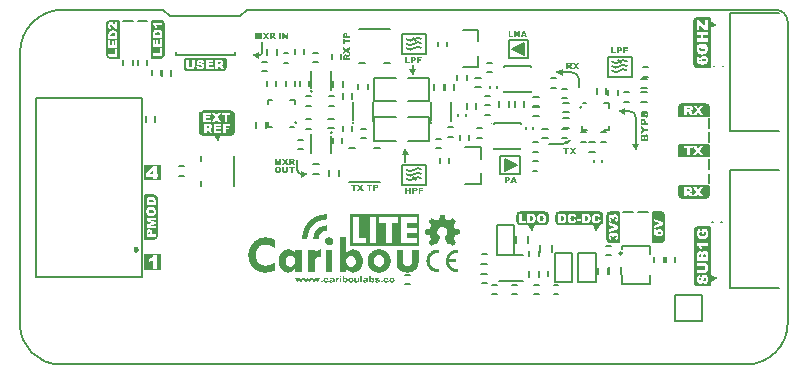
<source format=gto>
G04*
G04 #@! TF.GenerationSoftware,Altium Limited,CircuitStudio,1.5.2 (30)*
G04*
G04 Layer_Color=65535*
%FSLAX25Y25*%
%MOIN*%
G70*
G01*
G75*
%ADD49C,0.00800*%
%ADD54C,0.01000*%
%ADD55C,0.00600*%
%ADD56C,0.00500*%
%ADD101C,0.00394*%
%ADD102C,0.01575*%
%ADD103C,0.00787*%
G36*
X1267151Y728169D02*
X1264801Y726994D01*
X1264801Y729344D01*
X1267151Y728169D01*
D02*
G37*
G36*
X1146746Y730224D02*
X1146743Y730232D01*
X1146743D01*
X1146746Y730224D01*
D02*
G37*
G36*
X1243429Y776119D02*
X1243475Y776114D01*
X1243530Y776100D01*
X1243591Y776087D01*
X1243651Y776063D01*
X1243711Y776031D01*
X1243715Y776026D01*
X1243738Y776013D01*
X1243766Y775994D01*
X1243798Y775966D01*
X1243840Y775929D01*
X1243882Y775883D01*
X1243923Y775832D01*
X1243960Y775777D01*
Y775772D01*
X1243969Y775758D01*
X1243979Y775735D01*
X1243992Y775703D01*
X1244006Y775661D01*
X1244020Y775611D01*
X1244029Y775551D01*
X1244043Y775481D01*
Y775477D01*
Y775472D01*
X1244048Y775458D01*
Y775440D01*
X1244053Y775393D01*
X1244057Y775338D01*
X1244066Y775278D01*
X1244071Y775222D01*
X1244076Y775172D01*
Y775130D01*
Y773781D01*
X1241544D01*
Y775246D01*
Y775250D01*
Y775264D01*
Y775283D01*
X1241549Y775306D01*
Y775338D01*
X1241553Y775370D01*
X1241567Y775454D01*
X1241590Y775546D01*
X1241622Y775638D01*
X1241669Y775726D01*
X1241729Y775809D01*
Y775814D01*
X1241738Y775818D01*
X1241761Y775842D01*
X1241798Y775874D01*
X1241853Y775911D01*
X1241918Y775943D01*
X1241992Y775976D01*
X1242080Y775999D01*
X1242126Y776008D01*
X1242214D01*
X1242255Y775999D01*
X1242306Y775989D01*
X1242366Y775971D01*
X1242431Y775948D01*
X1242496Y775911D01*
X1242560Y775865D01*
X1242565Y775860D01*
X1242579Y775846D01*
X1242597Y775828D01*
X1242620Y775795D01*
X1242648Y775758D01*
X1242676Y775712D01*
X1242703Y775657D01*
X1242731Y775592D01*
Y775597D01*
X1242736Y775606D01*
Y775620D01*
X1242745Y775638D01*
X1242759Y775684D01*
X1242782Y775745D01*
X1242814Y775809D01*
X1242856Y775879D01*
X1242902Y775939D01*
X1242958Y775994D01*
X1242967Y775999D01*
X1242985Y776013D01*
X1243022Y776036D01*
X1243068Y776059D01*
X1243124Y776082D01*
X1243193Y776105D01*
X1243272Y776119D01*
X1243359Y776123D01*
X1243392D01*
X1243429Y776119D01*
D02*
G37*
G36*
X1242385Y781427D02*
X1242417D01*
X1242454Y781418D01*
X1242537Y781404D01*
X1242634Y781376D01*
X1242736Y781335D01*
X1242787Y781307D01*
X1242833Y781279D01*
X1242879Y781242D01*
X1242921Y781201D01*
Y781196D01*
X1242930Y781192D01*
X1242939Y781178D01*
X1242953Y781159D01*
X1242971Y781132D01*
X1242990Y781104D01*
X1243008Y781067D01*
X1243027Y781025D01*
X1243045Y780979D01*
X1243064Y780928D01*
X1243082Y780868D01*
X1243101Y780803D01*
X1243115Y780734D01*
X1243124Y780660D01*
X1243128Y780582D01*
X1243133Y780494D01*
Y780069D01*
X1244076D01*
Y779284D01*
X1241544D01*
Y780582D01*
Y780586D01*
Y780600D01*
Y780623D01*
X1241549Y780651D01*
Y780688D01*
X1241553Y780730D01*
X1241567Y780822D01*
X1241595Y780924D01*
X1241632Y781030D01*
X1241678Y781132D01*
X1241710Y781178D01*
X1241747Y781219D01*
Y781224D01*
X1241756Y781228D01*
X1241770Y781238D01*
X1241784Y781252D01*
X1241830Y781289D01*
X1241895Y781326D01*
X1241978Y781362D01*
X1242075Y781399D01*
X1242191Y781423D01*
X1242251Y781432D01*
X1242357D01*
X1242385Y781427D01*
D02*
G37*
G36*
X1243018Y778050D02*
X1244076D01*
Y777265D01*
X1243018D01*
X1241544Y776276D01*
Y777144D01*
X1242394Y777653D01*
X1241544Y778165D01*
Y779034D01*
X1243018Y778050D01*
D02*
G37*
G36*
X1166070Y730648D02*
X1166061Y730662D01*
X1166061D01*
X1166070Y730648D01*
D02*
G37*
G36*
X1166021Y730721D02*
X1166021D01*
X1166020Y730723D01*
X1166021Y730721D01*
D02*
G37*
G36*
X1165285Y730268D02*
X1165284Y730271D01*
X1165284D01*
X1165285Y730268D01*
D02*
G37*
G36*
X1146530Y730227D02*
X1146530D01*
X1146526Y730240D01*
X1146530Y730227D01*
D02*
G37*
G36*
X1138766Y730239D02*
X1136603D01*
Y737683D01*
X1138766D01*
Y730239D01*
D02*
G37*
G36*
X1219276Y770724D02*
X1219968Y769681D01*
X1219265D01*
X1218861Y770332D01*
X1218462Y769681D01*
X1217762D01*
X1218462Y770736D01*
X1217825Y771709D01*
X1218517D01*
X1218873Y771083D01*
X1219224Y771709D01*
X1219909D01*
X1219276Y770724D01*
D02*
G37*
G36*
X1228576Y746281D02*
X1213576D01*
Y750081D01*
X1228576D01*
Y746281D01*
D02*
G37*
G36*
X1081476Y760881D02*
X1076076D01*
Y766024D01*
X1081476D01*
Y760881D01*
D02*
G37*
G36*
X1081576Y730981D02*
X1076076D01*
Y736131D01*
X1081576D01*
Y730981D01*
D02*
G37*
G36*
X1220283Y798991D02*
X1220975Y797948D01*
X1220272D01*
X1219869Y798599D01*
X1219469Y797948D01*
X1218063D01*
X1217727Y798566D01*
X1217723Y798569D01*
X1217715Y798584D01*
X1217704Y798606D01*
X1217690Y798629D01*
X1217653Y798680D01*
X1217630Y798703D01*
X1217612Y798721D01*
X1217608Y798725D01*
X1217601Y798729D01*
X1217586Y798736D01*
X1217567Y798747D01*
X1217545Y798754D01*
X1217519Y798762D01*
X1217490Y798766D01*
X1217456Y798769D01*
X1217405D01*
Y797948D01*
X1216776D01*
Y799975D01*
X1217893D01*
X1217919Y799972D01*
X1217986Y799968D01*
X1218056Y799964D01*
X1218130Y799953D01*
X1218200Y799942D01*
X1218263Y799924D01*
X1218270Y799920D01*
X1218289Y799913D01*
X1218318Y799901D01*
X1218352Y799883D01*
X1218392Y799857D01*
X1218433Y799824D01*
X1218474Y799787D01*
X1218511Y799739D01*
X1218515Y799731D01*
X1218526Y799716D01*
X1218540Y799687D01*
X1218559Y799646D01*
X1218577Y799598D01*
X1218592Y799543D01*
X1218603Y799480D01*
X1218607Y799409D01*
Y799402D01*
Y799380D01*
X1218603Y799350D01*
X1218600Y799309D01*
X1218589Y799265D01*
X1218577Y799217D01*
X1218559Y799165D01*
X1218533Y799117D01*
X1218529Y799113D01*
X1218522Y799098D01*
X1218503Y799076D01*
X1218481Y799047D01*
X1218452Y799017D01*
X1218418Y798984D01*
X1218378Y798950D01*
X1218333Y798921D01*
X1218330Y798917D01*
X1218318Y798913D01*
X1218300Y798902D01*
X1218278Y798891D01*
X1218244Y798880D01*
X1218207Y798865D01*
X1218163Y798854D01*
X1218115Y798840D01*
X1218119D01*
X1218134Y798832D01*
X1218152Y798825D01*
X1218178Y798817D01*
X1218230Y798791D01*
X1218256Y798780D01*
X1218278Y798766D01*
X1218285Y798762D01*
X1218293Y798754D01*
X1218304Y798743D01*
X1218318Y798729D01*
X1218333Y798710D01*
X1218355Y798688D01*
X1218378Y798658D01*
X1218381Y798655D01*
X1218389Y798643D01*
X1218400Y798629D01*
X1218415Y798614D01*
X1218444Y798569D01*
X1218455Y798551D01*
X1218466Y798532D01*
X1218772Y797951D01*
X1219469Y799002D01*
X1218833Y799975D01*
X1219525D01*
X1219880Y799350D01*
X1220231Y799975D01*
X1220916D01*
X1220283Y798991D01*
D02*
G37*
G36*
X1243341Y783996D02*
X1243401Y783987D01*
X1243470Y783973D01*
X1243549Y783945D01*
X1243627Y783913D01*
X1243706Y783867D01*
X1243715Y783862D01*
X1243738Y783844D01*
X1243775Y783811D01*
X1243822Y783770D01*
X1243872Y783714D01*
X1243923Y783649D01*
X1243969Y783575D01*
X1244016Y783488D01*
Y783483D01*
X1244020Y783478D01*
X1244025Y783465D01*
X1244029Y783446D01*
X1244039Y783423D01*
X1244048Y783391D01*
X1244057Y783358D01*
X1244066Y783321D01*
X1244085Y783234D01*
X1244103Y783127D01*
X1244113Y783012D01*
X1244117Y782878D01*
Y782869D01*
Y782850D01*
Y782818D01*
X1244113Y782772D01*
X1244108Y782721D01*
X1244103Y782661D01*
X1244099Y782596D01*
X1244085Y782522D01*
X1244057Y782374D01*
X1244016Y782227D01*
X1243988Y782157D01*
X1243951Y782093D01*
X1243914Y782032D01*
X1243872Y781982D01*
X1243868Y781977D01*
X1243859Y781972D01*
X1243845Y781958D01*
X1243826Y781945D01*
X1243803Y781926D01*
X1243775Y781903D01*
X1243738Y781880D01*
X1243701Y781857D01*
X1243609Y781806D01*
X1243498Y781760D01*
X1243378Y781728D01*
X1243309Y781714D01*
X1243239Y781704D01*
X1243189Y782448D01*
X1243198D01*
X1243221Y782453D01*
X1243253Y782457D01*
X1243290Y782471D01*
X1243383Y782499D01*
X1243429Y782522D01*
X1243466Y782545D01*
X1243470Y782550D01*
X1243489Y782568D01*
X1243512Y782596D01*
X1243540Y782633D01*
X1243572Y782684D01*
X1243595Y782744D01*
X1243614Y782813D01*
X1243618Y782892D01*
Y782901D01*
Y782919D01*
X1243614Y782947D01*
X1243609Y782989D01*
X1243600Y783030D01*
X1243586Y783072D01*
X1243567Y783113D01*
X1243544Y783150D01*
X1243540Y783155D01*
X1243530Y783164D01*
X1243512Y783178D01*
X1243493Y783197D01*
X1243466Y783215D01*
X1243433Y783229D01*
X1243396Y783238D01*
X1243359Y783243D01*
X1243341D01*
X1243322Y783238D01*
X1243299Y783234D01*
X1243272Y783220D01*
X1243244Y783206D01*
X1243212Y783183D01*
X1243184Y783155D01*
X1243179Y783150D01*
X1243170Y783137D01*
X1243156Y783109D01*
X1243138Y783072D01*
X1243115Y783016D01*
X1243087Y782947D01*
X1243073Y782906D01*
X1243064Y782859D01*
X1243050Y782809D01*
X1243036Y782753D01*
Y782749D01*
X1243032Y782730D01*
X1243022Y782702D01*
X1243018Y782670D01*
X1243004Y782628D01*
X1242990Y782578D01*
X1242976Y782527D01*
X1242958Y782471D01*
X1242911Y782347D01*
X1242861Y782227D01*
X1242801Y782116D01*
X1242768Y782065D01*
X1242731Y782019D01*
X1242727D01*
X1242722Y782009D01*
X1242699Y781986D01*
X1242657Y781949D01*
X1242597Y781912D01*
X1242528Y781871D01*
X1242445Y781834D01*
X1242352Y781811D01*
X1242301Y781806D01*
X1242246Y781801D01*
X1242214D01*
X1242172Y781806D01*
X1242126Y781815D01*
X1242070Y781829D01*
X1242006Y781848D01*
X1241941Y781875D01*
X1241877Y781912D01*
X1241867Y781917D01*
X1241849Y781935D01*
X1241816Y781963D01*
X1241775Y782000D01*
X1241733Y782046D01*
X1241687Y782106D01*
X1241646Y782176D01*
X1241604Y782254D01*
Y782259D01*
X1241599Y782263D01*
X1241595Y782277D01*
X1241590Y782296D01*
X1241581Y782319D01*
X1241572Y782347D01*
X1241562Y782379D01*
X1241553Y782416D01*
X1241544Y782457D01*
X1241535Y782508D01*
X1241516Y782615D01*
X1241507Y782739D01*
X1241502Y782878D01*
Y782882D01*
Y782901D01*
Y782924D01*
X1241507Y782956D01*
Y782998D01*
X1241512Y783044D01*
X1241516Y783095D01*
X1241525Y783150D01*
X1241549Y783271D01*
X1241581Y783395D01*
X1241627Y783511D01*
X1241655Y783566D01*
X1241687Y783617D01*
Y783622D01*
X1241696Y783626D01*
X1241719Y783659D01*
X1241766Y783700D01*
X1241826Y783751D01*
X1241863Y783779D01*
X1241904Y783802D01*
X1241955Y783830D01*
X1242006Y783853D01*
X1242061Y783876D01*
X1242121Y783894D01*
X1242191Y783908D01*
X1242260Y783922D01*
X1242301Y783183D01*
X1242292D01*
X1242274Y783178D01*
X1242241Y783169D01*
X1242204Y783155D01*
X1242167Y783137D01*
X1242126Y783118D01*
X1242084Y783090D01*
X1242052Y783058D01*
X1242047Y783053D01*
X1242038Y783040D01*
X1242029Y783021D01*
X1242010Y782993D01*
X1241997Y782956D01*
X1241987Y782910D01*
X1241978Y782859D01*
X1241973Y782799D01*
Y782795D01*
Y782776D01*
X1241978Y782753D01*
X1241983Y782721D01*
X1241997Y782652D01*
X1242015Y782619D01*
X1242033Y782591D01*
X1242038Y782587D01*
X1242043Y782582D01*
X1242070Y782559D01*
X1242117Y782536D01*
X1242144Y782531D01*
X1242172Y782527D01*
X1242181D01*
X1242209Y782536D01*
X1242246Y782550D01*
X1242265Y782564D01*
X1242283Y782582D01*
Y782587D01*
X1242292Y782596D01*
X1242301Y782610D01*
X1242315Y782638D01*
X1242329Y782670D01*
X1242343Y782716D01*
X1242362Y782772D01*
X1242375Y782841D01*
Y782845D01*
X1242380Y782864D01*
X1242385Y782892D01*
X1242394Y782924D01*
X1242403Y782966D01*
X1242417Y783016D01*
X1242431Y783072D01*
X1242445Y783127D01*
X1242477Y783248D01*
X1242519Y783372D01*
X1242560Y783483D01*
X1242579Y783534D01*
X1242602Y783580D01*
Y783585D01*
X1242606Y783589D01*
X1242620Y783617D01*
X1242643Y783654D01*
X1242676Y783705D01*
X1242717Y783756D01*
X1242764Y783811D01*
X1242819Y783862D01*
X1242879Y783904D01*
X1242888Y783908D01*
X1242907Y783917D01*
X1242944Y783936D01*
X1242990Y783954D01*
X1243045Y783973D01*
X1243105Y783991D01*
X1243179Y784000D01*
X1243253Y784005D01*
X1243295D01*
X1243341Y783996D01*
D02*
G37*
G36*
X1105776Y779881D02*
Y776181D01*
X1094676D01*
Y779881D01*
Y783681D01*
X1105776D01*
Y779881D01*
D02*
G37*
G36*
X1197371Y761905D02*
X1197400D01*
X1197434Y761901D01*
X1197508Y761890D01*
X1197589Y761868D01*
X1197674Y761838D01*
X1197756Y761801D01*
X1197793Y761775D01*
X1197826Y761746D01*
X1197830D01*
X1197833Y761738D01*
X1197841Y761727D01*
X1197852Y761716D01*
X1197881Y761679D01*
X1197911Y761627D01*
X1197941Y761561D01*
X1197970Y761483D01*
X1197989Y761391D01*
X1197996Y761343D01*
Y761287D01*
Y761283D01*
Y761272D01*
Y761258D01*
X1197992Y761235D01*
Y761209D01*
X1197985Y761180D01*
X1197974Y761113D01*
X1197952Y761035D01*
X1197918Y760954D01*
X1197896Y760913D01*
X1197874Y760876D01*
X1197844Y760839D01*
X1197811Y760806D01*
X1197807D01*
X1197804Y760799D01*
X1197793Y760791D01*
X1197778Y760780D01*
X1197756Y760765D01*
X1197733Y760751D01*
X1197704Y760736D01*
X1197670Y760721D01*
X1197633Y760706D01*
X1197593Y760691D01*
X1197545Y760677D01*
X1197493Y760662D01*
X1197437Y760651D01*
X1197378Y760643D01*
X1197315Y760640D01*
X1197245Y760636D01*
X1196905D01*
Y759881D01*
X1196276D01*
Y761909D01*
X1197349D01*
X1197371Y761905D01*
D02*
G37*
G36*
X1217681Y771209D02*
X1217041D01*
Y769681D01*
X1216416D01*
Y771209D01*
X1215776D01*
Y771709D01*
X1217681D01*
Y771209D01*
D02*
G37*
G36*
X1200331Y759881D02*
X1199672D01*
X1199572Y760214D01*
X1198862D01*
X1198762Y759881D01*
X1198122D01*
X1198880Y761909D01*
X1199569D01*
X1200331Y759881D01*
D02*
G37*
G36*
X1156726Y728352D02*
X1156757D01*
X1156792Y728349D01*
X1156835Y728345D01*
X1156877Y728341D01*
X1156970Y728322D01*
X1157063Y728298D01*
X1157156Y728267D01*
X1157199Y728244D01*
X1157238Y728221D01*
X1157242D01*
X1157246Y728213D01*
X1157269Y728197D01*
X1157304Y728162D01*
X1157347Y728120D01*
X1157393Y728065D01*
X1157440Y727995D01*
X1157482Y727918D01*
X1157517Y727825D01*
X1156962Y727751D01*
Y727755D01*
X1156959Y727767D01*
X1156951Y727786D01*
X1156939Y727805D01*
X1156912Y727856D01*
X1156889Y727879D01*
X1156866Y727899D01*
X1156862Y727902D01*
X1156854Y727906D01*
X1156838Y727914D01*
X1156815Y727926D01*
X1156788Y727937D01*
X1156757Y727945D01*
X1156722Y727949D01*
X1156679Y727953D01*
X1156656D01*
X1156629Y727949D01*
X1156594Y727941D01*
X1156555Y727926D01*
X1156516Y727910D01*
X1156478Y727883D01*
X1156443Y727848D01*
X1156439Y727844D01*
X1156427Y727829D01*
X1156415Y727805D01*
X1156400Y727771D01*
X1156380Y727724D01*
X1156369Y727670D01*
X1156357Y727604D01*
X1156353Y727530D01*
Y727526D01*
Y727522D01*
Y727499D01*
X1156357Y727464D01*
X1156365Y727421D01*
X1156377Y727375D01*
X1156392Y727328D01*
X1156411Y727282D01*
X1156443Y727243D01*
X1156446Y727239D01*
X1156458Y727227D01*
X1156478Y727212D01*
X1156505Y727196D01*
X1156540Y727177D01*
X1156578Y727161D01*
X1156621Y727150D01*
X1156672Y727146D01*
X1156691D01*
X1156714Y727150D01*
X1156741Y727154D01*
X1156769Y727161D01*
X1156803Y727169D01*
X1156835Y727185D01*
X1156866Y727204D01*
X1156869Y727208D01*
X1156877Y727216D01*
X1156893Y727227D01*
X1156908Y727251D01*
X1156928Y727274D01*
X1156951Y727305D01*
X1156970Y727344D01*
X1156986Y727386D01*
X1157548Y727324D01*
X1157545Y727317D01*
X1157541Y727293D01*
X1157529Y727262D01*
X1157514Y727219D01*
X1157490Y727169D01*
X1157463Y727119D01*
X1157432Y727064D01*
X1157393Y727014D01*
X1157389Y727010D01*
X1157374Y726995D01*
X1157351Y726971D01*
X1157320Y726940D01*
X1157281Y726909D01*
X1157234Y726878D01*
X1157180Y726843D01*
X1157122Y726816D01*
X1157114Y726812D01*
X1157091Y726804D01*
X1157056Y726793D01*
X1157009Y726781D01*
X1156947Y726769D01*
X1156877Y726758D01*
X1156796Y726750D01*
X1156706Y726746D01*
X1156668D01*
X1156621Y726750D01*
X1156563D01*
X1156497Y726758D01*
X1156431Y726766D01*
X1156361Y726773D01*
X1156295Y726789D01*
X1156287Y726793D01*
X1156268Y726797D01*
X1156237Y726808D01*
X1156198Y726824D01*
X1156155Y726847D01*
X1156109Y726870D01*
X1156062Y726901D01*
X1156016Y726936D01*
X1156012Y726940D01*
X1155996Y726956D01*
X1155977Y726975D01*
X1155950Y727006D01*
X1155919Y727041D01*
X1155892Y727084D01*
X1155861Y727126D01*
X1155833Y727177D01*
X1155830Y727185D01*
X1155822Y727204D01*
X1155814Y727231D01*
X1155802Y727274D01*
X1155787Y727328D01*
X1155779Y727390D01*
X1155771Y727460D01*
X1155768Y727542D01*
Y727545D01*
Y727553D01*
Y727565D01*
Y727580D01*
X1155771Y727627D01*
X1155779Y727681D01*
X1155787Y727743D01*
X1155799Y727809D01*
X1155818Y727875D01*
X1155845Y727937D01*
X1155849Y727941D01*
X1155857Y727957D01*
X1155868Y727980D01*
X1155888Y728007D01*
X1155911Y728038D01*
X1155942Y728073D01*
X1155973Y728112D01*
X1156008Y728147D01*
X1156012Y728151D01*
X1156027Y728162D01*
X1156047Y728178D01*
X1156074Y728197D01*
X1156105Y728221D01*
X1156144Y728244D01*
X1156183Y728263D01*
X1156221Y728283D01*
X1156225D01*
X1156229Y728287D01*
X1156252Y728294D01*
X1156291Y728306D01*
X1156342Y728322D01*
X1156404Y728333D01*
X1156481Y728345D01*
X1156567Y728352D01*
X1156664Y728356D01*
X1156699D01*
X1156726Y728352D01*
D02*
G37*
G36*
X1136744D02*
X1136775D01*
X1136810Y728349D01*
X1136852Y728345D01*
X1136895Y728341D01*
X1136988Y728322D01*
X1137081Y728298D01*
X1137175Y728267D01*
X1137217Y728244D01*
X1137256Y728221D01*
X1137260D01*
X1137264Y728213D01*
X1137287Y728197D01*
X1137322Y728162D01*
X1137365Y728120D01*
X1137411Y728065D01*
X1137458Y727995D01*
X1137500Y727918D01*
X1137535Y727825D01*
X1136981Y727751D01*
Y727755D01*
X1136977Y727767D01*
X1136969Y727786D01*
X1136957Y727805D01*
X1136930Y727856D01*
X1136907Y727879D01*
X1136884Y727899D01*
X1136880Y727902D01*
X1136872Y727906D01*
X1136856Y727914D01*
X1136833Y727926D01*
X1136806Y727937D01*
X1136775Y727945D01*
X1136740Y727949D01*
X1136697Y727953D01*
X1136674D01*
X1136647Y727949D01*
X1136612Y727941D01*
X1136573Y727926D01*
X1136534Y727910D01*
X1136495Y727883D01*
X1136461Y727848D01*
X1136457Y727844D01*
X1136445Y727829D01*
X1136433Y727805D01*
X1136418Y727771D01*
X1136399Y727724D01*
X1136387Y727670D01*
X1136375Y727604D01*
X1136371Y727530D01*
Y727526D01*
Y727522D01*
Y727499D01*
X1136375Y727464D01*
X1136383Y727421D01*
X1136395Y727375D01*
X1136410Y727328D01*
X1136430Y727282D01*
X1136461Y727243D01*
X1136465Y727239D01*
X1136476Y727227D01*
X1136495Y727212D01*
X1136523Y727196D01*
X1136558Y727177D01*
X1136596Y727161D01*
X1136639Y727150D01*
X1136689Y727146D01*
X1136709D01*
X1136732Y727150D01*
X1136759Y727154D01*
X1136786Y727161D01*
X1136821Y727169D01*
X1136852Y727185D01*
X1136884Y727204D01*
X1136887Y727208D01*
X1136895Y727216D01*
X1136911Y727227D01*
X1136926Y727251D01*
X1136946Y727274D01*
X1136969Y727305D01*
X1136988Y727344D01*
X1137004Y727386D01*
X1137566Y727324D01*
X1137562Y727317D01*
X1137559Y727293D01*
X1137547Y727262D01*
X1137531Y727219D01*
X1137508Y727169D01*
X1137481Y727119D01*
X1137450Y727064D01*
X1137411Y727014D01*
X1137407Y727010D01*
X1137392Y726995D01*
X1137368Y726971D01*
X1137337Y726940D01*
X1137299Y726909D01*
X1137252Y726878D01*
X1137198Y726843D01*
X1137140Y726816D01*
X1137132Y726812D01*
X1137109Y726804D01*
X1137074Y726793D01*
X1137027Y726781D01*
X1136965Y726769D01*
X1136895Y726758D01*
X1136814Y726750D01*
X1136724Y726746D01*
X1136686D01*
X1136639Y726750D01*
X1136581D01*
X1136515Y726758D01*
X1136449Y726766D01*
X1136379Y726773D01*
X1136313Y726789D01*
X1136305Y726793D01*
X1136286Y726797D01*
X1136255Y726808D01*
X1136216Y726824D01*
X1136174Y726847D01*
X1136127Y726870D01*
X1136080Y726901D01*
X1136034Y726936D01*
X1136030Y726940D01*
X1136014Y726956D01*
X1135995Y726975D01*
X1135968Y727006D01*
X1135937Y727041D01*
X1135910Y727084D01*
X1135879Y727126D01*
X1135851Y727177D01*
X1135848Y727185D01*
X1135840Y727204D01*
X1135832Y727231D01*
X1135820Y727274D01*
X1135805Y727328D01*
X1135797Y727390D01*
X1135789Y727460D01*
X1135785Y727542D01*
Y727545D01*
Y727553D01*
Y727565D01*
Y727580D01*
X1135789Y727627D01*
X1135797Y727681D01*
X1135805Y727743D01*
X1135816Y727809D01*
X1135836Y727875D01*
X1135863Y727937D01*
X1135867Y727941D01*
X1135875Y727957D01*
X1135886Y727980D01*
X1135906Y728007D01*
X1135929Y728038D01*
X1135960Y728073D01*
X1135991Y728112D01*
X1136026Y728147D01*
X1136030Y728151D01*
X1136045Y728162D01*
X1136065Y728178D01*
X1136092Y728197D01*
X1136123Y728221D01*
X1136162Y728244D01*
X1136201Y728263D01*
X1136239Y728283D01*
X1136243D01*
X1136247Y728287D01*
X1136271Y728294D01*
X1136309Y728306D01*
X1136360Y728322D01*
X1136422Y728333D01*
X1136499Y728345D01*
X1136585Y728352D01*
X1136682Y728356D01*
X1136717D01*
X1136744Y728352D01*
D02*
G37*
G36*
X1153835D02*
X1153897D01*
X1153963Y728345D01*
X1154029Y728337D01*
X1154091Y728329D01*
X1154146Y728314D01*
X1154153D01*
X1154169Y728306D01*
X1154192Y728294D01*
X1154223Y728283D01*
X1154258Y728263D01*
X1154293Y728240D01*
X1154332Y728213D01*
X1154367Y728182D01*
X1154371Y728178D01*
X1154382Y728166D01*
X1154398Y728147D01*
X1154417Y728120D01*
X1154440Y728085D01*
X1154468Y728046D01*
X1154491Y727999D01*
X1154514Y727945D01*
X1153955Y727891D01*
Y727895D01*
X1153952Y727902D01*
X1153944Y727918D01*
X1153936Y727933D01*
X1153913Y727968D01*
X1153882Y727999D01*
X1153878Y728003D01*
X1153870Y728007D01*
X1153855Y728015D01*
X1153835Y728023D01*
X1153808Y728030D01*
X1153781Y728038D01*
X1153746Y728046D01*
X1153676D01*
X1153657Y728042D01*
X1153606Y728030D01*
X1153583Y728019D01*
X1153564Y728007D01*
X1153556Y727999D01*
X1153544Y727984D01*
X1153529Y727957D01*
X1153525Y727941D01*
X1153521Y727922D01*
Y727918D01*
Y727914D01*
X1153529Y727891D01*
X1153544Y727860D01*
X1153556Y727848D01*
X1153575Y727836D01*
X1153579D01*
X1153587Y727833D01*
X1153602Y727825D01*
X1153630Y727817D01*
X1153661Y727809D01*
X1153707Y727802D01*
X1153761Y727790D01*
X1153827Y727782D01*
X1153839D01*
X1153855Y727778D01*
X1153874D01*
X1153901Y727774D01*
X1153928Y727771D01*
X1153994Y727759D01*
X1154064Y727747D01*
X1154138Y727732D01*
X1154208Y727712D01*
X1154266Y727689D01*
X1154274Y727685D01*
X1154289Y727677D01*
X1154316Y727666D01*
X1154347Y727646D01*
X1154382Y727623D01*
X1154421Y727592D01*
X1154456Y727557D01*
X1154487Y727518D01*
X1154491Y727514D01*
X1154499Y727499D01*
X1154510Y727476D01*
X1154526Y727448D01*
X1154541Y727414D01*
X1154553Y727371D01*
X1154561Y727324D01*
X1154565Y727278D01*
Y727274D01*
Y727254D01*
X1154561Y727231D01*
X1154553Y727196D01*
X1154545Y727157D01*
X1154530Y727111D01*
X1154510Y727064D01*
X1154483Y727018D01*
X1154479Y727014D01*
X1154468Y726998D01*
X1154448Y726975D01*
X1154421Y726948D01*
X1154386Y726917D01*
X1154340Y726882D01*
X1154289Y726851D01*
X1154227Y726820D01*
X1154219Y726816D01*
X1154196Y726808D01*
X1154157Y726797D01*
X1154103Y726785D01*
X1154037Y726769D01*
X1153955Y726758D01*
X1153862Y726750D01*
X1153758Y726746D01*
X1153719D01*
X1153688Y726750D01*
X1153653D01*
X1153614Y726754D01*
X1153571Y726758D01*
X1153525Y726762D01*
X1153424Y726777D01*
X1153327Y726797D01*
X1153234Y726828D01*
X1153191Y726847D01*
X1153156Y726866D01*
X1153148Y726870D01*
X1153129Y726890D01*
X1153098Y726917D01*
X1153059Y726956D01*
X1153020Y727002D01*
X1152985Y727064D01*
X1152951Y727134D01*
X1152927Y727212D01*
X1153513Y727266D01*
Y727262D01*
X1153521Y727247D01*
X1153529Y727231D01*
X1153540Y727208D01*
X1153568Y727154D01*
X1153587Y727130D01*
X1153610Y727111D01*
X1153614D01*
X1153622Y727103D01*
X1153637Y727099D01*
X1153657Y727092D01*
X1153680Y727084D01*
X1153711Y727076D01*
X1153746Y727072D01*
X1153785Y727068D01*
X1153804D01*
X1153827Y727072D01*
X1153855Y727076D01*
X1153913Y727092D01*
X1153940Y727103D01*
X1153967Y727119D01*
X1153971D01*
X1153975Y727126D01*
X1153994Y727142D01*
X1154014Y727173D01*
X1154018Y727192D01*
X1154021Y727212D01*
Y727216D01*
Y727223D01*
X1154014Y727247D01*
X1154006Y727262D01*
X1153994Y727278D01*
X1153979Y727293D01*
X1153955Y727309D01*
X1153952D01*
X1153944Y727313D01*
X1153928Y727320D01*
X1153905Y727328D01*
X1153874Y727336D01*
X1153831Y727348D01*
X1153773Y727359D01*
X1153703Y727371D01*
X1153699D01*
X1153692Y727375D01*
X1153672D01*
X1153653Y727379D01*
X1153630Y727386D01*
X1153599Y727390D01*
X1153533Y727406D01*
X1153463Y727421D01*
X1153389Y727437D01*
X1153327Y727452D01*
X1153296Y727464D01*
X1153273Y727472D01*
X1153269Y727476D01*
X1153253Y727480D01*
X1153230Y727491D01*
X1153203Y727510D01*
X1153172Y727530D01*
X1153141Y727557D01*
X1153106Y727588D01*
X1153075Y727627D01*
X1153071Y727631D01*
X1153063Y727646D01*
X1153048Y727670D01*
X1153036Y727697D01*
X1153020Y727736D01*
X1153005Y727774D01*
X1152997Y727821D01*
X1152993Y727871D01*
Y727879D01*
Y727899D01*
X1152997Y727926D01*
X1153005Y727964D01*
X1153013Y728003D01*
X1153028Y728050D01*
X1153051Y728092D01*
X1153079Y728135D01*
X1153082Y728139D01*
X1153094Y728155D01*
X1153114Y728174D01*
X1153145Y728197D01*
X1153179Y728224D01*
X1153218Y728252D01*
X1153269Y728275D01*
X1153323Y728298D01*
X1153331Y728302D01*
X1153350Y728306D01*
X1153385Y728318D01*
X1153436Y728329D01*
X1153494Y728337D01*
X1153564Y728349D01*
X1153649Y728352D01*
X1153742Y728356D01*
X1153812D01*
X1153835Y728352D01*
D02*
G37*
G36*
X1141753Y728504D02*
X1141163D01*
Y728907D01*
X1141753D01*
Y728504D01*
D02*
G37*
G36*
X1140806Y728352D02*
X1140841Y728345D01*
X1140884Y728337D01*
X1140930Y728322D01*
X1140985Y728302D01*
X1141043Y728275D01*
X1140857Y727852D01*
X1140853Y727856D01*
X1140841Y727860D01*
X1140822Y727868D01*
X1140798Y727875D01*
X1140744Y727891D01*
X1140717Y727899D01*
X1140674D01*
X1140655Y727895D01*
X1140628Y727887D01*
X1140597Y727875D01*
X1140569Y727856D01*
X1140539Y727833D01*
X1140511Y727802D01*
X1140507Y727794D01*
X1140496Y727774D01*
X1140492Y727759D01*
X1140484Y727739D01*
X1140476Y727716D01*
X1140469Y727689D01*
X1140457Y727654D01*
X1140449Y727619D01*
X1140442Y727576D01*
X1140438Y727530D01*
X1140430Y727480D01*
X1140426Y727425D01*
X1140422Y727363D01*
Y727297D01*
Y726781D01*
X1139828D01*
Y728322D01*
X1140379D01*
Y728069D01*
X1140383Y728077D01*
X1140395Y728096D01*
X1140410Y728124D01*
X1140430Y728159D01*
X1140484Y728232D01*
X1140511Y728267D01*
X1140542Y728294D01*
X1140546Y728298D01*
X1140558Y728306D01*
X1140577Y728314D01*
X1140600Y728325D01*
X1140632Y728337D01*
X1140670Y728349D01*
X1140709Y728352D01*
X1140756Y728356D01*
X1140779D01*
X1140806Y728352D01*
D02*
G37*
G36*
X1120959Y732596D02*
X1120955Y732595D01*
X1120959Y732596D01*
Y732596D01*
D02*
G37*
G36*
X1143305Y736698D02*
X1143306Y736698D01*
X1143306Y736697D01*
X1143311Y736685D01*
X1143317Y736671D01*
X1143317Y736671D01*
X1143317Y736671D01*
X1143330Y736666D01*
X1143343Y736660D01*
X1143344Y736660D01*
X1143344Y736660D01*
X1143357Y736666D01*
X1143370Y736671D01*
X1143370Y736672D01*
X1143371Y736672D01*
X1143394Y736696D01*
X1143406Y736709D01*
X1143406Y736709D01*
X1143417Y736721D01*
X1143429Y736733D01*
X1143440Y736745D01*
X1143440Y736745D01*
X1143452Y736757D01*
X1143452Y736757D01*
X1143463Y736769D01*
X1143475Y736781D01*
X1143486Y736794D01*
X1143487Y736794D01*
X1143498Y736806D01*
X1143510Y736818D01*
X1143510Y736818D01*
X1143521Y736830D01*
X1143533Y736842D01*
X1143533Y736842D01*
X1143545Y736854D01*
X1143545Y736854D01*
X1143556Y736866D01*
X1143556Y736866D01*
X1143568Y736877D01*
X1143580Y736890D01*
X1143591Y736901D01*
X1143603Y736913D01*
X1143615Y736925D01*
X1143627Y736937D01*
X1143638Y736948D01*
X1143650Y736960D01*
X1143662Y736972D01*
X1143674Y736984D01*
X1143674Y736984D01*
X1143686Y736995D01*
X1143698Y737007D01*
Y737007D01*
X1143710Y737018D01*
X1143722Y737030D01*
X1143722D01*
X1143734Y737041D01*
X1143734D01*
X1143746Y737053D01*
X1143746D01*
X1143758Y737064D01*
X1143770Y737075D01*
Y737075D01*
X1143782Y737087D01*
X1143782Y737087D01*
X1143794Y737098D01*
X1143794Y737098D01*
X1143806Y737109D01*
X1143806Y737109D01*
X1143819Y737120D01*
X1143819Y737120D01*
X1143831Y737131D01*
X1143843Y737142D01*
X1143843D01*
X1143856Y737153D01*
X1143856D01*
X1143868Y737164D01*
Y737164D01*
X1143881Y737175D01*
X1143881Y737175D01*
X1143893Y737185D01*
X1143893D01*
X1143906Y737196D01*
Y737196D01*
X1143918Y737207D01*
X1143931Y737217D01*
Y737217D01*
X1143944Y737227D01*
X1143944D01*
X1143957Y737238D01*
X1143957D01*
X1143969Y737248D01*
X1143969D01*
X1143982Y737259D01*
X1143982Y737259D01*
X1143995Y737269D01*
X1143995D01*
X1144008Y737279D01*
X1144008D01*
X1144021Y737289D01*
X1144021D01*
X1144034Y737299D01*
X1144048Y737309D01*
X1144048D01*
X1144061Y737319D01*
X1144069Y737308D01*
X1144164Y737386D01*
X1144506Y737569D01*
X1144506Y737569D01*
X1144593Y737615D01*
X1144594Y737615D01*
X1144621Y737630D01*
X1144670Y737645D01*
X1144666Y737656D01*
X1144666D01*
X1144670Y737645D01*
X1144749Y737669D01*
X1144744Y737685D01*
X1144749Y737669D01*
X1144812Y737688D01*
Y737688D01*
X1144891Y737712D01*
X1144969Y737736D01*
X1144969Y737736D01*
X1145048Y737760D01*
X1145046Y737771D01*
X1145046D01*
X1145048Y737760D01*
X1145102Y737776D01*
X1145129Y737779D01*
X1145129Y737779D01*
X1145211Y737787D01*
X1145209Y737798D01*
X1145211Y737787D01*
X1145293Y737795D01*
X1145292Y737799D01*
X1145293Y737795D01*
X1145391Y737805D01*
X1145489Y737814D01*
X1145488Y737829D01*
X1145489Y737814D01*
X1145604Y737826D01*
X1145604Y737832D01*
X1145604D01*
X1145604Y737826D01*
X1145633Y737828D01*
X1145933Y737799D01*
Y737799D01*
X1146080Y737784D01*
X1146080Y737784D01*
X1146172Y737775D01*
X1146195Y737769D01*
X1146196Y737777D01*
X1146196D01*
X1146195Y737768D01*
X1146290Y737740D01*
X1146290Y737740D01*
X1146384Y737711D01*
X1146389Y737730D01*
X1146389D01*
X1146384Y737711D01*
X1146557Y737659D01*
X1146562Y737674D01*
X1146557Y737659D01*
X1146604Y737644D01*
X1146604Y737644D01*
X1146652Y737630D01*
X1146652Y737630D01*
X1146674Y737623D01*
X1146698Y737611D01*
X1146701Y737619D01*
X1146701D01*
X1146698Y737611D01*
X1146756Y737580D01*
X1146762Y737593D01*
X1146756Y737580D01*
X1146814Y737549D01*
X1146822Y737564D01*
X1146822D01*
X1146814Y737549D01*
X1146872Y737518D01*
X1146881Y737535D01*
X1146872Y737518D01*
X1146930Y737487D01*
X1146988Y737456D01*
Y737456D01*
X1147047Y737424D01*
X1147049Y737429D01*
X1147047Y737425D01*
X1147120Y737386D01*
X1147125Y737394D01*
X1147120Y737386D01*
X1147176Y737355D01*
X1147191Y737343D01*
X1147194Y737349D01*
X1147191Y737344D01*
X1147242Y737301D01*
X1147248Y737309D01*
X1147274Y737290D01*
X1147301Y737270D01*
X1147328Y737251D01*
X1147354Y737230D01*
X1147354D01*
X1147380Y737210D01*
X1147406Y737189D01*
X1147406D01*
X1147431Y737168D01*
X1147457Y737147D01*
X1147457D01*
X1147482Y737126D01*
X1147482D01*
X1147507Y737104D01*
Y737104D01*
X1147532Y737082D01*
X1147557Y737060D01*
X1147557Y737060D01*
X1147581Y737038D01*
X1147605Y737015D01*
X1147629Y736992D01*
X1147653Y736969D01*
X1147677Y736946D01*
X1147700Y736923D01*
X1147723Y736899D01*
X1147746Y736875D01*
X1147769Y736851D01*
X1147769D01*
X1147792Y736826D01*
Y736826D01*
X1147814Y736802D01*
X1147836Y736777D01*
X1147859Y736752D01*
X1147881Y736727D01*
X1147902Y736702D01*
X1147889Y736691D01*
X1148018Y736540D01*
X1148018Y736540D01*
X1148072Y736477D01*
X1148080Y736482D01*
Y736482D01*
X1148072Y736477D01*
X1148106Y736437D01*
X1148122Y736410D01*
X1148122Y736410D01*
X1148165Y736340D01*
X1148174Y736345D01*
X1148205Y736307D01*
X1148221Y736277D01*
X1148221Y736277D01*
X1148221Y736277D01*
X1148260Y736204D01*
X1148260Y736204D01*
X1148299Y736131D01*
X1148311Y736138D01*
X1148299Y736131D01*
X1148338Y736058D01*
X1148353Y736067D01*
X1148338Y736058D01*
X1148377Y735985D01*
X1148394Y735994D01*
Y735994D01*
X1148377Y735985D01*
X1148415Y735912D01*
X1148517Y735722D01*
X1148526Y735727D01*
X1148517Y735723D01*
X1148556Y735649D01*
X1148556Y735649D01*
X1148570Y735623D01*
X1148586Y735572D01*
X1148586Y735572D01*
X1148610Y735493D01*
X1148621Y735497D01*
X1148610Y735493D01*
X1148639Y735397D01*
X1148655Y735403D01*
X1148639Y735397D01*
X1148668Y735302D01*
X1148678Y735306D01*
X1148705Y735193D01*
X1148720Y735197D01*
X1148706Y735193D01*
X1148733Y735080D01*
X1148751Y735085D01*
Y735085D01*
X1148733Y735080D01*
X1148763Y734952D01*
X1148783Y734871D01*
X1148798Y734874D01*
X1148810Y734809D01*
X1148822Y734744D01*
X1148833Y734679D01*
X1148843Y734613D01*
X1148853Y734547D01*
X1148861Y734481D01*
X1148868Y734415D01*
X1148874Y734349D01*
X1148879Y734283D01*
X1148884Y734216D01*
X1148887Y734150D01*
X1148890Y734084D01*
X1148891Y734017D01*
X1148892Y733951D01*
X1148889Y733951D01*
X1148891Y733923D01*
X1148884Y733835D01*
X1148891Y733834D01*
X1148890Y733784D01*
X1148889Y733735D01*
Y733735D01*
X1148886Y733685D01*
X1148884Y733635D01*
Y733635D01*
X1148881Y733585D01*
X1148877Y733536D01*
X1148873Y733486D01*
X1148873Y733486D01*
X1148868Y733437D01*
X1148863Y733387D01*
X1148857Y733338D01*
X1148850Y733288D01*
X1148843Y733239D01*
Y733239D01*
X1148836Y733190D01*
X1148827Y733141D01*
X1148819Y733092D01*
X1148809Y733043D01*
X1148800Y732994D01*
X1148800Y732994D01*
X1148789Y732945D01*
X1148783Y732947D01*
X1148605Y732361D01*
X1148605Y732361D01*
X1148586Y732299D01*
X1148515Y732165D01*
X1148527Y732160D01*
X1148527Y732160D01*
X1148515Y732166D01*
X1148398Y731947D01*
X1148413Y731939D01*
X1148381Y731881D01*
X1148348Y731823D01*
X1148314Y731766D01*
X1148279Y731710D01*
X1148243Y731654D01*
X1148207Y731599D01*
X1148169Y731544D01*
X1148130Y731490D01*
X1148091Y731436D01*
X1148051Y731384D01*
X1148010Y731331D01*
Y731331D01*
X1147968Y731280D01*
X1147956Y731290D01*
X1147891Y731214D01*
X1147904Y731203D01*
X1147882Y731178D01*
Y731178D01*
X1147860Y731153D01*
Y731153D01*
X1147838Y731128D01*
X1147816Y731104D01*
Y731104D01*
X1147793Y731079D01*
X1147771Y731055D01*
X1147748Y731031D01*
Y731031D01*
X1147725Y731007D01*
Y731007D01*
X1147702Y730983D01*
X1147702D01*
X1147678Y730960D01*
X1147654Y730936D01*
X1147631Y730914D01*
X1147606Y730891D01*
X1147582Y730868D01*
X1147582D01*
X1147558Y730846D01*
Y730846D01*
X1147533Y730824D01*
X1147508Y730802D01*
X1147483Y730780D01*
X1147458Y730759D01*
X1147432Y730738D01*
Y730738D01*
X1147407Y730717D01*
X1147407D01*
X1147381Y730696D01*
X1147355Y730676D01*
X1147328Y730656D01*
X1147302Y730636D01*
X1147275Y730617D01*
X1147275D01*
X1147248Y730597D01*
X1147243Y730605D01*
X1147192Y730563D01*
X1147194Y730560D01*
X1147153Y730532D01*
X1147110Y730505D01*
X1147068Y730479D01*
X1147026Y730454D01*
X1146982Y730430D01*
X1146974Y730444D01*
X1146931Y730421D01*
X1146887Y730398D01*
X1146844Y730375D01*
X1146851Y730358D01*
X1146844Y730375D01*
X1146800Y730351D01*
X1146800Y730351D01*
X1146756Y730328D01*
X1146761Y730316D01*
X1146756Y730328D01*
X1146712Y730305D01*
X1146716Y730297D01*
X1146716D01*
X1146712Y730305D01*
X1146699Y730298D01*
X1146666Y730288D01*
X1146670Y730278D01*
X1146666Y730288D01*
X1146618Y730273D01*
X1146624Y730260D01*
X1146618Y730273D01*
X1146571Y730259D01*
X1146571Y730259D01*
X1146524Y730245D01*
Y730245D01*
X1146414Y730212D01*
X1146419Y730193D01*
X1146414Y730211D01*
X1146336Y730188D01*
X1146336Y730188D01*
X1146257Y730164D01*
X1146259Y730154D01*
X1146257Y730164D01*
X1146224Y730154D01*
X1146159Y730147D01*
X1146159Y730145D01*
X1146159Y730147D01*
X1146044Y730136D01*
X1146047Y730118D01*
X1146047D01*
X1146044Y730136D01*
X1145881Y730120D01*
Y730120D01*
X1145710Y730103D01*
X1145667Y730107D01*
X1145667Y730099D01*
X1145634Y730100D01*
X1145601Y730101D01*
X1145568Y730102D01*
X1145535Y730104D01*
X1145502Y730107D01*
X1145469Y730110D01*
X1145437Y730113D01*
X1145437D01*
X1145404Y730117D01*
X1145404D01*
X1145372Y730121D01*
X1145339Y730126D01*
X1145306Y730131D01*
X1145309Y730147D01*
X1145212Y730160D01*
X1145210Y730149D01*
X1145212Y730160D01*
X1145097Y730175D01*
X1145082Y730181D01*
X1145081Y730178D01*
X1145081D01*
X1145082Y730181D01*
X1144990Y730219D01*
X1144990Y730219D01*
X1144915Y730250D01*
X1144915Y730250D01*
X1144870Y730269D01*
X1144863Y730254D01*
X1144833Y730266D01*
X1144802Y730279D01*
X1144802D01*
X1144773Y730292D01*
X1144773Y730292D01*
X1144742Y730305D01*
X1144712Y730319D01*
X1144683Y730334D01*
X1144683Y730334D01*
X1144653Y730349D01*
X1144624Y730364D01*
X1144624D01*
X1144596Y730379D01*
X1144567Y730396D01*
X1144538Y730412D01*
X1144524Y730420D01*
X1144510Y730429D01*
Y730429D01*
X1144496Y730437D01*
X1144481Y730446D01*
X1144468Y730454D01*
X1144454Y730463D01*
Y730463D01*
X1144440Y730472D01*
X1144440Y730472D01*
X1144426Y730481D01*
X1144426D01*
X1144412Y730490D01*
X1144398Y730499D01*
X1144398Y730499D01*
X1144384Y730508D01*
X1144384Y730508D01*
X1144371Y730518D01*
X1144371D01*
X1144357Y730527D01*
X1144357Y730527D01*
X1144343Y730536D01*
X1144343D01*
X1144330Y730546D01*
X1144330D01*
X1144316Y730555D01*
X1144316D01*
X1144303Y730565D01*
X1144303D01*
X1144289Y730575D01*
X1144289D01*
X1144276Y730584D01*
X1144263Y730594D01*
X1144250Y730604D01*
X1144249Y730604D01*
X1144236Y730614D01*
X1144223Y730624D01*
X1144223D01*
X1144210Y730634D01*
X1144196Y730644D01*
X1144183Y730654D01*
X1144170Y730664D01*
X1144157Y730674D01*
X1144118Y730705D01*
X1144118D01*
X1144080Y730736D01*
X1144041Y730768D01*
X1144003Y730800D01*
Y730800D01*
X1143965Y730833D01*
X1143965D01*
X1143928Y730865D01*
Y730865D01*
X1143891Y730899D01*
X1143891D01*
X1143854Y730932D01*
X1143818Y730966D01*
X1143781Y731000D01*
X1143757Y731023D01*
Y731023D01*
X1143746Y731035D01*
X1143746Y731035D01*
X1143734Y731046D01*
X1143734Y731046D01*
X1143722Y731058D01*
X1143710Y731070D01*
X1143698Y731081D01*
X1143686Y731093D01*
X1143675Y731105D01*
X1143663Y731117D01*
X1143651Y731128D01*
X1143639Y731140D01*
X1143628Y731152D01*
X1143616Y731164D01*
X1143616Y731164D01*
X1143605Y731176D01*
X1143593Y731188D01*
X1143581Y731200D01*
X1143581Y731200D01*
X1143570Y731212D01*
X1143558Y731224D01*
X1143547Y731236D01*
X1143535Y731248D01*
X1143524Y731260D01*
X1143512Y731272D01*
X1143512Y731272D01*
X1143501Y731284D01*
Y731284D01*
X1143489Y731296D01*
X1143478Y731308D01*
X1143478Y731308D01*
X1143467Y731320D01*
X1143455Y731333D01*
X1143455Y731333D01*
X1143444Y731345D01*
X1143432Y731357D01*
X1143421Y731369D01*
X1143410Y731381D01*
X1143410Y731381D01*
X1143398Y731393D01*
X1143398Y731393D01*
X1143387Y731406D01*
X1143375Y731418D01*
X1143364Y731430D01*
X1143353Y731442D01*
X1143352Y731443D01*
X1143352Y731443D01*
X1143339Y731449D01*
X1143326Y731454D01*
X1143325Y731454D01*
X1143325Y731454D01*
X1143312Y731449D01*
X1143299Y731444D01*
X1143299Y731444D01*
X1143298Y731443D01*
X1143293Y731430D01*
X1143287Y731418D01*
X1143287Y731417D01*
X1143287Y731417D01*
Y730238D01*
X1141141D01*
Y741854D01*
X1143305D01*
Y736698D01*
D02*
G37*
G36*
X1163235Y732450D02*
X1163235D01*
X1163239Y732456D01*
X1163235Y732450D01*
D02*
G37*
G36*
X1134125Y726781D02*
X1133601D01*
X1133287Y727704D01*
X1132984Y726781D01*
X1132456D01*
X1131888Y728316D01*
X1131320Y726781D01*
X1130796D01*
X1130482Y727704D01*
X1130179Y726781D01*
X1129651D01*
X1129083Y728316D01*
X1128514Y726781D01*
X1127991D01*
X1127676Y727704D01*
X1127374Y726781D01*
X1126846D01*
X1126276Y728322D01*
X1126846D01*
X1127094Y727352D01*
X1127409Y728322D01*
X1127940D01*
X1128266Y727352D01*
X1128514Y728322D01*
X1129651D01*
X1129900Y727352D01*
X1130214Y728322D01*
X1130745D01*
X1131071Y727352D01*
X1131320Y728322D01*
X1132456D01*
X1132705Y727352D01*
X1133019Y728322D01*
X1133551D01*
X1133877Y727352D01*
X1134125Y728322D01*
X1134695D01*
X1134125Y726781D01*
D02*
G37*
G36*
X1157959Y732422D02*
X1157953Y732424D01*
Y732424D01*
X1157959Y732422D01*
D02*
G37*
G36*
X1157475Y731550D02*
X1157473Y731551D01*
Y731551D01*
X1157475Y731550D01*
D02*
G37*
G36*
X1151126Y731579D02*
X1151121Y731575D01*
X1151126Y731579D01*
Y731579D01*
D02*
G37*
G36*
X1171135Y731415D02*
Y731415D01*
X1171140Y731419D01*
X1171135Y731415D01*
D02*
G37*
G36*
X1157132Y731256D02*
Y731256D01*
X1157128Y731260D01*
X1157132Y731256D01*
D02*
G37*
G36*
X1151371Y731264D02*
X1151370Y731264D01*
X1151371Y731264D01*
Y731264D01*
D02*
G37*
G36*
X1210376Y746281D02*
X1200576D01*
Y750081D01*
X1210376D01*
Y746281D01*
D02*
G37*
G36*
X1178462Y732146D02*
X1178462D01*
X1178464Y732148D01*
X1178462Y732146D01*
D02*
G37*
G36*
X1157501Y731714D02*
Y731714D01*
X1157499Y731715D01*
X1157501Y731714D01*
D02*
G37*
G36*
X1157415Y731594D02*
Y731594D01*
X1157406Y731601D01*
X1157415Y731594D01*
D02*
G37*
G36*
X1157565Y731670D02*
X1157560Y731673D01*
Y731673D01*
X1157565Y731670D01*
D02*
G37*
G36*
X1120704Y765438D02*
X1120749Y765435D01*
X1120797Y765427D01*
X1120852Y765420D01*
X1120908Y765409D01*
X1120971Y765394D01*
X1121033Y765375D01*
X1121100Y765353D01*
X1121163Y765327D01*
X1121226Y765294D01*
X1121289Y765257D01*
X1121344Y765216D01*
X1121400Y765168D01*
X1121403Y765165D01*
X1121411Y765157D01*
X1121426Y765139D01*
X1121444Y765120D01*
X1121463Y765091D01*
X1121488Y765057D01*
X1121514Y765017D01*
X1121540Y764972D01*
X1121566Y764920D01*
X1121588Y764865D01*
X1121614Y764802D01*
X1121633Y764735D01*
X1121651Y764661D01*
X1121666Y764584D01*
X1121673Y764499D01*
X1121677Y764410D01*
Y764406D01*
Y764395D01*
Y764376D01*
Y764351D01*
X1121673Y764321D01*
X1121670Y764284D01*
X1121666Y764247D01*
X1121662Y764202D01*
X1121648Y764110D01*
X1121625Y764014D01*
X1121596Y763918D01*
X1121555Y763825D01*
Y763821D01*
X1121551Y763814D01*
X1121544Y763803D01*
X1121533Y763788D01*
X1121507Y763747D01*
X1121466Y763696D01*
X1121418Y763640D01*
X1121359Y763581D01*
X1121292Y763525D01*
X1121211Y763474D01*
X1121207D01*
X1121200Y763470D01*
X1121189Y763462D01*
X1121170Y763455D01*
X1121148Y763444D01*
X1121122Y763433D01*
X1121093Y763422D01*
X1121056Y763411D01*
X1121015Y763400D01*
X1120974Y763388D01*
X1120878Y763366D01*
X1120767Y763351D01*
X1120645Y763348D01*
X1120589D01*
X1120560Y763351D01*
X1120527Y763355D01*
X1120490D01*
X1120445Y763363D01*
X1120356Y763374D01*
X1120264Y763392D01*
X1120168Y763418D01*
X1120079Y763455D01*
X1120075D01*
X1120068Y763459D01*
X1120057Y763466D01*
X1120042Y763477D01*
X1120001Y763503D01*
X1119949Y763540D01*
X1119890Y763585D01*
X1119831Y763648D01*
X1119768Y763718D01*
X1119713Y763799D01*
Y763803D01*
X1119705Y763810D01*
X1119701Y763825D01*
X1119690Y763844D01*
X1119679Y763866D01*
X1119668Y763892D01*
X1119657Y763925D01*
X1119646Y763962D01*
X1119631Y764003D01*
X1119620Y764047D01*
X1119609Y764095D01*
X1119598Y764151D01*
X1119583Y764265D01*
X1119576Y764391D01*
Y764399D01*
Y764413D01*
X1119579Y764439D01*
Y764473D01*
X1119583Y764513D01*
X1119590Y764561D01*
X1119598Y764617D01*
X1119609Y764672D01*
X1119624Y764735D01*
X1119642Y764798D01*
X1119664Y764861D01*
X1119690Y764928D01*
X1119724Y764991D01*
X1119761Y765054D01*
X1119801Y765109D01*
X1119849Y765165D01*
X1119853Y765168D01*
X1119864Y765176D01*
X1119879Y765190D01*
X1119901Y765209D01*
X1119931Y765227D01*
X1119964Y765253D01*
X1120005Y765279D01*
X1120049Y765305D01*
X1120101Y765331D01*
X1120160Y765353D01*
X1120223Y765379D01*
X1120293Y765398D01*
X1120367Y765416D01*
X1120449Y765431D01*
X1120534Y765438D01*
X1120623Y765442D01*
X1120671D01*
X1120704Y765438D01*
D02*
G37*
G36*
X1163601Y800381D02*
X1164581D01*
Y799881D01*
X1162976D01*
Y801909D01*
X1163601D01*
Y800381D01*
D02*
G37*
G36*
X1165018Y756381D02*
X1164389D01*
Y757202D01*
X1163701D01*
Y756381D01*
X1163076D01*
Y758409D01*
X1163701D01*
Y757702D01*
X1164389D01*
Y758409D01*
X1165018D01*
Y756381D01*
D02*
G37*
G36*
X1263976Y755081D02*
X1254376D01*
Y758881D01*
X1263976D01*
Y755081D01*
D02*
G37*
G36*
X1168466Y801472D02*
X1167545D01*
Y801121D01*
X1168333D01*
Y800710D01*
X1167545D01*
Y799881D01*
X1166916D01*
Y801909D01*
X1168466D01*
Y801472D01*
D02*
G37*
G36*
X1165958Y801905D02*
X1165987D01*
X1166021Y801901D01*
X1166095Y801890D01*
X1166176Y801868D01*
X1166261Y801838D01*
X1166343Y801801D01*
X1166380Y801775D01*
X1166413Y801746D01*
X1166417D01*
X1166420Y801738D01*
X1166428Y801727D01*
X1166439Y801716D01*
X1166468Y801679D01*
X1166498Y801628D01*
X1166528Y801561D01*
X1166557Y801483D01*
X1166576Y801391D01*
X1166583Y801343D01*
Y801287D01*
Y801283D01*
Y801272D01*
Y801258D01*
X1166579Y801235D01*
Y801209D01*
X1166572Y801180D01*
X1166561Y801113D01*
X1166539Y801035D01*
X1166505Y800954D01*
X1166483Y800913D01*
X1166461Y800876D01*
X1166431Y800839D01*
X1166398Y800806D01*
X1166394D01*
X1166391Y800799D01*
X1166380Y800791D01*
X1166365Y800780D01*
X1166343Y800765D01*
X1166320Y800751D01*
X1166291Y800736D01*
X1166257Y800721D01*
X1166220Y800706D01*
X1166180Y800691D01*
X1166132Y800677D01*
X1166080Y800662D01*
X1166024Y800651D01*
X1165965Y800643D01*
X1165902Y800640D01*
X1165832Y800636D01*
X1165492D01*
Y799881D01*
X1164863D01*
Y801909D01*
X1165936D01*
X1165958Y801905D01*
D02*
G37*
G36*
X1166524Y758405D02*
X1166554D01*
X1166587Y758401D01*
X1166661Y758390D01*
X1166742Y758368D01*
X1166827Y758338D01*
X1166909Y758301D01*
X1166946Y758276D01*
X1166979Y758246D01*
X1166983D01*
X1166986Y758239D01*
X1166994Y758227D01*
X1167005Y758216D01*
X1167035Y758179D01*
X1167064Y758127D01*
X1167094Y758061D01*
X1167123Y757983D01*
X1167142Y757891D01*
X1167149Y757843D01*
Y757787D01*
Y757783D01*
Y757772D01*
Y757758D01*
X1167146Y757735D01*
Y757709D01*
X1167138Y757680D01*
X1167127Y757613D01*
X1167105Y757536D01*
X1167072Y757454D01*
X1167049Y757413D01*
X1167027Y757376D01*
X1166998Y757339D01*
X1166964Y757306D01*
X1166961D01*
X1166957Y757299D01*
X1166946Y757291D01*
X1166931Y757280D01*
X1166909Y757265D01*
X1166887Y757251D01*
X1166857Y757236D01*
X1166824Y757221D01*
X1166787Y757206D01*
X1166746Y757191D01*
X1166698Y757177D01*
X1166646Y757162D01*
X1166591Y757151D01*
X1166531Y757143D01*
X1166469Y757140D01*
X1166398Y757136D01*
X1166058D01*
Y756381D01*
X1165429D01*
Y758409D01*
X1166502D01*
X1166524Y758405D01*
D02*
G37*
G36*
X1148476Y758425D02*
X1149168Y757381D01*
X1148465D01*
X1148061Y758032D01*
X1147662Y757381D01*
X1146963D01*
X1147662Y758436D01*
X1147025Y759409D01*
X1147717D01*
X1148073Y758783D01*
X1148424Y759409D01*
X1149109D01*
X1148476Y758425D01*
D02*
G37*
G36*
X1234276Y740381D02*
X1230476D01*
Y749981D01*
X1234276D01*
Y740381D01*
D02*
G37*
G36*
X1249276Y740281D02*
X1245476D01*
Y749881D01*
X1249276D01*
Y740281D01*
D02*
G37*
G36*
X1169033Y757972D02*
X1168111D01*
Y757621D01*
X1168899D01*
Y757210D01*
X1168111D01*
Y756381D01*
X1167482D01*
Y758409D01*
X1169033D01*
Y757972D01*
D02*
G37*
G36*
X1203732Y808481D02*
X1203074D01*
X1202974Y808814D01*
X1202263D01*
X1202164Y808481D01*
X1201523D01*
X1202282Y810509D01*
X1202970D01*
X1203732Y808481D01*
D02*
G37*
G36*
X1198101Y808981D02*
X1199081D01*
Y808481D01*
X1197476D01*
Y810509D01*
X1198101D01*
Y808981D01*
D02*
G37*
G36*
X1264476Y798681D02*
X1259487D01*
Y814981D01*
X1264476D01*
Y798681D01*
D02*
G37*
G36*
X1264576Y725981D02*
X1259587D01*
Y744981D01*
X1264576D01*
Y725981D01*
D02*
G37*
G36*
X1201313Y808481D02*
X1200721D01*
X1199958Y809599D01*
Y808481D01*
X1199370D01*
Y810509D01*
X1199951D01*
X1200721Y809384D01*
Y810509D01*
X1201313D01*
Y808481D01*
D02*
G37*
G36*
X1232401Y803681D02*
X1233381D01*
Y803181D01*
X1231776D01*
Y805209D01*
X1232401D01*
Y803681D01*
D02*
G37*
G36*
X1263976Y768781D02*
X1254376D01*
Y772581D01*
X1263976D01*
Y768781D01*
D02*
G37*
G36*
X1264076Y782281D02*
X1254476D01*
Y786081D01*
X1264076D01*
Y782281D01*
D02*
G37*
G36*
X1237266Y804772D02*
X1236345D01*
Y804421D01*
X1237133D01*
Y804010D01*
X1236345D01*
Y803181D01*
X1235716D01*
Y805209D01*
X1237266D01*
Y804772D01*
D02*
G37*
G36*
X1234758Y805205D02*
X1234787D01*
X1234821Y805201D01*
X1234895Y805190D01*
X1234976Y805168D01*
X1235061Y805138D01*
X1235143Y805101D01*
X1235180Y805075D01*
X1235213Y805046D01*
X1235217D01*
X1235220Y805039D01*
X1235228Y805027D01*
X1235239Y805016D01*
X1235268Y804979D01*
X1235298Y804928D01*
X1235328Y804861D01*
X1235357Y804783D01*
X1235376Y804691D01*
X1235383Y804643D01*
Y804587D01*
Y804583D01*
Y804572D01*
Y804558D01*
X1235379Y804535D01*
Y804509D01*
X1235372Y804480D01*
X1235361Y804413D01*
X1235339Y804335D01*
X1235305Y804254D01*
X1235283Y804213D01*
X1235261Y804176D01*
X1235231Y804139D01*
X1235198Y804106D01*
X1235194D01*
X1235191Y804099D01*
X1235180Y804091D01*
X1235165Y804080D01*
X1235143Y804065D01*
X1235120Y804051D01*
X1235091Y804036D01*
X1235058Y804021D01*
X1235021Y804006D01*
X1234980Y803991D01*
X1234932Y803977D01*
X1234880Y803962D01*
X1234824Y803951D01*
X1234765Y803943D01*
X1234702Y803940D01*
X1234632Y803936D01*
X1234292D01*
Y803181D01*
X1233663D01*
Y805209D01*
X1234736D01*
X1234758Y805205D01*
D02*
G37*
G36*
X1119014Y809905D02*
X1119081Y809901D01*
X1119151Y809898D01*
X1119225Y809886D01*
X1119295Y809875D01*
X1119358Y809857D01*
X1119366Y809853D01*
X1119384Y809846D01*
X1119414Y809835D01*
X1119447Y809816D01*
X1119488Y809790D01*
X1119528Y809757D01*
X1119569Y809720D01*
X1119606Y809672D01*
X1119610Y809665D01*
X1119621Y809650D01*
X1119636Y809620D01*
X1119654Y809579D01*
X1119673Y809531D01*
X1119687Y809476D01*
X1119699Y809413D01*
X1119702Y809343D01*
Y809335D01*
Y809313D01*
X1119699Y809283D01*
X1119695Y809243D01*
X1119684Y809198D01*
X1119673Y809150D01*
X1119654Y809098D01*
X1119628Y809050D01*
X1119625Y809047D01*
X1119617Y809032D01*
X1119599Y809010D01*
X1119576Y808980D01*
X1119547Y808950D01*
X1119514Y808917D01*
X1119473Y808884D01*
X1119428Y808854D01*
X1119425Y808850D01*
X1119414Y808847D01*
X1119395Y808836D01*
X1119373Y808825D01*
X1119340Y808813D01*
X1119303Y808799D01*
X1119258Y808788D01*
X1119210Y808773D01*
X1119214D01*
X1119229Y808765D01*
X1119247Y808758D01*
X1119273Y808751D01*
X1119325Y808725D01*
X1119351Y808714D01*
X1119373Y808699D01*
X1119380Y808695D01*
X1119388Y808688D01*
X1119399Y808677D01*
X1119414Y808662D01*
X1119428Y808643D01*
X1119451Y808621D01*
X1119473Y808591D01*
X1119477Y808588D01*
X1119484Y808577D01*
X1119495Y808562D01*
X1119510Y808547D01*
X1119539Y808503D01*
X1119551Y808484D01*
X1119562Y808466D01*
X1119869Y807881D01*
X1119158D01*
X1118822Y808499D01*
X1118818Y808503D01*
X1118810Y808517D01*
X1118799Y808540D01*
X1118785Y808562D01*
X1118748Y808614D01*
X1118725Y808636D01*
X1118707Y808654D01*
X1118703Y808658D01*
X1118696Y808662D01*
X1118681Y808669D01*
X1118662Y808680D01*
X1118640Y808688D01*
X1118614Y808695D01*
X1118585Y808699D01*
X1118552Y808702D01*
X1118500D01*
Y807881D01*
X1117871D01*
Y809909D01*
X1118988D01*
X1119014Y809905D01*
D02*
G37*
G36*
X1123468Y767025D02*
X1124160Y765981D01*
X1123457D01*
X1123053Y766632D01*
X1122654Y765981D01*
X1121955D01*
X1122654Y767036D01*
X1122017Y768009D01*
X1122709D01*
X1123065Y767383D01*
X1123416Y768009D01*
X1124101D01*
X1123468Y767025D01*
D02*
G37*
G36*
X1121667Y807881D02*
X1121038D01*
Y809909D01*
X1121667D01*
Y807881D01*
D02*
G37*
G36*
X1115259D02*
X1114744D01*
Y809428D01*
X1114348Y807881D01*
X1113882D01*
X1113490Y809428D01*
Y807881D01*
X1112976D01*
Y809909D01*
X1113801D01*
X1114115Y808673D01*
X1114433Y809909D01*
X1115259D01*
Y807881D01*
D02*
G37*
G36*
X1082376Y801881D02*
X1078576D01*
Y813881D01*
X1082376D01*
Y801881D01*
D02*
G37*
G36*
X1123960Y764199D02*
Y764195D01*
Y764191D01*
Y764169D01*
X1123956Y764136D01*
X1123953Y764091D01*
X1123945Y764036D01*
X1123934Y763980D01*
X1123919Y763921D01*
X1123901Y763858D01*
X1123897Y763851D01*
X1123890Y763833D01*
X1123879Y763803D01*
X1123857Y763766D01*
X1123834Y763722D01*
X1123801Y763673D01*
X1123768Y763625D01*
X1123723Y763581D01*
X1123720Y763577D01*
X1123701Y763562D01*
X1123679Y763540D01*
X1123649Y763514D01*
X1123612Y763488D01*
X1123568Y763462D01*
X1123524Y763437D01*
X1123475Y763414D01*
X1123472D01*
X1123468Y763411D01*
X1123457Y763407D01*
X1123442Y763403D01*
X1123405Y763392D01*
X1123350Y763381D01*
X1123287Y763370D01*
X1123213Y763359D01*
X1123128Y763351D01*
X1123035Y763348D01*
X1122980D01*
X1122939Y763351D01*
X1122891D01*
X1122835Y763359D01*
X1122776Y763363D01*
X1122709Y763370D01*
X1122702D01*
X1122680Y763374D01*
X1122647Y763377D01*
X1122610Y763388D01*
X1122561Y763396D01*
X1122513Y763411D01*
X1122465Y763429D01*
X1122417Y763448D01*
X1122414Y763451D01*
X1122399Y763459D01*
X1122377Y763474D01*
X1122347Y763492D01*
X1122314Y763518D01*
X1122277Y763548D01*
X1122240Y763581D01*
X1122203Y763622D01*
X1122199Y763625D01*
X1122188Y763640D01*
X1122169Y763666D01*
X1122151Y763696D01*
X1122129Y763729D01*
X1122106Y763770D01*
X1122084Y763814D01*
X1122069Y763858D01*
Y763862D01*
X1122066Y763866D01*
Y763877D01*
X1122062Y763892D01*
X1122051Y763929D01*
X1122044Y763973D01*
X1122032Y764025D01*
X1122021Y764084D01*
X1122018Y764143D01*
X1122014Y764199D01*
Y765409D01*
X1122639D01*
Y764173D01*
Y764165D01*
Y764147D01*
X1122643Y764114D01*
X1122650Y764077D01*
X1122661Y764036D01*
X1122676Y763995D01*
X1122698Y763951D01*
X1122728Y763914D01*
X1122732Y763910D01*
X1122746Y763899D01*
X1122765Y763884D01*
X1122795Y763869D01*
X1122832Y763851D01*
X1122876Y763836D01*
X1122928Y763825D01*
X1122987Y763821D01*
X1123013D01*
X1123042Y763825D01*
X1123079Y763833D01*
X1123120Y763844D01*
X1123165Y763858D01*
X1123205Y763881D01*
X1123242Y763910D01*
X1123246Y763914D01*
X1123257Y763929D01*
X1123272Y763947D01*
X1123290Y763977D01*
X1123305Y764014D01*
X1123320Y764062D01*
X1123331Y764114D01*
X1123335Y764173D01*
Y765409D01*
X1123960D01*
Y764199D01*
D02*
G37*
G36*
X1126136Y764909D02*
X1125496D01*
Y763381D01*
X1124870D01*
Y764909D01*
X1124230D01*
Y765409D01*
X1126136D01*
Y764909D01*
D02*
G37*
G36*
X1125514Y768005D02*
X1125581Y768001D01*
X1125651Y767998D01*
X1125725Y767986D01*
X1125795Y767975D01*
X1125858Y767957D01*
X1125865Y767953D01*
X1125884Y767946D01*
X1125914Y767935D01*
X1125947Y767916D01*
X1125988Y767890D01*
X1126028Y767857D01*
X1126069Y767820D01*
X1126106Y767772D01*
X1126110Y767765D01*
X1126121Y767750D01*
X1126136Y767720D01*
X1126154Y767679D01*
X1126173Y767631D01*
X1126187Y767576D01*
X1126198Y767513D01*
X1126202Y767443D01*
Y767435D01*
Y767413D01*
X1126198Y767383D01*
X1126195Y767343D01*
X1126184Y767298D01*
X1126173Y767250D01*
X1126154Y767198D01*
X1126128Y767150D01*
X1126124Y767147D01*
X1126117Y767132D01*
X1126099Y767110D01*
X1126076Y767080D01*
X1126047Y767050D01*
X1126013Y767017D01*
X1125973Y766984D01*
X1125928Y766954D01*
X1125925Y766951D01*
X1125914Y766947D01*
X1125895Y766936D01*
X1125873Y766925D01*
X1125840Y766914D01*
X1125803Y766899D01*
X1125758Y766888D01*
X1125710Y766873D01*
X1125714D01*
X1125729Y766865D01*
X1125747Y766858D01*
X1125773Y766851D01*
X1125825Y766825D01*
X1125851Y766814D01*
X1125873Y766799D01*
X1125880Y766795D01*
X1125888Y766788D01*
X1125899Y766777D01*
X1125914Y766762D01*
X1125928Y766743D01*
X1125951Y766721D01*
X1125973Y766691D01*
X1125976Y766688D01*
X1125984Y766677D01*
X1125995Y766662D01*
X1126010Y766647D01*
X1126039Y766603D01*
X1126050Y766584D01*
X1126062Y766566D01*
X1126369Y765981D01*
X1125658D01*
X1125322Y766599D01*
X1125318Y766603D01*
X1125311Y766617D01*
X1125299Y766640D01*
X1125285Y766662D01*
X1125248Y766714D01*
X1125225Y766736D01*
X1125207Y766754D01*
X1125203Y766758D01*
X1125196Y766762D01*
X1125181Y766769D01*
X1125163Y766780D01*
X1125140Y766788D01*
X1125114Y766795D01*
X1125085Y766799D01*
X1125051Y766803D01*
X1125000D01*
Y765981D01*
X1124371D01*
Y768009D01*
X1125488D01*
X1125514Y768005D01*
D02*
G37*
G36*
X1121758Y765981D02*
X1121244D01*
Y767528D01*
X1120848Y765981D01*
X1120382D01*
X1119990Y767528D01*
Y765981D01*
X1119476D01*
Y768009D01*
X1120301D01*
X1120615Y766773D01*
X1120933Y768009D01*
X1121758D01*
Y765981D01*
D02*
G37*
G36*
X1067476Y801881D02*
X1063676D01*
Y813881D01*
X1067476D01*
Y801881D01*
D02*
G37*
G36*
X1146881Y758909D02*
X1146241D01*
Y757381D01*
X1145616D01*
Y758909D01*
X1144976D01*
Y759409D01*
X1146881D01*
Y758909D01*
D02*
G37*
G36*
X1143121Y810087D02*
X1143147D01*
X1143177Y810079D01*
X1143244Y810068D01*
X1143321Y810046D01*
X1143403Y810013D01*
X1143443Y809991D01*
X1143480Y809968D01*
X1143517Y809939D01*
X1143551Y809906D01*
Y809902D01*
X1143558Y809898D01*
X1143565Y809887D01*
X1143577Y809872D01*
X1143591Y809850D01*
X1143606Y809828D01*
X1143621Y809798D01*
X1143636Y809765D01*
X1143651Y809728D01*
X1143665Y809687D01*
X1143680Y809639D01*
X1143695Y809587D01*
X1143706Y809532D01*
X1143713Y809473D01*
X1143717Y809410D01*
X1143721Y809339D01*
Y808999D01*
X1144476D01*
Y808370D01*
X1142448D01*
Y809410D01*
Y809413D01*
Y809424D01*
Y809443D01*
X1142452Y809465D01*
Y809495D01*
X1142455Y809528D01*
X1142467Y809602D01*
X1142489Y809684D01*
X1142518Y809769D01*
X1142555Y809850D01*
X1142581Y809887D01*
X1142611Y809920D01*
Y809924D01*
X1142618Y809928D01*
X1142629Y809935D01*
X1142640Y809946D01*
X1142677Y809976D01*
X1142729Y810005D01*
X1142796Y810035D01*
X1142873Y810065D01*
X1142966Y810083D01*
X1143014Y810091D01*
X1143099D01*
X1143121Y810087D01*
D02*
G37*
G36*
X1152076Y758909D02*
X1151436D01*
Y757381D01*
X1150811D01*
Y758909D01*
X1150170D01*
Y759409D01*
X1152076D01*
Y758909D01*
D02*
G37*
G36*
X1080176Y741581D02*
X1076376D01*
Y755681D01*
X1080176D01*
Y741581D01*
D02*
G37*
G36*
X1153452Y759405D02*
X1153482D01*
X1153515Y759401D01*
X1153589Y759390D01*
X1153671Y759368D01*
X1153756Y759338D01*
X1153837Y759301D01*
X1153874Y759275D01*
X1153907Y759246D01*
X1153911D01*
X1153915Y759238D01*
X1153922Y759227D01*
X1153933Y759216D01*
X1153963Y759179D01*
X1153992Y759128D01*
X1154022Y759061D01*
X1154052Y758983D01*
X1154070Y758891D01*
X1154078Y758843D01*
Y758787D01*
Y758783D01*
Y758772D01*
Y758757D01*
X1154074Y758735D01*
Y758709D01*
X1154066Y758680D01*
X1154055Y758613D01*
X1154033Y758535D01*
X1154000Y758454D01*
X1153978Y758413D01*
X1153955Y758376D01*
X1153926Y758339D01*
X1153893Y758306D01*
X1153889D01*
X1153885Y758299D01*
X1153874Y758291D01*
X1153859Y758280D01*
X1153837Y758265D01*
X1153815Y758251D01*
X1153785Y758236D01*
X1153752Y758221D01*
X1153715Y758206D01*
X1153674Y758191D01*
X1153626Y758177D01*
X1153574Y758162D01*
X1153519Y758151D01*
X1153460Y758143D01*
X1153397Y758140D01*
X1153327Y758136D01*
X1152986D01*
Y757381D01*
X1152357D01*
Y759409D01*
X1153430D01*
X1153452Y759405D01*
D02*
G37*
G36*
X1116968Y808924D02*
X1117660Y807881D01*
X1116957D01*
X1116553Y808532D01*
X1116154Y807881D01*
X1115455D01*
X1116154Y808936D01*
X1115518Y809909D01*
X1116209D01*
X1116565Y809283D01*
X1116916Y809909D01*
X1117601D01*
X1116968Y808924D01*
D02*
G37*
G36*
X1124061Y807881D02*
X1123469D01*
X1122707Y808998D01*
Y807881D01*
X1122118D01*
Y809909D01*
X1122699D01*
X1123469Y808784D01*
Y809909D01*
X1124061D01*
Y807881D01*
D02*
G37*
G36*
X1103076Y797581D02*
X1089576D01*
Y801381D01*
X1103076D01*
Y797581D01*
D02*
G37*
G36*
X1142947Y807449D02*
X1144476D01*
Y806823D01*
X1142947D01*
Y806183D01*
X1142448D01*
Y808089D01*
X1142947D01*
Y807449D01*
D02*
G37*
G36*
X1144476Y804478D02*
X1143824Y804074D01*
X1144476Y803675D01*
Y802975D01*
Y802269D01*
X1143858Y801932D01*
X1143854Y801928D01*
X1143839Y801921D01*
X1143817Y801910D01*
X1143795Y801895D01*
X1143743Y801858D01*
X1143721Y801836D01*
X1143702Y801817D01*
X1143699Y801814D01*
X1143695Y801806D01*
X1143688Y801791D01*
X1143676Y801773D01*
X1143669Y801751D01*
X1143662Y801725D01*
X1143658Y801695D01*
X1143654Y801662D01*
Y801610D01*
X1144476D01*
Y800981D01*
X1142448D01*
Y802024D01*
Y802028D01*
Y802039D01*
Y802054D01*
Y802073D01*
Y802098D01*
X1142452Y802124D01*
X1142455Y802191D01*
X1142459Y802261D01*
X1142470Y802335D01*
X1142481Y802406D01*
X1142500Y802468D01*
X1142504Y802476D01*
X1142511Y802494D01*
X1142522Y802524D01*
X1142540Y802557D01*
X1142566Y802598D01*
X1142600Y802639D01*
X1142637Y802679D01*
X1142685Y802716D01*
X1142692Y802720D01*
X1142707Y802731D01*
X1142737Y802746D01*
X1142777Y802765D01*
X1142825Y802783D01*
X1142881Y802798D01*
X1142944Y802809D01*
X1143014Y802813D01*
X1143044D01*
X1143073Y802809D01*
X1143114Y802805D01*
X1143158Y802794D01*
X1143207Y802783D01*
X1143258Y802765D01*
X1143306Y802739D01*
X1143310Y802735D01*
X1143325Y802728D01*
X1143347Y802709D01*
X1143377Y802687D01*
X1143406Y802657D01*
X1143440Y802624D01*
X1143473Y802583D01*
X1143503Y802539D01*
X1143506Y802535D01*
X1143510Y802524D01*
X1143521Y802505D01*
X1143532Y802483D01*
X1143543Y802450D01*
X1143558Y802413D01*
X1143569Y802369D01*
X1143584Y802320D01*
Y802324D01*
X1143591Y802339D01*
X1143599Y802357D01*
X1143606Y802383D01*
X1143632Y802435D01*
X1143643Y802461D01*
X1143658Y802483D01*
X1143662Y802491D01*
X1143669Y802498D01*
X1143680Y802509D01*
X1143695Y802524D01*
X1143713Y802539D01*
X1143736Y802561D01*
X1143765Y802583D01*
X1143769Y802587D01*
X1143780Y802594D01*
X1143795Y802605D01*
X1143810Y802620D01*
X1143854Y802650D01*
X1143873Y802661D01*
X1143891Y802672D01*
X1144473Y802977D01*
X1143421Y803675D01*
X1142448Y803038D01*
Y803730D01*
X1143073Y804085D01*
X1142448Y804437D01*
Y805121D01*
X1143432Y804489D01*
X1144476Y805181D01*
Y804478D01*
D02*
G37*
G36*
X1147720Y726781D02*
X1147169D01*
Y727029D01*
X1147165Y727022D01*
X1147150Y727006D01*
X1147123Y726975D01*
X1147092Y726944D01*
X1147053Y726909D01*
X1147010Y726870D01*
X1146964Y726835D01*
X1146917Y726808D01*
X1146913Y726804D01*
X1146894Y726800D01*
X1146867Y726789D01*
X1146832Y726777D01*
X1146789Y726766D01*
X1146735Y726758D01*
X1146677Y726750D01*
X1146611Y726746D01*
X1146587D01*
X1146572Y726750D01*
X1146525Y726754D01*
X1146471Y726766D01*
X1146409Y726781D01*
X1146347Y726808D01*
X1146285Y726843D01*
X1146227Y726890D01*
X1146223Y726897D01*
X1146207Y726917D01*
X1146184Y726952D01*
X1146161Y727002D01*
X1146133Y727064D01*
X1146114Y727142D01*
X1146099Y727235D01*
X1146091Y727340D01*
Y728322D01*
X1146684D01*
Y727472D01*
Y727464D01*
Y727448D01*
X1146688Y727421D01*
X1146692Y727394D01*
X1146708Y727324D01*
X1146719Y727293D01*
X1146735Y727266D01*
X1146739Y727262D01*
X1146747Y727258D01*
X1146758Y727247D01*
X1146774Y727239D01*
X1146797Y727227D01*
X1146820Y727216D01*
X1146851Y727212D01*
X1146886Y727208D01*
X1146906D01*
X1146925Y727212D01*
X1146948Y727219D01*
X1146975Y727227D01*
X1147006Y727239D01*
X1147034Y727258D01*
X1147061Y727285D01*
X1147065Y727289D01*
X1147072Y727301D01*
X1147084Y727324D01*
X1147096Y727352D01*
X1147107Y727394D01*
X1147119Y727445D01*
X1147127Y727507D01*
X1147131Y727580D01*
Y728322D01*
X1147720D01*
Y726781D01*
D02*
G37*
G36*
X1137663Y741858D02*
X1137675Y741860D01*
X1137706Y741856D01*
X1137706Y741863D01*
X1137732Y741863D01*
X1137758Y741861D01*
X1137757Y741849D01*
X1137782Y741845D01*
X1137783Y741860D01*
X1137800Y741858D01*
X1137800D01*
X1137818Y741857D01*
X1137835Y741855D01*
X1137851Y741853D01*
X1137868Y741851D01*
X1137886Y741849D01*
X1137903Y741846D01*
X1137903D01*
X1137920Y741843D01*
X1137936Y741840D01*
X1137953Y741837D01*
X1137970Y741834D01*
X1137986Y741830D01*
X1137984Y741819D01*
X1138009Y741815D01*
X1138009Y741815D01*
X1138033Y741812D01*
X1138035Y741811D01*
Y741811D01*
X1138090Y741789D01*
X1138094Y741804D01*
X1138090Y741789D01*
X1138175Y741753D01*
X1138183Y741772D01*
X1138175Y741753D01*
X1138339Y741685D01*
X1138367Y741664D01*
X1138372Y741673D01*
X1138387Y741664D01*
X1138401Y741654D01*
X1138416Y741645D01*
X1138416D01*
X1138430Y741635D01*
X1138444Y741625D01*
X1138444D01*
X1138457Y741616D01*
X1138472Y741605D01*
X1138485Y741595D01*
X1138498Y741585D01*
X1138498Y741585D01*
X1138512Y741574D01*
X1138525Y741563D01*
X1138539Y741552D01*
X1138552Y741541D01*
X1138564Y741530D01*
X1138577Y741518D01*
X1138590Y741507D01*
X1138603Y741495D01*
X1138615Y741483D01*
X1138627Y741471D01*
X1138628Y741471D01*
X1138624Y741468D01*
X1138634Y741460D01*
X1138653Y741436D01*
X1138658Y741441D01*
X1138670Y741428D01*
X1138682Y741416D01*
X1138693Y741403D01*
X1138693Y741403D01*
X1138704Y741390D01*
X1138704Y741390D01*
X1138716Y741377D01*
X1138716D01*
X1138727Y741364D01*
Y741364D01*
X1138738Y741351D01*
Y741351D01*
X1138749Y741338D01*
X1138759Y741324D01*
X1138770Y741311D01*
X1138780Y741297D01*
Y741297D01*
X1138790Y741283D01*
X1138790D01*
X1138800Y741269D01*
Y741269D01*
X1138810Y741255D01*
X1138820Y741241D01*
X1138829Y741227D01*
X1138838Y741213D01*
Y741213D01*
X1138847Y741198D01*
X1138856Y741183D01*
X1138849Y741179D01*
X1138860Y741164D01*
X1138937Y740978D01*
X1138937D01*
X1138963Y740915D01*
X1138978Y740920D01*
X1138963Y740915D01*
X1138983Y740868D01*
X1138983Y740868D01*
X1138986Y740861D01*
X1138989Y740835D01*
X1138999Y740837D01*
X1139003Y740820D01*
X1139003Y740820D01*
X1139006Y740804D01*
X1139010Y740787D01*
X1139013Y740770D01*
X1139016Y740753D01*
X1139019Y740736D01*
X1139022Y740720D01*
X1139024Y740703D01*
X1139026Y740686D01*
X1139028Y740669D01*
X1139030Y740652D01*
Y740652D01*
X1139032Y740635D01*
Y740635D01*
X1139033Y740617D01*
X1139034Y740600D01*
X1139035Y740583D01*
X1139036Y740566D01*
X1139037Y740549D01*
X1139037Y740532D01*
X1139037Y740506D01*
X1139037Y740480D01*
X1139036Y740454D01*
X1139035Y740429D01*
X1139023Y740429D01*
X1139020Y740404D01*
X1139020D01*
X1139016Y740379D01*
X1139033Y740377D01*
Y740377D01*
X1139016Y740379D01*
X1139013Y740353D01*
X1139031Y740352D01*
X1139013Y740353D01*
X1139010Y740328D01*
X1139006Y740303D01*
X1139003Y740278D01*
X1139005Y740278D01*
X1139003Y740278D01*
X1139000Y740253D01*
X1139017Y740250D01*
X1139000Y740253D01*
X1138996Y740228D01*
X1138996Y740228D01*
X1138993Y740202D01*
X1138993Y740202D01*
X1138990Y740177D01*
X1138990Y740177D01*
X1138986Y740152D01*
X1138995Y740149D01*
Y740149D01*
X1138986Y740152D01*
X1138985Y740145D01*
X1138958Y740080D01*
X1138966Y740078D01*
X1138958Y740080D01*
X1138858Y739837D01*
X1138837Y739811D01*
X1138837Y739810D01*
X1138822Y739790D01*
X1138822Y739790D01*
X1138807Y739770D01*
X1138818Y739762D01*
X1138809Y739748D01*
X1138799Y739734D01*
X1138799Y739734D01*
X1138789Y739720D01*
X1138779Y739706D01*
X1138769Y739693D01*
X1138758Y739679D01*
Y739679D01*
X1138748Y739666D01*
X1138748Y739666D01*
X1138737Y739652D01*
X1138726Y739639D01*
X1138715Y739626D01*
X1138703Y739613D01*
X1138686Y739594D01*
X1138669Y739574D01*
X1138651Y739556D01*
X1138646Y739561D01*
X1138633Y739543D01*
X1138603Y739520D01*
X1138608Y739514D01*
X1138589Y739496D01*
X1138570Y739478D01*
X1138558Y739467D01*
X1138544Y739456D01*
X1138544D01*
X1138531Y739445D01*
X1138518Y739434D01*
X1138505Y739424D01*
X1138491Y739413D01*
X1138478Y739403D01*
X1138463Y739392D01*
X1138450Y739382D01*
X1138436Y739372D01*
X1138422Y739363D01*
Y739363D01*
X1138408Y739354D01*
X1138393Y739344D01*
X1138386Y739355D01*
X1138366Y739339D01*
X1138366Y739339D01*
X1138346Y739324D01*
X1138351Y739315D01*
X1138351D01*
X1138346Y739324D01*
X1138339Y739319D01*
X1138104Y739221D01*
X1138104Y739221D01*
X1138049Y739198D01*
X1138049Y739198D01*
X1138033Y739192D01*
X1138000Y739187D01*
X1138002Y739175D01*
X1138002D01*
X1138000Y739187D01*
X1137974Y739184D01*
X1137977Y739172D01*
X1137961Y739168D01*
X1137943Y739165D01*
X1137927Y739162D01*
X1137910Y739159D01*
X1137893Y739156D01*
X1137876Y739154D01*
X1137859Y739151D01*
X1137842Y739149D01*
X1137825Y739148D01*
X1137808Y739146D01*
X1137791Y739144D01*
X1137774Y739143D01*
X1137773Y739157D01*
X1137747Y739154D01*
X1137748Y739142D01*
X1137722Y739141D01*
X1137696Y739140D01*
X1137696Y739147D01*
X1137675Y739144D01*
X1137636Y739149D01*
X1137636Y739141D01*
X1137611Y739142D01*
X1137585Y739143D01*
X1137568Y739144D01*
X1137551Y739145D01*
X1137533Y739147D01*
X1137533D01*
X1137516Y739149D01*
X1137500Y739150D01*
X1137483Y739153D01*
X1137465Y739155D01*
X1137449Y739158D01*
X1137431Y739160D01*
X1137431D01*
X1137415Y739163D01*
X1137398Y739166D01*
X1137381Y739170D01*
X1137364Y739174D01*
X1137348Y739178D01*
X1137350Y739187D01*
X1137325Y739191D01*
X1137325Y739191D01*
X1137318Y739192D01*
X1137262Y739215D01*
X1137257Y739200D01*
X1137257D01*
X1137261Y739215D01*
X1137191Y739244D01*
X1137012Y739319D01*
X1136991Y739335D01*
X1136985Y739325D01*
X1136991Y739334D01*
X1136970Y739350D01*
X1136970Y739350D01*
X1136950Y739365D01*
X1136947Y739361D01*
X1136950Y739365D01*
X1136930Y739381D01*
X1136920Y739367D01*
X1136930Y739381D01*
X1136910Y739396D01*
X1136907Y739393D01*
X1136910Y739396D01*
X1136890Y739412D01*
X1136878Y739397D01*
X1136878D01*
X1136890Y739412D01*
X1136870Y739427D01*
Y739427D01*
X1136849Y739443D01*
X1136829Y739458D01*
X1136818Y739445D01*
X1136818D01*
X1136829Y739458D01*
X1136809Y739474D01*
X1136799Y739463D01*
X1136780Y739479D01*
X1136761Y739497D01*
X1136742Y739514D01*
X1136724Y739532D01*
X1136727Y739536D01*
X1136719Y739542D01*
X1136689Y739582D01*
X1136682Y739575D01*
X1136664Y739594D01*
Y739594D01*
X1136647Y739614D01*
X1136630Y739633D01*
X1136614Y739653D01*
X1136627Y739663D01*
X1136611Y739683D01*
X1136596Y739704D01*
X1136592Y739701D01*
X1136596Y739704D01*
X1136580Y739724D01*
X1136580D01*
X1136565Y739744D01*
X1136565Y739744D01*
X1136544Y739771D01*
X1136531Y739762D01*
X1136544Y739771D01*
X1136523Y739798D01*
X1136524Y739798D01*
X1136503Y739825D01*
X1136503Y739825D01*
X1136490Y739842D01*
X1136488Y739846D01*
X1136483Y739843D01*
X1136474Y739858D01*
X1136466Y739873D01*
X1136458Y739888D01*
X1136450Y739904D01*
X1136443Y739919D01*
X1136435Y739935D01*
X1136428Y739950D01*
X1136428Y739950D01*
X1136421Y739965D01*
X1136414Y739982D01*
X1136408Y739997D01*
X1136401Y740013D01*
X1136395Y740029D01*
X1136390Y740045D01*
X1136384Y740061D01*
X1136379Y740077D01*
Y740077D01*
X1136374Y740093D01*
X1136369Y740109D01*
X1136364Y740126D01*
X1136360Y740142D01*
X1136356Y740159D01*
X1136354Y740167D01*
X1136352Y740175D01*
X1136351Y740183D01*
X1136349Y740192D01*
X1136347Y740200D01*
X1136346Y740208D01*
X1136344Y740217D01*
X1136344Y740217D01*
X1136343Y740225D01*
X1136341Y740233D01*
Y740233D01*
X1136340Y740242D01*
X1136340Y740242D01*
X1136338Y740250D01*
X1136337Y740259D01*
Y740259D01*
X1136336Y740267D01*
Y740267D01*
X1136335Y740276D01*
X1136333Y740284D01*
X1136333Y740293D01*
X1136333Y740293D01*
X1136331Y740301D01*
X1136330Y740310D01*
X1136330Y740310D01*
X1136329Y740318D01*
X1136328Y740327D01*
Y740327D01*
X1136327Y740335D01*
X1136327Y740344D01*
X1136327Y740344D01*
X1136326Y740353D01*
X1136326Y740353D01*
X1136325Y740361D01*
X1136324Y740370D01*
X1136323Y740379D01*
X1136323Y740387D01*
Y740387D01*
X1136322Y740396D01*
X1136321Y740405D01*
Y740405D01*
X1136320Y740413D01*
Y740413D01*
X1136320Y740422D01*
X1136320Y740422D01*
X1136319Y740431D01*
Y740431D01*
X1136318Y740440D01*
Y740440D01*
X1136318Y740448D01*
X1136318Y740448D01*
X1136317Y740457D01*
Y740457D01*
X1136317Y740466D01*
Y740466D01*
X1136316Y740475D01*
X1136315Y740483D01*
X1136316Y740483D01*
X1136315Y740492D01*
Y740492D01*
X1136314Y740501D01*
X1136314Y740501D01*
X1136314Y740501D01*
X1136314Y740507D01*
X1136315Y740522D01*
Y740522D01*
X1136316Y740531D01*
Y740531D01*
X1136316Y740540D01*
Y740540D01*
X1136317Y740549D01*
X1136317Y740557D01*
Y740557D01*
X1136318Y740566D01*
X1136319Y740575D01*
Y740575D01*
X1136319Y740584D01*
X1136319Y740584D01*
X1136320Y740592D01*
Y740592D01*
X1136321Y740601D01*
X1136321Y740610D01*
Y740610D01*
X1136322Y740618D01*
X1136323Y740627D01*
Y740627D01*
X1136324Y740636D01*
Y740636D01*
X1136324Y740644D01*
X1136324Y740644D01*
X1136325Y740653D01*
Y740653D01*
X1136326Y740662D01*
Y740662D01*
X1136327Y740670D01*
Y740670D01*
X1136328Y740679D01*
Y740679D01*
X1136329Y740687D01*
X1136330Y740696D01*
X1136331Y740704D01*
X1136331Y740704D01*
X1136332Y740713D01*
Y740713D01*
X1136333Y740722D01*
X1136334Y740730D01*
X1136335Y740738D01*
X1136335Y740738D01*
X1136337Y740747D01*
X1136338Y740755D01*
X1136339Y740764D01*
X1136340Y740772D01*
X1136342Y740781D01*
Y740781D01*
X1136343Y740789D01*
X1136343Y740789D01*
X1136345Y740798D01*
X1136347Y740806D01*
X1136348Y740814D01*
Y740814D01*
X1136350Y740822D01*
Y740822D01*
X1136351Y740830D01*
X1136353Y740839D01*
X1136355Y740847D01*
X1136357Y740855D01*
Y740856D01*
X1136359Y740863D01*
X1136359Y740863D01*
X1136364Y740880D01*
X1136368Y740896D01*
X1136373Y740912D01*
X1136378Y740928D01*
X1136378Y740928D01*
X1136383Y740944D01*
X1136389Y740961D01*
X1136395Y740977D01*
X1136401Y740993D01*
X1136407Y741008D01*
X1136413Y741024D01*
X1136420Y741040D01*
X1136427Y741055D01*
X1136434Y741071D01*
X1136442Y741087D01*
Y741087D01*
X1136450Y741102D01*
X1136450Y741102D01*
X1136458Y741117D01*
X1136466Y741132D01*
X1136474Y741147D01*
X1136482Y741162D01*
X1136491Y741177D01*
X1136498Y741173D01*
X1136513Y741193D01*
X1136511Y741195D01*
X1136513Y741193D01*
X1136529Y741214D01*
X1136520Y741220D01*
X1136529Y741214D01*
X1136544Y741234D01*
X1136544Y741234D01*
X1136560Y741254D01*
X1136560D01*
X1136575Y741274D01*
X1136560Y741285D01*
Y741285D01*
X1136575Y741274D01*
X1136591Y741294D01*
X1136576Y741306D01*
X1136591Y741294D01*
X1136606Y741315D01*
X1136592Y741326D01*
Y741326D01*
X1136606Y741315D01*
X1136622Y741335D01*
X1136609Y741345D01*
X1136625Y741365D01*
X1136642Y741385D01*
X1136659Y741404D01*
X1136677Y741423D01*
X1136694Y741441D01*
X1136712Y741460D01*
X1136730Y741478D01*
X1136749Y741496D01*
X1136762Y741508D01*
Y741508D01*
X1136774Y741519D01*
X1136787Y741531D01*
X1136800Y741542D01*
X1136813Y741553D01*
X1136827Y741564D01*
X1136827Y741564D01*
X1136840Y741575D01*
X1136853Y741585D01*
X1136867Y741596D01*
X1136881Y741606D01*
X1136894Y741616D01*
X1136894D01*
X1136909Y741626D01*
X1136909Y741626D01*
X1136922Y741636D01*
X1136936Y741645D01*
X1136950Y741655D01*
X1136965Y741664D01*
X1136979Y741673D01*
X1136994Y741682D01*
X1136998Y741675D01*
X1137012Y741685D01*
X1137239Y741779D01*
X1137239Y741779D01*
X1137302Y741805D01*
X1137302Y741805D01*
X1137318Y741812D01*
X1137352Y741816D01*
X1137352Y741816D01*
X1137377Y741820D01*
X1137374Y741832D01*
X1137391Y741836D01*
X1137408Y741839D01*
X1137424Y741842D01*
X1137441Y741845D01*
X1137458Y741848D01*
X1137475Y741850D01*
X1137492Y741852D01*
X1137509Y741854D01*
X1137526Y741856D01*
X1137543Y741858D01*
X1137560Y741859D01*
X1137561Y741844D01*
X1137587Y741848D01*
X1137586Y741861D01*
X1137611Y741862D01*
X1137638Y741863D01*
X1137663Y741864D01*
X1137663Y741858D01*
D02*
G37*
G36*
X1173932Y742958D02*
Y742958D01*
X1173944Y742964D01*
X1173932Y742958D01*
D02*
G37*
G36*
X1137351Y741818D02*
X1137349Y741829D01*
X1137349D01*
X1137351Y741818D01*
D02*
G37*
G36*
X1136471Y741283D02*
Y741283D01*
X1136470Y741284D01*
X1136471Y741283D01*
D02*
G37*
G36*
X1116419Y741800D02*
X1116419Y741802D01*
X1116419Y741802D01*
X1116419D01*
X1116494Y741801D01*
X1116568Y741799D01*
X1116568D01*
X1116642Y741796D01*
X1116716Y741792D01*
X1116791Y741788D01*
X1116864Y741783D01*
X1116939Y741776D01*
X1117013Y741769D01*
X1117086Y741762D01*
X1117161Y741753D01*
X1117234Y741744D01*
X1117308Y741733D01*
X1117308D01*
X1117381Y741722D01*
X1117380Y741713D01*
X1117599Y741669D01*
Y741669D01*
X1118179Y741554D01*
X1118510Y741441D01*
X1118515Y741457D01*
X1118538Y741449D01*
X1118562Y741441D01*
X1118562Y741441D01*
X1118585Y741434D01*
X1118585D01*
X1118609Y741426D01*
X1118632Y741418D01*
X1118632Y741418D01*
X1118656Y741410D01*
X1118656D01*
X1118679Y741402D01*
X1118679Y741402D01*
X1118703Y741394D01*
X1118726Y741386D01*
X1118749Y741378D01*
X1118773Y741369D01*
X1118796Y741361D01*
X1118796D01*
X1118820Y741353D01*
X1118843Y741344D01*
X1118843Y741344D01*
X1118866Y741336D01*
X1118866D01*
X1118889Y741327D01*
X1118889Y741327D01*
X1118913Y741319D01*
X1118936Y741310D01*
X1118959Y741301D01*
X1118982Y741293D01*
X1118982Y741293D01*
X1119006Y741284D01*
X1119029Y741275D01*
X1119052Y741266D01*
X1119075Y741257D01*
X1119075Y741257D01*
X1119098Y741248D01*
X1119098D01*
X1119122Y741239D01*
X1119122D01*
X1119145Y741230D01*
X1119145D01*
X1119168Y741221D01*
X1119168Y741221D01*
X1119191Y741212D01*
X1119191D01*
X1119214Y741203D01*
X1119237Y741194D01*
X1119237D01*
X1119260Y741185D01*
X1119260Y741185D01*
X1119283Y741175D01*
X1119307Y741166D01*
X1119330Y741157D01*
X1119353Y741148D01*
X1119376Y741138D01*
X1119399Y741129D01*
X1119399D01*
X1119422Y741120D01*
X1119422Y741120D01*
X1119445Y741110D01*
X1119445D01*
X1119468Y741101D01*
X1119491Y741092D01*
X1119491Y741092D01*
X1119514Y741082D01*
X1119514D01*
X1119537Y741073D01*
X1119561Y741063D01*
X1119584Y741054D01*
X1119606Y741045D01*
Y738337D01*
X1119602Y738339D01*
X1119587Y738348D01*
X1119587D01*
X1119587Y738348D01*
X1119572Y738356D01*
X1119557Y738365D01*
X1119541Y738373D01*
X1119541Y738373D01*
X1119526Y738382D01*
X1119526D01*
X1119511Y738390D01*
X1119511Y738390D01*
X1119496Y738399D01*
X1119496Y738399D01*
X1119481Y738407D01*
X1119481Y738407D01*
X1119466Y738416D01*
X1119466D01*
X1119466Y738416D01*
X1119450Y738424D01*
X1119435Y738433D01*
X1119435D01*
X1119420Y738441D01*
X1119420D01*
X1119420Y738441D01*
X1119405Y738450D01*
X1119390Y738458D01*
X1119390D01*
X1119390Y738458D01*
X1119374Y738467D01*
X1119374D01*
X1119359Y738475D01*
X1119359D01*
X1119359Y738475D01*
X1119344Y738483D01*
X1119344D01*
X1119344Y738483D01*
X1119329Y738492D01*
X1119329D01*
X1119329Y738492D01*
X1119314Y738500D01*
X1119314D01*
X1119314Y738500D01*
X1119298Y738509D01*
X1119298D01*
X1119298Y738509D01*
X1119283Y738517D01*
X1119283D01*
X1119283Y738517D01*
X1119268Y738525D01*
X1119268D01*
X1119268Y738525D01*
X1119253Y738534D01*
X1119253D01*
X1119253Y738534D01*
X1119238Y738542D01*
X1119237Y738542D01*
X1119222Y738550D01*
X1119222D01*
X1119222Y738550D01*
X1119207Y738559D01*
X1119207D01*
X1119207Y738559D01*
X1119192Y738567D01*
X1119176Y738575D01*
X1119176D01*
X1119176Y738575D01*
X1119161Y738584D01*
X1119161Y738584D01*
X1119146Y738592D01*
X1119146D01*
X1119146Y738592D01*
X1119131Y738600D01*
X1119130D01*
X1119130Y738600D01*
X1119115Y738608D01*
X1119115Y738608D01*
X1119100Y738617D01*
X1119100D01*
X1119100Y738617D01*
X1119084Y738625D01*
X1119084Y738625D01*
X1119069Y738633D01*
X1119069D01*
X1119069Y738633D01*
X1119054Y738641D01*
X1119054D01*
X1119054Y738641D01*
X1119038Y738649D01*
X1119038D01*
X1119038Y738649D01*
X1119023Y738657D01*
X1119023D01*
X1119023Y738657D01*
X1119008Y738665D01*
X1119008D01*
X1119008Y738665D01*
X1118992Y738673D01*
X1118992D01*
X1118992Y738673D01*
X1118977Y738682D01*
X1118977D01*
X1118977Y738682D01*
X1118961Y738690D01*
X1118961D01*
X1118961Y738690D01*
X1118946Y738698D01*
X1118946D01*
X1118946Y738698D01*
X1118931Y738706D01*
X1118930D01*
X1118930Y738706D01*
X1118915Y738714D01*
X1118915D01*
X1118915Y738714D01*
X1118900Y738722D01*
X1118900D01*
X1118900Y738722D01*
X1118884Y738729D01*
X1118884D01*
X1118884Y738729D01*
X1118869Y738737D01*
X1118869D01*
X1118869Y738737D01*
X1118853Y738745D01*
X1118853D01*
X1118853Y738745D01*
X1118838Y738753D01*
X1118837D01*
X1118837Y738753D01*
X1118822Y738761D01*
X1118822D01*
X1118822Y738761D01*
X1118806Y738769D01*
X1118806D01*
X1118806Y738769D01*
X1118791Y738776D01*
X1118791D01*
X1118791Y738776D01*
X1118775Y738784D01*
X1118775D01*
X1118775Y738784D01*
X1118760Y738792D01*
X1118760D01*
X1118760Y738792D01*
X1118744Y738799D01*
X1118744D01*
X1118744Y738800D01*
X1118728Y738807D01*
X1118728D01*
X1118728Y738807D01*
X1118713Y738815D01*
X1118713D01*
X1118713Y738815D01*
X1118697Y738822D01*
X1118697D01*
X1118697Y738823D01*
X1118681Y738830D01*
X1118681D01*
X1118681Y738830D01*
X1118666Y738837D01*
X1118666D01*
X1118666Y738838D01*
X1118650Y738845D01*
X1118650D01*
X1118650Y738845D01*
X1118634Y738853D01*
X1118634D01*
X1118634Y738853D01*
X1118618Y738860D01*
X1118618D01*
X1118618Y738860D01*
X1118603Y738867D01*
X1118603D01*
X1118603Y738867D01*
X1118587Y738875D01*
X1118587D01*
X1118587Y738875D01*
X1118571Y738882D01*
X1118571D01*
X1118571Y738882D01*
X1118555Y738889D01*
X1118555D01*
X1118555Y738889D01*
X1118540Y738897D01*
X1118539D01*
X1118539Y738897D01*
X1118524Y738904D01*
X1118524D01*
X1118524Y738904D01*
X1118508Y738911D01*
X1118508D01*
X1118508Y738911D01*
X1118492Y738918D01*
X1118492D01*
X1118492Y738918D01*
X1118476Y738925D01*
X1118476D01*
X1118476Y738926D01*
X1118444Y738940D01*
X1118444D01*
X1118444Y738940D01*
X1118396Y738961D01*
X1118396D01*
X1118396Y738961D01*
X1118348Y738981D01*
X1118348D01*
X1118348Y738981D01*
X1118300Y739001D01*
X1118300D01*
X1118299Y739001D01*
X1118251Y739021D01*
X1118251D01*
X1118251Y739021D01*
X1118203Y739041D01*
X1118202D01*
X1118202Y739041D01*
X1118154Y739060D01*
X1118154D01*
X1118154Y739060D01*
X1118105Y739079D01*
X1118105D01*
X1118105Y739079D01*
X1118056Y739097D01*
X1118056Y739097D01*
X1118056Y739097D01*
X1118007Y739115D01*
X1118007Y739115D01*
X1118006Y739115D01*
X1117957Y739132D01*
X1117957Y739132D01*
X1117957Y739132D01*
X1117908Y739150D01*
X1117908Y739150D01*
X1117907Y739150D01*
X1117858Y739166D01*
X1117858Y739166D01*
X1117858Y739166D01*
X1117808Y739183D01*
X1117808Y739183D01*
X1117808Y739183D01*
X1117758Y739198D01*
X1117758Y739198D01*
X1117758Y739198D01*
X1117708Y739214D01*
X1117708Y739214D01*
X1117708Y739214D01*
X1117658Y739229D01*
X1117658Y739229D01*
X1117657Y739229D01*
X1117607Y739243D01*
X1117607Y739243D01*
X1117607Y739243D01*
X1117557Y739257D01*
X1117557Y739257D01*
X1117556Y739257D01*
X1117506Y739271D01*
X1117506Y739271D01*
X1117506Y739271D01*
X1117455Y739284D01*
X1117455Y739284D01*
X1117455Y739284D01*
X1117404Y739297D01*
X1117404Y739297D01*
X1117404Y739297D01*
X1117353Y739309D01*
X1117353Y739309D01*
X1117353Y739309D01*
X1117319Y739317D01*
X1117319Y739317D01*
X1117319Y739317D01*
X1117285Y739324D01*
X1117285Y739324D01*
X1117284Y739324D01*
X1117251Y739331D01*
X1117250Y739331D01*
X1117250Y739331D01*
X1117216Y739338D01*
X1117216Y739338D01*
X1117216Y739339D01*
X1117182Y739345D01*
X1117182Y739345D01*
X1117182Y739345D01*
X1117147Y739352D01*
X1117147Y739352D01*
X1117147Y739352D01*
X1117113Y739358D01*
X1117113Y739358D01*
X1117113Y739358D01*
X1117078Y739364D01*
X1117078Y739364D01*
X1117078Y739364D01*
X1117044Y739370D01*
X1117044Y739370D01*
X1117044Y739370D01*
X1117009Y739376D01*
X1117009Y739376D01*
X1117009Y739376D01*
X1116975Y739381D01*
X1116975Y739381D01*
X1116974Y739381D01*
X1116940Y739386D01*
X1116940Y739386D01*
X1116940Y739386D01*
X1116905Y739391D01*
X1116905Y739391D01*
X1116905Y739391D01*
X1116870Y739396D01*
X1116870Y739396D01*
X1116870Y739396D01*
X1116836Y739400D01*
X1116835Y739400D01*
X1116835Y739400D01*
X1116801Y739404D01*
X1116801Y739404D01*
X1116800Y739404D01*
X1116766Y739408D01*
X1116766Y739408D01*
X1116766Y739408D01*
X1116731Y739411D01*
X1116731Y739411D01*
X1116731Y739411D01*
X1116696Y739414D01*
X1116696Y739414D01*
X1116696Y739414D01*
X1116661Y739417D01*
X1116661Y739417D01*
X1116661Y739417D01*
X1116626Y739420D01*
X1116626Y739420D01*
X1116626Y739420D01*
X1116591Y739422D01*
X1116591Y739422D01*
X1116591Y739422D01*
X1116556Y739424D01*
X1116556Y739424D01*
X1116556Y739424D01*
X1116521Y739426D01*
X1116521Y739425D01*
X1116521Y739426D01*
X1116486Y739427D01*
X1116486Y739427D01*
X1116486Y739427D01*
X1116451Y739428D01*
X1116451Y739428D01*
X1116451Y739428D01*
X1116416Y739429D01*
X1116416Y739428D01*
X1116416Y739429D01*
X1116381Y739429D01*
X1116381Y739429D01*
X1116381Y739442D01*
X1116360Y739444D01*
X1116328Y739441D01*
X1116328Y739429D01*
X1116328Y739429D01*
X1116276Y739428D01*
X1116275Y739428D01*
X1116275Y739428D01*
X1116223Y739426D01*
X1116222Y739426D01*
X1116222Y739426D01*
X1116170Y739424D01*
X1116170Y739424D01*
X1116169Y739424D01*
X1116117Y739421D01*
X1116117Y739421D01*
X1116117Y739421D01*
X1116065Y739417D01*
X1116065Y739417D01*
X1116064Y739417D01*
X1116012Y739412D01*
X1116012Y739412D01*
X1116012Y739412D01*
X1115960Y739407D01*
X1115959Y739406D01*
X1115959Y739406D01*
X1115907Y739400D01*
X1115907Y739400D01*
X1115907Y739400D01*
X1115855Y739393D01*
X1115855Y739393D01*
X1115854Y739393D01*
X1115803Y739385D01*
X1115803Y739385D01*
X1115802Y739385D01*
X1115751Y739376D01*
X1115751Y739376D01*
X1115750Y739376D01*
X1115699Y739366D01*
X1115699Y739366D01*
X1115698Y739366D01*
X1115647Y739356D01*
X1115647Y739356D01*
X1115647Y739356D01*
X1115596Y739344D01*
X1115595Y739344D01*
X1115594Y739348D01*
X1115544Y739332D01*
X1115544Y739332D01*
X1115493Y739317D01*
X1115493Y739316D01*
X1115493Y739317D01*
X1115421Y739295D01*
X1115419Y739296D01*
X1115409Y739291D01*
X1115409Y739291D01*
X1115409D01*
X1115409Y739291D01*
X1115407Y739291D01*
X1115336Y739269D01*
X1115336Y739269D01*
X1115336Y739269D01*
X1115325Y739266D01*
X1115325Y739265D01*
X1115325D01*
X1115324Y739266D01*
X1115257Y739245D01*
X1115257Y739245D01*
X1115189Y739225D01*
X1115189Y739225D01*
X1115135Y739208D01*
X1115122Y739201D01*
X1115127Y739190D01*
X1115122Y739201D01*
X1115060Y739168D01*
X1115060Y739168D01*
X1115013Y739143D01*
X1115014Y739140D01*
X1115013Y739143D01*
X1114966Y739118D01*
X1114967Y739117D01*
X1114966Y739117D01*
X1114957Y739112D01*
X1114956Y739112D01*
X1114956Y739112D01*
X1114920Y739093D01*
X1114920Y739093D01*
X1114920Y739093D01*
X1114920D01*
X1114920Y739093D01*
X1114909Y739088D01*
X1114908Y739087D01*
X1114874Y739068D01*
X1114873Y739068D01*
X1114863Y739064D01*
X1114862Y739062D01*
X1114826Y739043D01*
X1114827Y739042D01*
X1114826Y739043D01*
X1114818Y739038D01*
X1114818Y739038D01*
X1114818Y739038D01*
X1114780Y739018D01*
X1114780Y739018D01*
X1114669Y738959D01*
X1114656Y738948D01*
X1114656Y738948D01*
X1114615Y738914D01*
X1114615Y738915D01*
X1114574Y738881D01*
X1114575Y738879D01*
X1114575D01*
X1114574Y738881D01*
X1114533Y738847D01*
X1114533Y738847D01*
X1114533D01*
X1114533Y738847D01*
X1114532Y738847D01*
X1114528Y738845D01*
X1114527Y738843D01*
X1114495Y738816D01*
X1114491Y738815D01*
X1114492Y738814D01*
X1114491Y738815D01*
X1114487Y738813D01*
X1114485Y738808D01*
X1114455Y738784D01*
X1114450Y738781D01*
X1114451Y738780D01*
X1114451D01*
X1114450Y738781D01*
X1114447Y738780D01*
X1114445Y738775D01*
X1114413Y738749D01*
X1114410Y738747D01*
X1114410Y738747D01*
X1114410Y738747D01*
X1114407Y738746D01*
X1114405Y738743D01*
X1114356Y738702D01*
X1114356Y738702D01*
X1114301Y738657D01*
X1114305Y738653D01*
X1114305D01*
X1114301Y738657D01*
X1114246Y738612D01*
X1114246Y738612D01*
X1114246Y738612D01*
X1114201Y738557D01*
X1114201Y738557D01*
X1114156Y738502D01*
X1114157Y738501D01*
X1114156Y738503D01*
X1114104Y738440D01*
X1114100Y738438D01*
X1114099Y738435D01*
X1114097Y738431D01*
X1114050Y738373D01*
X1114044Y738371D01*
X1114043Y738367D01*
X1114041Y738363D01*
X1113992Y738303D01*
X1113991Y738302D01*
X1113990Y738300D01*
X1113988Y738298D01*
X1113988Y738298D01*
X1113932Y738230D01*
X1113937Y738227D01*
Y738227D01*
X1113932Y738230D01*
X1113866Y738150D01*
X1113865Y738147D01*
X1113868Y738146D01*
X1113865Y738148D01*
X1113815Y738054D01*
X1113820Y738051D01*
X1113815Y738054D01*
X1113762Y737954D01*
X1113761Y737954D01*
X1113760Y737952D01*
X1113757Y737945D01*
X1113757Y737945D01*
X1113696Y737832D01*
X1113695Y737832D01*
X1113692Y737825D01*
X1113690Y737821D01*
X1113691Y737821D01*
X1113690Y737821D01*
X1113632Y737712D01*
X1113634Y737711D01*
X1113634Y737711D01*
X1113620Y737680D01*
X1113620Y737679D01*
X1113620Y737679D01*
X1113605Y737647D01*
X1113605Y737647D01*
X1113605Y737647D01*
X1113591Y737615D01*
Y737615D01*
X1113591Y737615D01*
X1113578Y737583D01*
Y737583D01*
X1113577Y737582D01*
X1113564Y737550D01*
Y737550D01*
X1113564Y737550D01*
X1113551Y737518D01*
Y737517D01*
X1113551Y737517D01*
X1113539Y737485D01*
X1113539Y737485D01*
X1113539Y737485D01*
X1113526Y737452D01*
X1113526Y737452D01*
X1113526Y737452D01*
X1113514Y737419D01*
X1113514Y737419D01*
X1113514Y737419D01*
X1113503Y737386D01*
X1113503Y737386D01*
X1113503Y737386D01*
X1113491Y737353D01*
X1113491Y737353D01*
X1113491Y737352D01*
X1113480Y737319D01*
X1113480Y737319D01*
X1113480Y737319D01*
X1113470Y737286D01*
X1113470Y737286D01*
X1113469Y737286D01*
X1113459Y737252D01*
X1113459Y737252D01*
X1113459Y737252D01*
X1113449Y737219D01*
X1113449Y737219D01*
X1113449Y737218D01*
X1113439Y737185D01*
X1113439Y737185D01*
X1113439Y737185D01*
X1113430Y737151D01*
X1113430Y737151D01*
X1113430Y737151D01*
X1113420Y737117D01*
X1113420Y737117D01*
X1113420Y737117D01*
X1113412Y737083D01*
X1113412Y737083D01*
X1113411Y737083D01*
X1113403Y737049D01*
X1113403Y737049D01*
X1113403Y737049D01*
X1113395Y737015D01*
X1113395Y737015D01*
X1113394Y737015D01*
X1113386Y736981D01*
X1113386Y736981D01*
X1113386Y736981D01*
X1113379Y736947D01*
X1113379Y736947D01*
X1113379Y736946D01*
X1113371Y736912D01*
X1113371Y736912D01*
X1113371Y736912D01*
X1113364Y736878D01*
X1113364Y736878D01*
X1113364Y736878D01*
X1113357Y736844D01*
X1113357Y736844D01*
X1113357Y736843D01*
X1113347Y736792D01*
X1113347Y736792D01*
X1113347Y736792D01*
X1113338Y736740D01*
X1113338Y736740D01*
X1113338Y736740D01*
X1113329Y736689D01*
X1113329Y736689D01*
X1113329Y736688D01*
X1113321Y736637D01*
X1113321Y736637D01*
X1113321Y736636D01*
X1113314Y736585D01*
X1113314Y736585D01*
X1113313Y736584D01*
X1113307Y736533D01*
X1113307Y736532D01*
X1113307Y736532D01*
X1113300Y736481D01*
X1113300Y736480D01*
X1113300Y736480D01*
X1113295Y736428D01*
X1113295Y736428D01*
X1113295Y736428D01*
X1113291Y736394D01*
X1113291Y736393D01*
X1113291Y736393D01*
X1113288Y736359D01*
X1113288Y736359D01*
X1113288Y736358D01*
X1113285Y736324D01*
X1113285Y736324D01*
X1113285Y736324D01*
X1113282Y736289D01*
X1113282Y736289D01*
X1113282Y736289D01*
X1113279Y736254D01*
X1113279Y736254D01*
X1113279Y736254D01*
X1113277Y736219D01*
X1113277Y736219D01*
X1113277Y736219D01*
X1113275Y736184D01*
X1113275Y736184D01*
X1113275Y736184D01*
X1113273Y736149D01*
X1113273Y736149D01*
X1113273Y736149D01*
X1113271Y736114D01*
X1113271Y736114D01*
X1113271Y736114D01*
X1113270Y736079D01*
X1113270Y736079D01*
X1113270Y736079D01*
X1113268Y736044D01*
X1113268Y736044D01*
X1113268Y736044D01*
X1113268Y736009D01*
X1113268Y736009D01*
X1113268Y736009D01*
X1113267Y735974D01*
X1113267Y735974D01*
X1113267Y735974D01*
X1113266Y735939D01*
X1113266Y735939D01*
X1113266Y735939D01*
X1113266Y735904D01*
X1113266Y735904D01*
X1113266Y735904D01*
X1113266Y735869D01*
X1113266Y735869D01*
X1113266Y735869D01*
X1113266Y735800D01*
X1113266Y735799D01*
X1113266Y735799D01*
X1113266Y735782D01*
X1113266Y735782D01*
X1113266Y735782D01*
X1113266Y735764D01*
X1113266Y735764D01*
X1113266Y735764D01*
X1113267Y735747D01*
X1113267Y735747D01*
X1113267Y735747D01*
X1113267Y735729D01*
X1113267Y735729D01*
X1113267Y735729D01*
X1113268Y735694D01*
X1113268Y735694D01*
X1113268Y735694D01*
X1113269Y735659D01*
X1113269Y735659D01*
X1113269Y735659D01*
X1113271Y735624D01*
X1113271Y735624D01*
X1113271Y735624D01*
X1113272Y735589D01*
X1113272Y735589D01*
X1113272Y735589D01*
X1113274Y735554D01*
X1113274Y735554D01*
X1113274Y735554D01*
X1113276Y735519D01*
X1113276Y735519D01*
X1113276Y735519D01*
X1113279Y735485D01*
X1113279Y735484D01*
X1113279Y735484D01*
X1113281Y735450D01*
X1113281Y735449D01*
X1113281Y735449D01*
X1113284Y735415D01*
X1113284Y735415D01*
X1113284Y735414D01*
X1113287Y735380D01*
X1113287Y735380D01*
X1113287Y735379D01*
X1113291Y735345D01*
X1113291Y735345D01*
X1113291Y735345D01*
X1113294Y735310D01*
X1113294Y735310D01*
X1113294Y735310D01*
X1113298Y735275D01*
X1113298Y735275D01*
X1113298Y735275D01*
X1113302Y735240D01*
X1113302Y735240D01*
X1113302Y735240D01*
X1113307Y735206D01*
X1113307Y735206D01*
X1113307Y735205D01*
X1113312Y735171D01*
X1113312Y735171D01*
X1113312Y735171D01*
X1113317Y735136D01*
X1113317Y735136D01*
X1113317Y735136D01*
X1113322Y735102D01*
X1113322Y735102D01*
X1113322Y735101D01*
X1113328Y735067D01*
X1113328Y735067D01*
X1113328Y735067D01*
X1113334Y735033D01*
X1113334Y735032D01*
X1113334Y735032D01*
X1113340Y734998D01*
X1113340Y734998D01*
X1113340Y734998D01*
X1113346Y734964D01*
X1113346Y734963D01*
X1113346Y734963D01*
X1113353Y734929D01*
X1113353Y734929D01*
X1113353Y734929D01*
X1113361Y734895D01*
X1113361Y734895D01*
X1113361Y734894D01*
X1113368Y734860D01*
X1113368Y734860D01*
X1113368Y734860D01*
X1113380Y734809D01*
X1113380Y734809D01*
X1113380Y734809D01*
X1113393Y734758D01*
X1113393Y734758D01*
X1113393Y734758D01*
X1113406Y734707D01*
X1113406Y734707D01*
X1113406Y734706D01*
X1113420Y734656D01*
X1113420Y734656D01*
X1113420Y734656D01*
X1113435Y734606D01*
X1113435Y734605D01*
X1113435Y734605D01*
X1113451Y734555D01*
X1113451Y734555D01*
X1113451Y734555D01*
X1113467Y734505D01*
X1113468Y734505D01*
X1113468Y734505D01*
X1113485Y734455D01*
X1113485Y734455D01*
X1113485Y734455D01*
X1113503Y734406D01*
X1113503Y734405D01*
X1113503Y734405D01*
X1113522Y734356D01*
X1113522Y734356D01*
Y734356D01*
X1113541Y734307D01*
X1113542Y734307D01*
Y734307D01*
X1113562Y734259D01*
X1113562Y734258D01*
X1113562Y734258D01*
X1113583Y734210D01*
X1113583Y734210D01*
X1113583Y734210D01*
X1113605Y734162D01*
X1113605Y734162D01*
X1113605Y734162D01*
X1113628Y734115D01*
X1113628Y734114D01*
X1113628Y734114D01*
X1113651Y734067D01*
X1113657Y734063D01*
X1113818Y733762D01*
X1113866Y733703D01*
X1113866Y733703D01*
X1114198Y733298D01*
X1114244Y733260D01*
X1114247Y733263D01*
X1114244Y733260D01*
X1114337Y733184D01*
X1114338Y733183D01*
X1114340Y733182D01*
X1114340Y733182D01*
X1114340Y733182D01*
X1114340Y733182D01*
X1114415Y733120D01*
X1114417Y733115D01*
X1114421Y733113D01*
X1114426Y733111D01*
X1114484Y733064D01*
X1114485Y733061D01*
X1114490Y733059D01*
X1114490Y733059D01*
X1114558Y733003D01*
X1114560Y733006D01*
X1114560D01*
X1114558Y733003D01*
X1114613Y732958D01*
X1114613Y732958D01*
X1114646Y732931D01*
X1114671Y732918D01*
X1114671Y732918D01*
X1114733Y732884D01*
X1114734Y732884D01*
X1114796Y732851D01*
X1114796Y732851D01*
X1114867Y732813D01*
X1114872Y732807D01*
X1114903Y732791D01*
X1114903Y732791D01*
X1114903Y732790D01*
X1114934Y732774D01*
X1114935Y732774D01*
X1114935Y732774D01*
X1114966Y732759D01*
X1114966Y732759D01*
X1114966Y732758D01*
X1114997Y732743D01*
X1114998Y732743D01*
X1114998Y732743D01*
X1115029Y732728D01*
X1115029Y732728D01*
X1115030Y732728D01*
X1115061Y732714D01*
X1115061Y732714D01*
X1115062Y732713D01*
X1115093Y732699D01*
X1115094Y732699D01*
X1115094Y732699D01*
X1115126Y732685D01*
X1115126D01*
X1115126Y732685D01*
X1115158Y732672D01*
X1115159D01*
X1115159Y732672D01*
X1115191Y732659D01*
X1115191D01*
X1115191Y732658D01*
X1115224Y732646D01*
X1115224Y732646D01*
X1115224Y732646D01*
X1115257Y732633D01*
X1115257Y732633D01*
X1115257Y732633D01*
X1115290Y732621D01*
X1115290Y732621D01*
X1115290Y732621D01*
X1115323Y732610D01*
X1115323Y732610D01*
X1115324Y732610D01*
X1115357Y732598D01*
X1115357Y732598D01*
X1115357Y732598D01*
X1115407Y732582D01*
X1115407Y732582D01*
X1115407Y732582D01*
X1115457Y732567D01*
X1115458Y732567D01*
X1115458Y732566D01*
X1115508Y732552D01*
X1115508Y732552D01*
X1115509Y732552D01*
X1115559Y732538D01*
X1115559Y732538D01*
X1115559Y732538D01*
X1115610Y732525D01*
X1115610Y732525D01*
X1115610Y732523D01*
X1115695Y732498D01*
X1115695Y732502D01*
X1115694Y732497D01*
X1115769Y732475D01*
X1115780Y732474D01*
X1115783Y732489D01*
X1115783D01*
X1115780Y732474D01*
X1115868Y732465D01*
X1115868Y732465D01*
X1115973Y732454D01*
Y732454D01*
X1116074Y732444D01*
X1116078Y732443D01*
X1116082Y732441D01*
X1116086Y732443D01*
X1116178Y732434D01*
X1116182Y732432D01*
X1116183Y732434D01*
X1116183D01*
X1116182Y732432D01*
X1116185Y732431D01*
X1116190Y732433D01*
X1116287Y732423D01*
X1116288Y732425D01*
X1116288D01*
X1116287Y732423D01*
X1116410Y732411D01*
X1116410Y732420D01*
X1116410Y732411D01*
X1116496Y732403D01*
X1116551Y732408D01*
X1116551Y732419D01*
X1116551Y732419D01*
X1116603Y732420D01*
X1116603Y732420D01*
X1116603Y732420D01*
X1116656Y732422D01*
X1116656Y732422D01*
X1116656Y732422D01*
X1116708Y732424D01*
X1116708Y732424D01*
X1116709Y732424D01*
X1116761Y732427D01*
X1116761Y732427D01*
X1116761Y732427D01*
X1116813Y732431D01*
X1116813Y732431D01*
X1116814Y732431D01*
X1116866Y732436D01*
X1116866Y732436D01*
X1116866Y732436D01*
X1116901Y732439D01*
X1116901Y732439D01*
X1116901Y732439D01*
X1116935Y732443D01*
X1116936Y732443D01*
X1116936Y732443D01*
X1116970Y732447D01*
X1116970Y732447D01*
X1116971Y732447D01*
X1117005Y732451D01*
X1117005Y732451D01*
X1117005Y732451D01*
X1117040Y732455D01*
X1117040Y732456D01*
X1117040Y732455D01*
X1117074Y732460D01*
X1117075Y732460D01*
X1117075Y732460D01*
X1117109Y732465D01*
X1117109Y732465D01*
X1117109Y732465D01*
X1117144Y732471D01*
X1117144Y732471D01*
X1117144Y732471D01*
X1117179Y732476D01*
X1117179Y732476D01*
X1117179Y732476D01*
X1117213Y732482D01*
X1117213Y732482D01*
X1117213Y732482D01*
X1117247Y732488D01*
X1117248Y732488D01*
X1117248Y732488D01*
X1117282Y732495D01*
X1117282Y732495D01*
X1117282Y732495D01*
X1117316Y732501D01*
X1117317Y732501D01*
X1117317Y732501D01*
X1117351Y732508D01*
X1117351Y732508D01*
X1117351Y732508D01*
X1117385Y732515D01*
X1117385Y732515D01*
X1117385Y732515D01*
X1117419Y732523D01*
X1117419Y732523D01*
X1117420Y732523D01*
X1117453Y732530D01*
X1117454Y732530D01*
X1117454Y732530D01*
X1117488Y732538D01*
X1117488Y732538D01*
X1117488Y732538D01*
X1117522Y732546D01*
X1117522Y732546D01*
X1117522Y732546D01*
X1117556Y732555D01*
X1117556Y732555D01*
X1117556Y732555D01*
X1117590Y732563D01*
X1117590Y732563D01*
X1117590Y732563D01*
X1117624Y732572D01*
X1117624Y732572D01*
X1117624Y732572D01*
X1117657Y732581D01*
X1117657Y732581D01*
X1117658Y732581D01*
X1117691Y732590D01*
X1117691Y732590D01*
X1117691Y732590D01*
X1117725Y732599D01*
X1117725Y732600D01*
X1117725Y732600D01*
X1117758Y732609D01*
X1117758Y732609D01*
X1117759Y732609D01*
X1117792Y732619D01*
X1117792Y732619D01*
X1117792Y732619D01*
X1117825Y732629D01*
X1117826Y732629D01*
X1117826Y732629D01*
X1117859Y732639D01*
X1117859Y732640D01*
X1117859Y732640D01*
X1117892Y732650D01*
X1117892Y732650D01*
X1117892Y732650D01*
X1117925Y732661D01*
X1117926Y732661D01*
X1117926Y732661D01*
X1117959Y732671D01*
X1117959Y732672D01*
X1117959Y732671D01*
X1117992Y732683D01*
X1117992Y732683D01*
X1117992Y732683D01*
X1118025Y732694D01*
X1118025Y732694D01*
X1118025Y732694D01*
X1118058Y732705D01*
X1118058Y732705D01*
X1118058Y732705D01*
X1118091Y732717D01*
X1118091Y732717D01*
X1118091Y732717D01*
X1118124Y732729D01*
X1118124Y732729D01*
X1118124D01*
X1118157Y732741D01*
X1118157Y732741D01*
X1118157D01*
X1118189Y732753D01*
X1118190Y732753D01*
X1118190D01*
X1118222Y732765D01*
X1118222Y732765D01*
X1118222D01*
X1118255Y732778D01*
X1118255Y732778D01*
X1118255D01*
X1118287Y732791D01*
X1118287Y732791D01*
X1118287D01*
X1118320Y732803D01*
X1118320Y732803D01*
X1118320D01*
X1118352Y732816D01*
X1118352Y732817D01*
X1118352D01*
X1118384Y732830D01*
X1118384Y732830D01*
X1118385D01*
X1118417Y732843D01*
X1118417Y732843D01*
X1118417D01*
X1118449Y732857D01*
X1118449Y732857D01*
X1118449D01*
X1118481Y732870D01*
X1118481Y732870D01*
X1118481D01*
X1118513Y732884D01*
X1118513Y732884D01*
X1118513D01*
X1118529Y732891D01*
X1118529Y732891D01*
X1118529D01*
X1118545Y732898D01*
X1118545Y732898D01*
X1118545D01*
X1118561Y732905D01*
X1118561Y732905D01*
X1118561D01*
X1118577Y732912D01*
X1118577Y732912D01*
X1118577D01*
X1118593Y732919D01*
X1118593Y732919D01*
X1118593D01*
X1118609Y732926D01*
X1118609Y732926D01*
X1118609D01*
X1118625Y732933D01*
X1118625Y732934D01*
X1118625D01*
X1118641Y732941D01*
X1118641Y732941D01*
X1118641D01*
X1118656Y732948D01*
X1118656Y732948D01*
X1118656D01*
X1118672Y732955D01*
X1118672Y732955D01*
X1118672D01*
X1118688Y732962D01*
X1118688Y732962D01*
X1118688D01*
X1118704Y732970D01*
X1118704Y732970D01*
X1118704D01*
X1118720Y732977D01*
X1118720Y732977D01*
X1118720D01*
X1118735Y732984D01*
X1118735Y732984D01*
X1118736D01*
X1118751Y732992D01*
X1118751Y732992D01*
X1118751D01*
X1118767Y732999D01*
X1118767Y732999D01*
X1118767D01*
X1118783Y733007D01*
X1118783Y733007D01*
X1118783D01*
X1118798Y733014D01*
X1118798Y733014D01*
X1118814Y733022D01*
X1118814Y733022D01*
X1118814D01*
X1118830Y733029D01*
X1118830Y733029D01*
X1118830D01*
X1118845Y733037D01*
X1118845Y733037D01*
X1118845D01*
X1118861Y733045D01*
X1118861Y733045D01*
X1118861D01*
X1118877Y733052D01*
X1118877Y733052D01*
X1118877D01*
X1118892Y733060D01*
X1118892Y733060D01*
X1118892D01*
X1118908Y733068D01*
X1118908Y733068D01*
X1118908D01*
X1118923Y733075D01*
X1118923Y733075D01*
X1118923D01*
X1118939Y733083D01*
X1118939Y733083D01*
X1118939D01*
X1118955Y733091D01*
X1118955Y733091D01*
X1118955D01*
X1118970Y733099D01*
X1118970Y733099D01*
X1118970D01*
X1118986Y733106D01*
X1118986Y733106D01*
X1118986D01*
X1119001Y733114D01*
X1119001Y733114D01*
X1119001D01*
X1119017Y733122D01*
X1119017Y733122D01*
X1119017D01*
X1119032Y733130D01*
X1119032Y733130D01*
X1119032D01*
X1119048Y733138D01*
X1119048Y733138D01*
X1119063Y733146D01*
X1119063Y733146D01*
X1119063D01*
X1119079Y733153D01*
X1119079Y733153D01*
X1119079D01*
X1119094Y733161D01*
X1119094Y733161D01*
X1119094D01*
X1119110Y733169D01*
X1119110Y733169D01*
X1119110D01*
X1119125Y733177D01*
X1119125Y733177D01*
X1119125D01*
X1119141Y733185D01*
X1119141Y733185D01*
X1119141D01*
X1119156Y733193D01*
X1119156Y733193D01*
X1119156D01*
X1119172Y733201D01*
X1119172Y733201D01*
X1119172D01*
X1119187Y733209D01*
X1119187Y733209D01*
X1119187D01*
X1119202Y733217D01*
X1119202Y733217D01*
X1119202D01*
X1119218Y733225D01*
X1119218Y733225D01*
X1119218D01*
X1119233Y733234D01*
X1119233Y733234D01*
X1119233D01*
X1119249Y733242D01*
X1119264Y733250D01*
X1119264Y733250D01*
X1119264D01*
X1119279Y733258D01*
X1119279Y733258D01*
X1119279D01*
X1119295Y733266D01*
X1119295D01*
X1119310Y733274D01*
X1119310Y733274D01*
X1119310D01*
X1119325Y733282D01*
X1119325Y733282D01*
X1119325D01*
X1119341Y733290D01*
X1119341Y733290D01*
X1119341D01*
X1119356Y733299D01*
X1119356Y733299D01*
X1119371Y733307D01*
X1119371Y733307D01*
X1119372D01*
X1119387Y733315D01*
X1119387Y733315D01*
X1119387D01*
X1119402Y733323D01*
X1119402Y733323D01*
X1119417Y733331D01*
X1119417Y733331D01*
X1119433Y733340D01*
X1119433Y733340D01*
X1119433D01*
X1119448Y733348D01*
X1119448D01*
X1119463Y733356D01*
X1119463Y733356D01*
X1119463D01*
X1119479Y733364D01*
X1119479Y733364D01*
X1119494Y733372D01*
X1119494Y733372D01*
X1119494D01*
X1119509Y733381D01*
X1119524Y733389D01*
X1119524D01*
X1119540Y733397D01*
X1119540Y733397D01*
X1119555Y733405D01*
X1119570Y733414D01*
X1119570Y733414D01*
X1119586Y733422D01*
X1119586D01*
X1119601Y733430D01*
X1119601Y733430D01*
X1119606Y733433D01*
Y730745D01*
X1119585Y730739D01*
X1119561Y730731D01*
X1119561D01*
X1119538Y730724D01*
X1119538Y730724D01*
X1119538D01*
X1119514Y730716D01*
X1119514D01*
X1119490Y730709D01*
X1119490D01*
X1119466Y730701D01*
X1119466Y730701D01*
X1119443Y730694D01*
X1119443Y730694D01*
X1119419Y730686D01*
X1119419D01*
X1119395Y730679D01*
X1119395Y730679D01*
X1119371Y730672D01*
X1119347Y730664D01*
X1119324Y730657D01*
X1119300Y730650D01*
X1119276Y730642D01*
X1119252Y730635D01*
X1119252D01*
X1119229Y730627D01*
X1119205Y730620D01*
X1119181Y730613D01*
X1119181D01*
X1119157Y730606D01*
X1119134Y730598D01*
X1119134D01*
X1119110Y730591D01*
X1119086Y730584D01*
X1119086Y730584D01*
X1119062Y730577D01*
X1119062D01*
X1119038Y730569D01*
X1119038Y730569D01*
X1119015Y730562D01*
X1118991Y730555D01*
X1118967Y730548D01*
X1118967Y730548D01*
X1118943Y730541D01*
X1118943D01*
X1118919Y730534D01*
X1118919Y730534D01*
X1118895Y730527D01*
X1118872Y730520D01*
X1118848Y730513D01*
X1118848D01*
X1118824Y730506D01*
X1118800Y730499D01*
X1118800D01*
X1118776Y730492D01*
X1118776Y730492D01*
X1118752Y730485D01*
X1118752Y730485D01*
X1118728Y730479D01*
X1118728D01*
X1118705Y730472D01*
X1118680Y730465D01*
X1118657Y730458D01*
X1118657Y730458D01*
X1118633Y730452D01*
X1118633D01*
X1118609Y730445D01*
X1118609D01*
X1118585Y730439D01*
X1118585Y730439D01*
X1118561Y730432D01*
X1118561D01*
X1118537Y730426D01*
X1118537Y730426D01*
X1118513Y730419D01*
X1118489Y730413D01*
X1118489Y730413D01*
X1118465Y730406D01*
X1118465D01*
X1118441Y730400D01*
X1118441D01*
X1118417Y730394D01*
X1118393Y730388D01*
X1118369Y730381D01*
X1118321Y730369D01*
X1118272Y730357D01*
X1118272Y730357D01*
X1118224Y730345D01*
X1118176Y730334D01*
X1118128Y730323D01*
X1118079Y730311D01*
X1118031Y730300D01*
X1118031Y730300D01*
X1117983Y730290D01*
X1117934Y730279D01*
X1117934D01*
X1117885Y730269D01*
X1117885D01*
X1117837Y730259D01*
X1117788Y730249D01*
X1117788Y730249D01*
X1117740Y730239D01*
X1117740D01*
X1117691Y730230D01*
X1117642Y730221D01*
X1117642D01*
X1117593Y730212D01*
X1117593D01*
X1117544Y730203D01*
X1117544D01*
X1117496Y730195D01*
X1117495D01*
X1117446Y730187D01*
X1117397Y730179D01*
X1117348Y730171D01*
X1117299Y730164D01*
X1117250Y730157D01*
X1117250D01*
X1117226Y730153D01*
X1117226D01*
X1117201Y730150D01*
X1117176Y730147D01*
X1117176D01*
X1117152Y730143D01*
X1117152D01*
X1117127Y730140D01*
X1117127D01*
X1117103Y730137D01*
X1117103Y730137D01*
X1117078Y730134D01*
X1117078D01*
X1117053Y730131D01*
X1117053Y730131D01*
X1117029Y730128D01*
X1117029Y730128D01*
X1117004Y730125D01*
X1117004D01*
X1116980Y730123D01*
X1116979D01*
X1116955Y730120D01*
X1116955Y730120D01*
X1116930Y730118D01*
X1116905Y730115D01*
X1116905D01*
X1116881Y730113D01*
X1116856Y730110D01*
X1116831Y730108D01*
X1116807Y730106D01*
X1116807D01*
X1116782Y730104D01*
X1116757Y730102D01*
X1116733Y730100D01*
X1116708Y730098D01*
X1116683Y730096D01*
X1116658Y730095D01*
X1116634Y730093D01*
X1116634Y730093D01*
X1116609Y730092D01*
X1116584Y730090D01*
X1116584D01*
X1116560Y730089D01*
X1116535Y730088D01*
X1116535Y730088D01*
X1116510Y730087D01*
X1116461Y730085D01*
X1116411Y730083D01*
X1116362Y730082D01*
X1116362D01*
X1116312Y730082D01*
X1116263Y730081D01*
X1116263Y730081D01*
X1116263Y730081D01*
X1116262D01*
X1116262Y730081D01*
X1116255Y730081D01*
X1116114Y730092D01*
X1116114Y730083D01*
X1116114D01*
X1116114Y730092D01*
X1115991Y730101D01*
X1115990Y730087D01*
X1115991Y730101D01*
X1115867Y730111D01*
X1115744Y730121D01*
X1115742Y730103D01*
X1115744Y730121D01*
X1115645Y730129D01*
Y730129D01*
X1115547Y730136D01*
X1115545Y730124D01*
X1115547Y730136D01*
X1115448Y730144D01*
X1115448Y730144D01*
X1115378Y730150D01*
X1115349Y730157D01*
X1115349Y730157D01*
X1115253Y730180D01*
X1115251Y730169D01*
X1115253Y730180D01*
X1115156Y730203D01*
X1115153Y730188D01*
X1115156Y730203D01*
X1115060Y730227D01*
X1114964Y730250D01*
X1114960Y730231D01*
X1114960D01*
X1114964Y730250D01*
X1114868Y730273D01*
X1114868Y730273D01*
X1114594Y730338D01*
X1114145Y730524D01*
X1114137Y730507D01*
X1114137Y730507D01*
X1114145Y730524D01*
X1113860Y730643D01*
X1113406Y730921D01*
X1113397Y730908D01*
X1113335Y730949D01*
X1113335D01*
X1113274Y730991D01*
X1113213Y731034D01*
X1113153Y731077D01*
X1113093Y731121D01*
X1113034Y731167D01*
X1113034D01*
X1112976Y731212D01*
Y731212D01*
X1112918Y731259D01*
X1112861Y731307D01*
X1112804Y731355D01*
X1112748Y731404D01*
X1112693Y731454D01*
X1112638Y731504D01*
X1112584Y731555D01*
X1112530Y731607D01*
X1112530D01*
X1112477Y731660D01*
X1112425Y731713D01*
X1112373Y731766D01*
X1112379Y731772D01*
X1112298Y731866D01*
X1112288Y731857D01*
X1112222Y731931D01*
X1112156Y732006D01*
X1112093Y732081D01*
X1112030Y732158D01*
X1111968Y732236D01*
X1111908Y732315D01*
X1111849Y732395D01*
Y732395D01*
X1111791Y732476D01*
X1111735Y732558D01*
X1111735D01*
X1111680Y732640D01*
X1111693Y732648D01*
X1111641Y732733D01*
X1111590Y732817D01*
X1111573Y732807D01*
X1111590Y732817D01*
X1111538Y732901D01*
X1111538Y732901D01*
X1111486Y732985D01*
X1111396Y733134D01*
X1111392Y733132D01*
X1111396Y733133D01*
X1111391Y733142D01*
X1111318Y733316D01*
X1111305Y733310D01*
X1111318Y733316D01*
X1111233Y733522D01*
X1111233Y733522D01*
X1111119Y733796D01*
X1111107Y733792D01*
Y733792D01*
X1111119Y733796D01*
X1111054Y733953D01*
X1110949Y734391D01*
X1110933Y734387D01*
X1110916Y734459D01*
X1110900Y734532D01*
X1110885Y734605D01*
X1110871Y734677D01*
X1110857Y734751D01*
X1110845Y734824D01*
X1110834Y734897D01*
X1110823Y734971D01*
X1110814Y735045D01*
Y735045D01*
X1110805Y735119D01*
X1110797Y735192D01*
Y735192D01*
X1110790Y735267D01*
X1110783Y735341D01*
Y735341D01*
X1110778Y735415D01*
X1110773Y735490D01*
X1110770Y735564D01*
X1110767Y735639D01*
Y735639D01*
X1110764Y735713D01*
X1110763Y735787D01*
Y735787D01*
X1110762Y735862D01*
X1110766Y735862D01*
X1110763Y735897D01*
X1110771Y736011D01*
X1110763Y736011D01*
X1110764Y736086D01*
X1110767Y736160D01*
X1110770Y736235D01*
X1110774Y736309D01*
Y736309D01*
X1110778Y736384D01*
X1110784Y736458D01*
Y736458D01*
X1110790Y736532D01*
X1110790Y736532D01*
X1110797Y736606D01*
Y736606D01*
X1110805Y736680D01*
X1110814Y736754D01*
X1110824Y736828D01*
X1110834Y736901D01*
Y736901D01*
X1110846Y736975D01*
Y736975D01*
X1110858Y737048D01*
X1110858Y737048D01*
X1110871Y737122D01*
Y737122D01*
X1110885Y737194D01*
X1110900Y737267D01*
X1110916Y737340D01*
X1110932Y737412D01*
X1110949Y737408D01*
X1111030Y737745D01*
X1111030Y737745D01*
X1111059Y737865D01*
X1111154Y738095D01*
X1111139Y738101D01*
Y738101D01*
X1111154Y738095D01*
X1111249Y738324D01*
X1111325Y738507D01*
X1111311Y738513D01*
X1111325Y738507D01*
X1111391Y738667D01*
X1111391Y738667D01*
X1111400Y738689D01*
X1111479Y738817D01*
X1111479Y738817D01*
X1111569Y738965D01*
X1111569Y738965D01*
X1111621Y739049D01*
X1111672Y739133D01*
X1111659Y739142D01*
X1111712Y739225D01*
X1111767Y739307D01*
X1111824Y739389D01*
X1111882Y739469D01*
X1111942Y739549D01*
X1112002Y739627D01*
X1112064Y739705D01*
X1112064D01*
X1112127Y739782D01*
X1112192Y739857D01*
X1112257Y739932D01*
X1112324Y740006D01*
X1112392Y740078D01*
X1112461Y740149D01*
X1112513Y740203D01*
X1112567Y740255D01*
X1112620Y740307D01*
X1112675Y740358D01*
X1112729Y740408D01*
X1112785Y740458D01*
X1112841Y740507D01*
X1112898Y740555D01*
X1112955Y740602D01*
X1113013Y740649D01*
X1113071Y740695D01*
X1113071Y740695D01*
X1113130Y740740D01*
X1113130D01*
X1113190Y740785D01*
X1113250Y740828D01*
X1113311Y740871D01*
X1113372Y740913D01*
X1113434Y740954D01*
X1113496Y740994D01*
X1113496D01*
X1113560Y741034D01*
X1113569Y741019D01*
X1113913Y741230D01*
X1114660Y741539D01*
X1115046Y741632D01*
Y741632D01*
X1115142Y741655D01*
X1115138Y741673D01*
X1115142Y741655D01*
X1115238Y741678D01*
X1115235Y741694D01*
X1115238Y741678D01*
X1115335Y741702D01*
X1115335Y741702D01*
X1115431Y741725D01*
X1115431Y741729D01*
X1115431Y741725D01*
X1115460Y741732D01*
X1115530Y741737D01*
X1115530Y741737D01*
X1115629Y741745D01*
X1115627Y741757D01*
X1115627D01*
X1115629Y741745D01*
X1115727Y741753D01*
X1115726Y741767D01*
X1115825Y741777D01*
X1115923Y741786D01*
X1116023Y741792D01*
X1116121Y741797D01*
X1116221Y741800D01*
X1116320Y741802D01*
X1116320Y741800D01*
X1116369Y741804D01*
X1116419Y741800D01*
D02*
G37*
G36*
X1134867Y743020D02*
X1134860Y743026D01*
Y743026D01*
X1134867Y743020D01*
D02*
G37*
G36*
X1206438Y745956D02*
X1205263Y743606D01*
X1204088Y745956D01*
X1206438Y745956D01*
D02*
G37*
G36*
X1227951Y745981D02*
X1226776Y743631D01*
X1225601Y745981D01*
X1227951Y745981D01*
D02*
G37*
G36*
X1176970Y743586D02*
Y743586D01*
X1176963Y743587D01*
X1176970Y743586D01*
D02*
G37*
G36*
X1135161Y743309D02*
X1135153Y743319D01*
X1135153Y743319D01*
X1135161Y743309D01*
D02*
G37*
G36*
X1177050Y743585D02*
X1177045Y743585D01*
Y743585D01*
X1177050Y743585D01*
D02*
G37*
G36*
X1136565Y739713D02*
Y739713D01*
X1136573Y739718D01*
X1136565Y739713D01*
D02*
G37*
G36*
X1138897Y739742D02*
X1138894Y739744D01*
Y739744D01*
X1138897Y739742D01*
D02*
G37*
G36*
X1138052Y739188D02*
X1138052D01*
X1138050Y739195D01*
X1138052Y739188D01*
D02*
G37*
G36*
X1145603Y737908D02*
X1145603D01*
X1145603Y737912D01*
X1145603Y737908D01*
D02*
G37*
G36*
X1167620Y738786D02*
X1144606D01*
Y749624D01*
X1167620D01*
Y738786D01*
D02*
G37*
G36*
X1138834Y739782D02*
Y739782D01*
X1138826Y739788D01*
X1138834Y739782D01*
D02*
G37*
G36*
X1142731Y728170D02*
X1142735Y728174D01*
X1142746Y728186D01*
X1142766Y728201D01*
X1142789Y728224D01*
X1142816Y728244D01*
X1142851Y728267D01*
X1142890Y728290D01*
X1142929Y728310D01*
X1142932Y728314D01*
X1142948Y728318D01*
X1142971Y728325D01*
X1143002Y728333D01*
X1143037Y728341D01*
X1143080Y728349D01*
X1143126Y728356D01*
X1143204D01*
X1143223Y728352D01*
X1143247Y728349D01*
X1143278Y728345D01*
X1143340Y728329D01*
X1143414Y728306D01*
X1143491Y728271D01*
X1143534Y728248D01*
X1143569Y728221D01*
X1143608Y728186D01*
X1143643Y728151D01*
X1143646Y728147D01*
X1143650Y728143D01*
X1143658Y728131D01*
X1143674Y728112D01*
X1143685Y728092D01*
X1143701Y728065D01*
X1143720Y728038D01*
X1143736Y728003D01*
X1143755Y727964D01*
X1143771Y727922D01*
X1143786Y727875D01*
X1143801Y727821D01*
X1143813Y727767D01*
X1143821Y727704D01*
X1143825Y727642D01*
X1143829Y727573D01*
Y727569D01*
Y727561D01*
Y727549D01*
Y727530D01*
X1143825Y727507D01*
Y727483D01*
X1143817Y727421D01*
X1143809Y727352D01*
X1143794Y727278D01*
X1143771Y727200D01*
X1143743Y727126D01*
Y727122D01*
X1143740Y727119D01*
X1143728Y727095D01*
X1143708Y727061D01*
X1143681Y727018D01*
X1143650Y726971D01*
X1143608Y726925D01*
X1143565Y726878D01*
X1143511Y726839D01*
X1143503Y726835D01*
X1143483Y726824D01*
X1143456Y726808D01*
X1143414Y726793D01*
X1143367Y726777D01*
X1143309Y726762D01*
X1143247Y726750D01*
X1143181Y726746D01*
X1143154D01*
X1143126Y726750D01*
X1143088Y726754D01*
X1143045Y726762D01*
X1142994Y726773D01*
X1142948Y726789D01*
X1142898Y726812D01*
X1142894Y726816D01*
X1142882Y726824D01*
X1142863Y726835D01*
X1142835Y726855D01*
X1142804Y726882D01*
X1142766Y726917D01*
X1142727Y726956D01*
X1142684Y727006D01*
Y726781D01*
X1142133D01*
Y728907D01*
X1142731D01*
Y728170D01*
D02*
G37*
G36*
X1136544Y741234D02*
X1136531Y741243D01*
Y741243D01*
X1136544Y741234D01*
D02*
G37*
G36*
X1144997Y728352D02*
X1145032Y728349D01*
X1145078Y728341D01*
X1145129Y728333D01*
X1145179Y728322D01*
X1145233Y728310D01*
X1145292Y728290D01*
X1145350Y728267D01*
X1145408Y728244D01*
X1145466Y728209D01*
X1145520Y728174D01*
X1145571Y728131D01*
X1145617Y728085D01*
X1145621Y728081D01*
X1145625Y728077D01*
X1145637Y728061D01*
X1145648Y728046D01*
X1145664Y728027D01*
X1145679Y727999D01*
X1145695Y727972D01*
X1145714Y727937D01*
X1145749Y727860D01*
X1145780Y727771D01*
X1145804Y727666D01*
X1145807Y727611D01*
X1145811Y727553D01*
Y727549D01*
Y727538D01*
Y727518D01*
X1145807Y727495D01*
X1145804Y727464D01*
X1145800Y727429D01*
X1145792Y727390D01*
X1145780Y727348D01*
X1145753Y727254D01*
X1145734Y727208D01*
X1145710Y727157D01*
X1145683Y727111D01*
X1145652Y727061D01*
X1145617Y727014D01*
X1145575Y726971D01*
X1145571Y726967D01*
X1145563Y726964D01*
X1145551Y726952D01*
X1145532Y726936D01*
X1145509Y726921D01*
X1145478Y726901D01*
X1145443Y726878D01*
X1145404Y726859D01*
X1145361Y726839D01*
X1145311Y726816D01*
X1145257Y726797D01*
X1145198Y726781D01*
X1145136Y726766D01*
X1145066Y726758D01*
X1144997Y726750D01*
X1144919Y726746D01*
X1144884D01*
X1144857Y726750D01*
X1144826D01*
X1144791Y726758D01*
X1144748Y726762D01*
X1144706Y726769D01*
X1144609Y726793D01*
X1144508Y726824D01*
X1144411Y726870D01*
X1144360Y726901D01*
X1144318Y726932D01*
X1144314Y726936D01*
X1144306Y726944D01*
X1144290Y726956D01*
X1144275Y726975D01*
X1144252Y726998D01*
X1144228Y727026D01*
X1144205Y727061D01*
X1144178Y727095D01*
X1144151Y727138D01*
X1144127Y727185D01*
X1144104Y727235D01*
X1144081Y727289D01*
X1144065Y727348D01*
X1144050Y727410D01*
X1144042Y727476D01*
X1144038Y727545D01*
Y727549D01*
Y727561D01*
Y727580D01*
X1144042Y727604D01*
X1144046Y727635D01*
X1144050Y727670D01*
X1144058Y727708D01*
X1144069Y727751D01*
X1144096Y727844D01*
X1144116Y727891D01*
X1144139Y727941D01*
X1144166Y727988D01*
X1144197Y728038D01*
X1144232Y728085D01*
X1144275Y728127D01*
X1144279Y728131D01*
X1144287Y728139D01*
X1144298Y728147D01*
X1144318Y728162D01*
X1144341Y728182D01*
X1144372Y728201D01*
X1144407Y728221D01*
X1144446Y728244D01*
X1144488Y728263D01*
X1144535Y728283D01*
X1144589Y728302D01*
X1144647Y728322D01*
X1144709Y728337D01*
X1144775Y728345D01*
X1144845Y728352D01*
X1144919Y728356D01*
X1144962D01*
X1144997Y728352D01*
D02*
G37*
G36*
X1158705D02*
X1158740Y728349D01*
X1158786Y728341D01*
X1158836Y728333D01*
X1158887Y728322D01*
X1158941Y728310D01*
X1159000Y728290D01*
X1159058Y728267D01*
X1159116Y728244D01*
X1159174Y728209D01*
X1159228Y728174D01*
X1159279Y728131D01*
X1159325Y728085D01*
X1159329Y728081D01*
X1159333Y728077D01*
X1159345Y728061D01*
X1159356Y728046D01*
X1159372Y728027D01*
X1159387Y727999D01*
X1159403Y727972D01*
X1159422Y727937D01*
X1159457Y727860D01*
X1159488Y727771D01*
X1159512Y727666D01*
X1159516Y727611D01*
X1159519Y727553D01*
Y727549D01*
Y727538D01*
Y727518D01*
X1159516Y727495D01*
X1159512Y727464D01*
X1159508Y727429D01*
X1159500Y727390D01*
X1159488Y727348D01*
X1159461Y727254D01*
X1159442Y727208D01*
X1159418Y727157D01*
X1159391Y727111D01*
X1159360Y727061D01*
X1159325Y727014D01*
X1159283Y726971D01*
X1159279Y726967D01*
X1159271Y726964D01*
X1159260Y726952D01*
X1159240Y726936D01*
X1159217Y726921D01*
X1159186Y726901D01*
X1159151Y726878D01*
X1159112Y726859D01*
X1159069Y726839D01*
X1159019Y726816D01*
X1158965Y726797D01*
X1158906Y726781D01*
X1158844Y726766D01*
X1158774Y726758D01*
X1158705Y726750D01*
X1158627Y726746D01*
X1158592D01*
X1158565Y726750D01*
X1158534D01*
X1158499Y726758D01*
X1158456Y726762D01*
X1158414Y726769D01*
X1158317Y726793D01*
X1158216Y726824D01*
X1158119Y726870D01*
X1158068Y726901D01*
X1158026Y726932D01*
X1158022Y726936D01*
X1158014Y726944D01*
X1157998Y726956D01*
X1157983Y726975D01*
X1157960Y726998D01*
X1157936Y727026D01*
X1157913Y727061D01*
X1157886Y727095D01*
X1157859Y727138D01*
X1157835Y727185D01*
X1157812Y727235D01*
X1157789Y727289D01*
X1157773Y727348D01*
X1157758Y727410D01*
X1157750Y727476D01*
X1157746Y727545D01*
Y727549D01*
Y727561D01*
Y727580D01*
X1157750Y727604D01*
X1157754Y727635D01*
X1157758Y727670D01*
X1157766Y727708D01*
X1157777Y727751D01*
X1157804Y727844D01*
X1157824Y727891D01*
X1157847Y727941D01*
X1157874Y727988D01*
X1157905Y728038D01*
X1157940Y728085D01*
X1157983Y728127D01*
X1157987Y728131D01*
X1157995Y728139D01*
X1158006Y728147D01*
X1158026Y728162D01*
X1158049Y728182D01*
X1158080Y728201D01*
X1158115Y728221D01*
X1158154Y728244D01*
X1158196Y728263D01*
X1158243Y728283D01*
X1158297Y728302D01*
X1158355Y728322D01*
X1158418Y728337D01*
X1158484Y728345D01*
X1158553Y728352D01*
X1158627Y728356D01*
X1158670D01*
X1158705Y728352D01*
D02*
G37*
G36*
X1151651Y728170D02*
X1151655Y728174D01*
X1151666Y728186D01*
X1151686Y728201D01*
X1151709Y728224D01*
X1151736Y728244D01*
X1151771Y728267D01*
X1151810Y728290D01*
X1151849Y728310D01*
X1151853Y728314D01*
X1151868Y728318D01*
X1151891Y728325D01*
X1151922Y728333D01*
X1151957Y728341D01*
X1152000Y728349D01*
X1152047Y728356D01*
X1152124D01*
X1152143Y728352D01*
X1152167Y728349D01*
X1152198Y728345D01*
X1152260Y728329D01*
X1152334Y728306D01*
X1152411Y728271D01*
X1152454Y728248D01*
X1152489Y728221D01*
X1152528Y728186D01*
X1152563Y728151D01*
X1152567Y728147D01*
X1152570Y728143D01*
X1152578Y728131D01*
X1152594Y728112D01*
X1152605Y728092D01*
X1152621Y728065D01*
X1152640Y728038D01*
X1152656Y728003D01*
X1152675Y727964D01*
X1152691Y727922D01*
X1152706Y727875D01*
X1152722Y727821D01*
X1152733Y727767D01*
X1152741Y727704D01*
X1152745Y727642D01*
X1152749Y727573D01*
Y727569D01*
Y727561D01*
Y727549D01*
Y727530D01*
X1152745Y727507D01*
Y727483D01*
X1152737Y727421D01*
X1152729Y727352D01*
X1152714Y727278D01*
X1152691Y727200D01*
X1152664Y727126D01*
Y727122D01*
X1152660Y727119D01*
X1152648Y727095D01*
X1152629Y727061D01*
X1152601Y727018D01*
X1152570Y726971D01*
X1152528Y726925D01*
X1152485Y726878D01*
X1152431Y726839D01*
X1152423Y726835D01*
X1152404Y726824D01*
X1152376Y726808D01*
X1152334Y726793D01*
X1152287Y726777D01*
X1152229Y726762D01*
X1152167Y726750D01*
X1152101Y726746D01*
X1152074D01*
X1152047Y726750D01*
X1152008Y726754D01*
X1151965Y726762D01*
X1151915Y726773D01*
X1151868Y726789D01*
X1151818Y726812D01*
X1151814Y726816D01*
X1151802Y726824D01*
X1151783Y726835D01*
X1151756Y726855D01*
X1151725Y726882D01*
X1151686Y726917D01*
X1151647Y726956D01*
X1151604Y727006D01*
Y726781D01*
X1151053D01*
Y728907D01*
X1151651D01*
Y728170D01*
D02*
G37*
G36*
X1216996Y772645D02*
X1216176Y774081D01*
X1218330Y774286D01*
X1216996Y772645D01*
D02*
G37*
G36*
X1101663Y775856D02*
X1100488Y773506D01*
X1099313Y775856D01*
X1101663Y775856D01*
D02*
G37*
G36*
X1241038Y773056D02*
X1239863Y770706D01*
X1238688Y773056D01*
X1241038Y773056D01*
D02*
G37*
G36*
X1200276Y765881D02*
X1196276Y763881D01*
Y767881D01*
X1200276Y765881D01*
D02*
G37*
G36*
X1164151Y769181D02*
X1161801Y769181D01*
X1162976Y771531D01*
X1164151Y769181D01*
D02*
G37*
G36*
X1236251Y782719D02*
X1233901Y783894D01*
X1236251Y785069D01*
X1236251Y782719D01*
D02*
G37*
G36*
X1202476Y802481D02*
X1198476Y804481D01*
X1202476Y806481D01*
Y802481D01*
D02*
G37*
G36*
X1267051Y812694D02*
X1264701Y811519D01*
X1264701Y813869D01*
X1267051Y812694D01*
D02*
G37*
G36*
X1114351Y801406D02*
X1112001Y802581D01*
X1114351Y803756D01*
X1114351Y801406D01*
D02*
G37*
G36*
X1166651Y797881D02*
X1165476Y795531D01*
X1164301Y797881D01*
X1166651Y797881D01*
D02*
G37*
G36*
X1215476Y795731D02*
X1213126Y796906D01*
X1215476Y798081D01*
X1215476Y795731D01*
D02*
G37*
G36*
X1175807Y745222D02*
X1175807D01*
X1175809Y745230D01*
X1175807Y745222D01*
D02*
G37*
G36*
X1175533Y745270D02*
X1175533D01*
X1175533Y745271D01*
X1175533Y745270D01*
D02*
G37*
G36*
X1174768Y745052D02*
X1174762Y745068D01*
X1174762D01*
X1174768Y745052D01*
D02*
G37*
G36*
X1176485Y744750D02*
X1176489Y744754D01*
X1176489D01*
X1176485Y744750D01*
D02*
G37*
G36*
X1176343Y744970D02*
X1176343D01*
X1176343Y744970D01*
X1176343Y744970D01*
D02*
G37*
G36*
X1136941Y744053D02*
X1136938Y744053D01*
X1136933Y744052D01*
X1136933Y744052D01*
X1136929Y744051D01*
X1136924Y744051D01*
X1136924Y744051D01*
X1136924Y744051D01*
X1136920Y744050D01*
X1136920Y744050D01*
X1136916Y744049D01*
X1136911Y744048D01*
X1136911Y744048D01*
X1136907Y744048D01*
X1136907Y744048D01*
X1136907Y744048D01*
X1136902Y744047D01*
X1136902Y744047D01*
X1136898Y744046D01*
X1136898Y744046D01*
X1136898Y744046D01*
X1136893Y744046D01*
X1136893Y744046D01*
X1136889Y744045D01*
X1136889Y744045D01*
X1136889Y744045D01*
X1136885Y744044D01*
X1136880Y744044D01*
X1136880Y744044D01*
X1136880Y744044D01*
X1136876Y744043D01*
X1136871Y744042D01*
X1136871Y744042D01*
X1136867Y744041D01*
X1136867Y744041D01*
X1136867Y744041D01*
X1136863Y744041D01*
X1136858Y744040D01*
X1136854Y744039D01*
X1136849Y744039D01*
X1136845Y744038D01*
X1136841Y744037D01*
X1136836Y744037D01*
X1136836Y744037D01*
X1136836Y744037D01*
X1136832Y744036D01*
X1136832Y744036D01*
X1136827Y744035D01*
X1136827Y744035D01*
X1136827Y744035D01*
X1136823Y744034D01*
X1136823Y744034D01*
X1136819Y744034D01*
X1136819Y744034D01*
X1136819Y744034D01*
X1136814Y744033D01*
X1136814Y744033D01*
X1136810Y744032D01*
X1136810Y744032D01*
X1136810Y744032D01*
X1136805Y744032D01*
X1136805D01*
X1136801Y744031D01*
X1136797Y744030D01*
X1136792Y744030D01*
X1136792Y744030D01*
X1136788Y744029D01*
X1136788D01*
X1136783Y744028D01*
X1136783Y744028D01*
X1136783Y744028D01*
X1136779Y744027D01*
X1136779D01*
X1136775Y744027D01*
X1136775Y744027D01*
X1136775Y744027D01*
X1136770Y744026D01*
X1136770D01*
X1136766Y744025D01*
X1136766Y744025D01*
X1136766Y744025D01*
X1136761Y744025D01*
X1136757Y744024D01*
X1136757D01*
X1136753Y744023D01*
X1136748Y744022D01*
X1136748Y744022D01*
X1136748Y744022D01*
X1136744Y744022D01*
X1136744Y744022D01*
X1136739Y744021D01*
X1136739Y744021D01*
X1136739Y744021D01*
X1136735Y744020D01*
X1136735D01*
X1136731Y744019D01*
X1136730Y744019D01*
X1136730Y744019D01*
X1136726Y744019D01*
X1136722Y744018D01*
X1136717Y744017D01*
X1136713Y744017D01*
X1136713Y744017D01*
X1136709Y744016D01*
X1136709Y744016D01*
X1136708Y744016D01*
X1136704Y744015D01*
X1136704D01*
X1136700Y744014D01*
X1136695Y744014D01*
X1136695Y744014D01*
X1136695Y744014D01*
X1136691Y744013D01*
X1136691D01*
X1136687Y744012D01*
X1136687Y744012D01*
X1136686Y744012D01*
X1136682Y744011D01*
X1136678Y744011D01*
X1136673Y744010D01*
X1136673Y744010D01*
X1136673Y744010D01*
X1136669Y744009D01*
X1136664Y744008D01*
X1136660Y744008D01*
X1136656Y744007D01*
X1136656Y744007D01*
X1136656Y744007D01*
X1136651Y744006D01*
X1136651D01*
X1136647Y744005D01*
X1136647Y744005D01*
X1136647Y744005D01*
X1136642Y744004D01*
X1136638Y744004D01*
X1136634Y744003D01*
X1136634D01*
X1136629Y744002D01*
X1136629Y744002D01*
X1136629Y744002D01*
X1136625Y744001D01*
X1136621Y744001D01*
X1136621Y744001D01*
X1136621Y744001D01*
X1136616Y744000D01*
X1136616D01*
X1136612Y743999D01*
X1136612Y743999D01*
X1136612Y743999D01*
X1136607Y743998D01*
X1136607D01*
X1136603Y743998D01*
X1136603Y743998D01*
X1136603Y743998D01*
X1136599Y743997D01*
X1136594Y743996D01*
X1136590Y743995D01*
X1136586Y743995D01*
X1136581Y743994D01*
X1136581Y743994D01*
X1136581Y743994D01*
X1136577Y743993D01*
X1136577D01*
X1136572Y743992D01*
X1136568Y743991D01*
X1136568Y743991D01*
X1136564Y743991D01*
X1136563Y743991D01*
X1136563Y743991D01*
X1136559Y743990D01*
X1136555Y743989D01*
X1136555D01*
X1136550Y743988D01*
X1136550D01*
X1136546Y743987D01*
X1136546D01*
X1136542Y743987D01*
X1136542Y743987D01*
X1136542Y743987D01*
X1136537Y743986D01*
X1136537D01*
X1136533Y743985D01*
X1136533D01*
X1136528Y743984D01*
X1136528Y743984D01*
X1136528Y743984D01*
X1136524Y743983D01*
X1136520Y743982D01*
X1136520Y743982D01*
X1136520Y743982D01*
X1136511Y743981D01*
X1136511D01*
X1136502Y743979D01*
X1136502Y743979D01*
X1136502D01*
X1136493Y743977D01*
X1136493Y743977D01*
X1136493D01*
X1136485Y743976D01*
X1136485Y743976D01*
X1136485Y743976D01*
X1136476Y743974D01*
X1136476Y743974D01*
X1136476Y743974D01*
X1136467Y743972D01*
X1136467Y743972D01*
X1136458Y743971D01*
X1136458Y743971D01*
X1136458Y743971D01*
X1136450Y743969D01*
X1136450Y743969D01*
X1136450Y743969D01*
X1136441Y743967D01*
X1136441Y743967D01*
X1136441Y743967D01*
X1136432Y743965D01*
X1136432Y743965D01*
X1136432Y743965D01*
X1136424Y743964D01*
X1136424Y743964D01*
X1136424D01*
X1136415Y743962D01*
X1136415Y743962D01*
X1136415Y743962D01*
X1136406Y743960D01*
X1136397Y743958D01*
X1136397Y743958D01*
X1136397Y743958D01*
X1136389Y743957D01*
X1136389Y743957D01*
X1136389Y743957D01*
X1136380Y743955D01*
X1136371Y743953D01*
X1136371Y743953D01*
X1136371Y743953D01*
X1136363Y743951D01*
X1136363Y743951D01*
X1136363Y743951D01*
X1136354Y743949D01*
X1136354Y743949D01*
X1136354Y743949D01*
X1136345Y743947D01*
X1136345Y743947D01*
X1136345Y743947D01*
X1136337Y743945D01*
X1136337Y743945D01*
X1136337Y743945D01*
X1136328Y743943D01*
X1136319Y743941D01*
X1136319Y743941D01*
X1136319Y743941D01*
X1136311Y743940D01*
X1136311Y743940D01*
X1136311Y743940D01*
X1136302Y743938D01*
X1136302Y743938D01*
X1136302Y743938D01*
X1136293Y743936D01*
X1136293Y743936D01*
X1136293D01*
X1136285Y743934D01*
X1136285Y743934D01*
X1136285Y743934D01*
X1136276Y743932D01*
X1136276Y743932D01*
X1136276Y743932D01*
X1136267Y743930D01*
X1136267Y743930D01*
X1136267Y743930D01*
X1136259Y743928D01*
X1136259Y743928D01*
X1136259Y743928D01*
X1136250Y743926D01*
X1136250Y743926D01*
X1136250D01*
X1136242Y743924D01*
X1136242Y743924D01*
X1136242Y743924D01*
X1136233Y743922D01*
X1136233Y743922D01*
X1136233D01*
X1136224Y743919D01*
X1136224Y743919D01*
X1136224Y743919D01*
X1136216Y743917D01*
X1136216Y743917D01*
X1136216Y743917D01*
X1136207Y743915D01*
X1136207Y743915D01*
X1136207D01*
X1136199Y743913D01*
X1136199Y743913D01*
X1136198Y743913D01*
X1136190Y743911D01*
X1136190Y743911D01*
X1136190Y743911D01*
X1136181Y743909D01*
X1136181Y743909D01*
X1136181Y743909D01*
X1136173Y743906D01*
X1136173Y743906D01*
X1136173D01*
X1136164Y743904D01*
X1136164Y743904D01*
X1136164Y743904D01*
X1136156Y743902D01*
X1136156Y743902D01*
X1136156Y743902D01*
X1136147Y743900D01*
X1136147Y743900D01*
X1136147Y743900D01*
X1136139Y743897D01*
X1136139Y743897D01*
X1136138D01*
X1136130Y743895D01*
X1136130Y743895D01*
X1136130Y743895D01*
X1136121Y743893D01*
X1136121Y743893D01*
X1136121D01*
X1136113Y743891D01*
X1136113Y743891D01*
X1136113Y743891D01*
X1136104Y743888D01*
X1136104Y743888D01*
X1136104D01*
X1136096Y743886D01*
X1136096Y743886D01*
X1136096Y743886D01*
X1136087Y743884D01*
X1136087Y743884D01*
X1136087Y743884D01*
X1136079Y743881D01*
X1136079Y743881D01*
X1136079Y743881D01*
X1136070Y743879D01*
X1136070Y743879D01*
X1136070D01*
X1136062Y743876D01*
X1136062Y743876D01*
X1136062Y743876D01*
X1136053Y743874D01*
X1136053Y743874D01*
X1136053D01*
X1136045Y743871D01*
X1136045Y743871D01*
X1136045Y743871D01*
X1136032Y743867D01*
X1136032Y743867D01*
X1136032Y743867D01*
X1136020Y743864D01*
X1136019Y743864D01*
X1136019Y743864D01*
X1136007Y743860D01*
X1136007Y743860D01*
X1136007Y743860D01*
X1135994Y743856D01*
X1135994Y743856D01*
X1135994Y743856D01*
X1135981Y743852D01*
X1135981Y743852D01*
X1135981Y743852D01*
X1135969Y743848D01*
X1135969Y743848D01*
X1135969Y743848D01*
X1135956Y743844D01*
X1135956Y743844D01*
X1135956Y743844D01*
X1135944Y743840D01*
X1135944Y743840D01*
X1135944Y743840D01*
X1135931Y743836D01*
X1135931Y743836D01*
X1135931Y743836D01*
X1135919Y743831D01*
X1135919Y743831D01*
X1135918Y743831D01*
X1135906Y743827D01*
X1135906Y743827D01*
X1135906Y743827D01*
X1135894Y743823D01*
X1135893Y743823D01*
X1135893D01*
X1135881Y743818D01*
X1135881Y743818D01*
X1135881Y743818D01*
X1135868Y743814D01*
X1135868Y743814D01*
X1135868D01*
X1135856Y743810D01*
X1135856Y743809D01*
X1135856D01*
X1135844Y743805D01*
X1135843Y743805D01*
X1135843D01*
X1135831Y743800D01*
X1135831Y743800D01*
X1135831D01*
X1135819Y743796D01*
X1135819Y743796D01*
X1135819D01*
X1135806Y743791D01*
X1135806Y743791D01*
X1135806D01*
X1135794Y743786D01*
X1135794Y743786D01*
X1135794D01*
X1135782Y743781D01*
X1135782Y743781D01*
X1135782D01*
X1135769Y743776D01*
X1135769Y743776D01*
X1135769D01*
X1135757Y743771D01*
X1135757Y743771D01*
X1135757D01*
X1135745Y743766D01*
X1135745Y743766D01*
X1135745D01*
X1135733Y743761D01*
X1135733Y743761D01*
X1135732D01*
X1135716Y743754D01*
X1135716Y743754D01*
X1135716D01*
X1135700Y743747D01*
X1135700Y743747D01*
X1135700D01*
X1135684Y743740D01*
X1135684Y743740D01*
X1135684D01*
X1135668Y743733D01*
X1135668Y743733D01*
X1135668Y743733D01*
X1135652Y743726D01*
X1135651Y743726D01*
X1135651Y743726D01*
X1135635Y743718D01*
X1135635Y743718D01*
X1135635Y743718D01*
X1135620Y743711D01*
X1135619Y743711D01*
X1135619Y743711D01*
X1135604Y743703D01*
X1135603Y743703D01*
X1135603Y743703D01*
X1135588Y743695D01*
X1135587Y743695D01*
X1135587Y743695D01*
X1135568Y743685D01*
X1135568Y743685D01*
X1135566Y743689D01*
X1135516Y743668D01*
X1135520Y743660D01*
X1135520Y743660D01*
X1135489Y743643D01*
X1135489Y743643D01*
X1135489Y743643D01*
X1135458Y743625D01*
X1135458Y743625D01*
X1135458Y743625D01*
X1135423Y743605D01*
X1135423Y743605D01*
X1135423Y743605D01*
X1135389Y743584D01*
X1135389Y743583D01*
X1135387Y743586D01*
X1135347Y743565D01*
X1135352Y743557D01*
X1135352D01*
X1135347Y743565D01*
X1135324Y743552D01*
X1135309Y743540D01*
X1135312Y743537D01*
X1135309Y743540D01*
X1135271Y743509D01*
X1135274Y743504D01*
X1135271Y743509D01*
X1135225Y743471D01*
X1135225Y743471D01*
X1135221Y743468D01*
X1135221Y743468D01*
X1135221Y743468D01*
X1135175Y743430D01*
X1135172Y743429D01*
X1135173Y743428D01*
X1135172Y743429D01*
X1135168Y743427D01*
X1135166Y743423D01*
X1135110Y743377D01*
X1135105Y743375D01*
X1135105Y743375D01*
X1135102Y743373D01*
X1135100Y743369D01*
X1134941Y743238D01*
X1134909Y743199D01*
X1134810Y743079D01*
X1134805Y743077D01*
X1134804Y743074D01*
X1134802Y743069D01*
X1134756Y743013D01*
X1134752Y743011D01*
X1134750Y743007D01*
X1134750Y743006D01*
X1134750Y743007D01*
X1134749Y743004D01*
X1134711Y742958D01*
X1134711Y742958D01*
X1134711Y742958D01*
X1134708Y742954D01*
X1134708Y742954D01*
X1134670Y742908D01*
X1134674Y742905D01*
X1134670Y742908D01*
X1134639Y742870D01*
X1134642Y742867D01*
X1134639Y742869D01*
X1134626Y742855D01*
X1134614Y742832D01*
X1134621Y742827D01*
Y742827D01*
X1134614Y742832D01*
X1134593Y742792D01*
X1134595Y742790D01*
X1134595Y742790D01*
X1134574Y742756D01*
X1134574Y742756D01*
X1134574Y742755D01*
X1134554Y742721D01*
X1134554Y742721D01*
X1134553Y742721D01*
X1134536Y742690D01*
X1134536Y742690D01*
X1134525Y742696D01*
X1134499Y742634D01*
X1134504Y742631D01*
X1134504Y742631D01*
X1134494Y742611D01*
X1134494Y742611D01*
X1134494Y742611D01*
X1134486Y742595D01*
X1134486Y742595D01*
X1134486Y742595D01*
X1134478Y742580D01*
X1134478Y742579D01*
X1134478Y742579D01*
X1134470Y742563D01*
X1134470Y742563D01*
X1134470Y742563D01*
X1134463Y742548D01*
X1134463Y742547D01*
X1134463Y742547D01*
X1134455Y742531D01*
X1134455Y742531D01*
X1134455Y742531D01*
X1134448Y742515D01*
X1134448Y742515D01*
X1134448Y742515D01*
X1134440Y742499D01*
Y742499D01*
X1134440Y742499D01*
X1134433Y742483D01*
Y742483D01*
X1134433Y742483D01*
X1134426Y742467D01*
Y742467D01*
X1134426Y742466D01*
X1134419Y742450D01*
Y742450D01*
X1134419Y742450D01*
X1134414Y742438D01*
Y742438D01*
X1134414Y742438D01*
X1134409Y742426D01*
Y742426D01*
X1134409Y742426D01*
X1134404Y742414D01*
Y742414D01*
X1134404Y742413D01*
X1134399Y742401D01*
Y742401D01*
X1134399Y742401D01*
X1134394Y742389D01*
Y742389D01*
X1134394Y742389D01*
X1134389Y742377D01*
Y742377D01*
X1134389Y742376D01*
X1134385Y742364D01*
Y742364D01*
X1134385Y742364D01*
X1134380Y742352D01*
Y742352D01*
X1134380Y742352D01*
X1134375Y742339D01*
Y742339D01*
X1134375Y742339D01*
X1134371Y742327D01*
Y742327D01*
X1134371Y742327D01*
X1134366Y742314D01*
Y742314D01*
X1134366Y742314D01*
X1134362Y742302D01*
Y742302D01*
X1134362Y742302D01*
X1134357Y742290D01*
X1134357Y742289D01*
X1134357Y742289D01*
X1134353Y742277D01*
X1134353Y742277D01*
X1134353Y742277D01*
X1134349Y742265D01*
Y742265D01*
X1134349Y742264D01*
X1134345Y742252D01*
X1134345Y742252D01*
X1134344Y742252D01*
X1134340Y742239D01*
X1134340Y742239D01*
X1134340Y742239D01*
X1134336Y742227D01*
X1134336Y742227D01*
X1134336Y742227D01*
X1134332Y742214D01*
X1134332Y742214D01*
X1134332Y742214D01*
X1134328Y742202D01*
X1134328Y742202D01*
X1134328Y742202D01*
X1134324Y742189D01*
X1134324Y742189D01*
X1134324Y742189D01*
X1134320Y742176D01*
X1134320Y742176D01*
X1134320Y742176D01*
X1134316Y742164D01*
X1134316Y742164D01*
X1134316Y742164D01*
X1134313Y742151D01*
X1134313Y742151D01*
X1134313Y742151D01*
X1134309Y742138D01*
X1134309Y742138D01*
X1134309Y742138D01*
X1134306Y742130D01*
X1134306Y742130D01*
X1134306Y742130D01*
X1134304Y742121D01*
Y742121D01*
X1134304Y742121D01*
X1134301Y742113D01*
X1134301Y742113D01*
X1134301Y742113D01*
X1134299Y742104D01*
X1134299Y742104D01*
X1134299Y742104D01*
X1134297Y742096D01*
X1134297Y742096D01*
X1134296Y742096D01*
X1134294Y742087D01*
Y742087D01*
X1134294Y742087D01*
X1134292Y742079D01*
X1134292Y742079D01*
X1134292Y742079D01*
X1134289Y742070D01*
Y742070D01*
X1134289Y742070D01*
X1134287Y742062D01*
X1134287Y742062D01*
X1134287Y742062D01*
X1134285Y742053D01*
X1134285Y742053D01*
X1134285Y742053D01*
X1134282Y742045D01*
Y742045D01*
X1134282Y742044D01*
X1134280Y742036D01*
X1134280Y742036D01*
X1134280Y742036D01*
X1134278Y742028D01*
X1134278Y742028D01*
X1134278Y742027D01*
X1134276Y742019D01*
X1134276Y742019D01*
X1134276Y742019D01*
X1134273Y742010D01*
X1134273Y742010D01*
X1134273Y742010D01*
X1134271Y742002D01*
Y742002D01*
X1134271Y742002D01*
X1134269Y741993D01*
X1134269Y741993D01*
X1134269Y741993D01*
X1134267Y741985D01*
X1134267Y741985D01*
X1134267Y741985D01*
X1134265Y741976D01*
Y741976D01*
X1134265Y741976D01*
X1134263Y741967D01*
X1134263Y741967D01*
X1134262Y741967D01*
X1134260Y741959D01*
X1134260Y741959D01*
X1134260Y741959D01*
X1134258Y741950D01*
Y741950D01*
X1134258Y741950D01*
X1134256Y741942D01*
X1134256Y741942D01*
X1134256Y741941D01*
X1134254Y741933D01*
X1134254Y741933D01*
X1134254Y741933D01*
X1134252Y741924D01*
Y741924D01*
X1134252Y741924D01*
X1134250Y741916D01*
X1134250Y741916D01*
X1134250Y741916D01*
X1134248Y741907D01*
Y741907D01*
X1134248Y741907D01*
X1134246Y741898D01*
X1134246Y741898D01*
X1134246Y741898D01*
X1134244Y741890D01*
Y741890D01*
X1134244Y741890D01*
X1134242Y741881D01*
X1134242Y741881D01*
X1134242Y741881D01*
X1134240Y741873D01*
Y741872D01*
X1134240Y741872D01*
X1134238Y741864D01*
X1134238Y741864D01*
X1134238Y741864D01*
X1134236Y741855D01*
X1134236Y741855D01*
X1134236Y741855D01*
X1134234Y741847D01*
Y741847D01*
X1134234Y741846D01*
X1134233Y741838D01*
X1134233Y741838D01*
X1134233Y741838D01*
X1134231Y741829D01*
X1134231Y741829D01*
X1134231Y741829D01*
X1134229Y741820D01*
X1134229Y741820D01*
X1134229Y741820D01*
X1134227Y741812D01*
Y741812D01*
X1134227Y741812D01*
X1134225Y741803D01*
Y741803D01*
X1134225Y741803D01*
X1134223Y741794D01*
Y741794D01*
X1134223Y741794D01*
X1134221Y741786D01*
X1134221Y741786D01*
X1134221Y741786D01*
X1134220Y741777D01*
X1134220Y741777D01*
X1134219Y741777D01*
X1134218Y741768D01*
Y741768D01*
X1134218Y741768D01*
X1134216Y741759D01*
Y741759D01*
X1134216Y741759D01*
X1134214Y741751D01*
X1134214Y741751D01*
X1134214Y741751D01*
X1134212Y741742D01*
X1134212Y741742D01*
X1134212Y741742D01*
X1134211Y741733D01*
X1134211Y741733D01*
X1134211Y741733D01*
X1134209Y741725D01*
Y741725D01*
X1134209Y741725D01*
X1134207Y741716D01*
X1134207Y741716D01*
X1134207Y741716D01*
X1134206Y741707D01*
X1134206Y741707D01*
X1134206Y741707D01*
X1134204Y741698D01*
Y741698D01*
X1134204Y741698D01*
X1134202Y741690D01*
X1134202Y741690D01*
X1134202Y741690D01*
X1134200Y741681D01*
X1134199Y741672D01*
X1134199Y741672D01*
X1134199Y741672D01*
X1134197Y741664D01*
X1134197Y741663D01*
X1134197Y741663D01*
X1134196Y741659D01*
X1134196Y741659D01*
X1134196Y741659D01*
X1134196Y741655D01*
X1134195Y741650D01*
X1134195Y741650D01*
X1134195Y741650D01*
X1134194Y741646D01*
X1134193Y741642D01*
X1134192Y741637D01*
X1134192Y741637D01*
X1134192Y741637D01*
X1134192Y741633D01*
X1134191Y741628D01*
X1134190Y741624D01*
Y741624D01*
X1134189Y741620D01*
X1134189Y741620D01*
X1134188Y741615D01*
X1134188Y741615D01*
X1134188Y741615D01*
X1134187Y741611D01*
Y741611D01*
X1134187Y741607D01*
X1134187Y741607D01*
X1134186Y741602D01*
Y741602D01*
X1134185Y741598D01*
X1134185Y741598D01*
X1134185Y741598D01*
X1134184Y741593D01*
X1134184Y741589D01*
X1134184Y741589D01*
X1134183Y741585D01*
X1134183Y741584D01*
X1134183Y741584D01*
X1134182Y741580D01*
Y741580D01*
X1134181Y741576D01*
X1134181Y741576D01*
X1134181Y741576D01*
X1134180Y741571D01*
Y741571D01*
X1134180Y741567D01*
X1134180Y741567D01*
X1134180Y741567D01*
X1134179Y741563D01*
Y741563D01*
X1134178Y741558D01*
X1134178Y741558D01*
X1134178Y741558D01*
X1134177Y741554D01*
X1134177Y741549D01*
X1134177Y741549D01*
X1134177Y741549D01*
X1134176Y741545D01*
Y741545D01*
X1134175Y741541D01*
X1134174Y741536D01*
X1134173Y741532D01*
X1134173Y741532D01*
X1134173Y741532D01*
X1134173Y741527D01*
Y741527D01*
X1134172Y741523D01*
X1134172Y741523D01*
X1134172Y741523D01*
X1134171Y741519D01*
Y741519D01*
X1134170Y741514D01*
Y741514D01*
X1134170Y741510D01*
Y741510D01*
X1134169Y741505D01*
X1134169Y741505D01*
X1134169Y741505D01*
X1134168Y741501D01*
X1134168Y741501D01*
X1134167Y741497D01*
X1134167Y741497D01*
X1134167Y741497D01*
X1134167Y741492D01*
X1134166Y741488D01*
Y741488D01*
X1134165Y741483D01*
X1134165Y741479D01*
X1134165Y741479D01*
X1134165Y741479D01*
X1134164Y741475D01*
Y741475D01*
X1134163Y741470D01*
X1134163Y741470D01*
X1134163Y741470D01*
X1134162Y741466D01*
Y741466D01*
X1134161Y741462D01*
X1134161Y741462D01*
X1134161Y741457D01*
X1134160Y741453D01*
X1134159Y741448D01*
X1134159Y741444D01*
X1134159Y741444D01*
X1134159Y741444D01*
X1134158Y741439D01*
Y741439D01*
X1134157Y741435D01*
X1134157Y741435D01*
X1134157Y741431D01*
X1134157Y741431D01*
X1134156Y741431D01*
X1134156Y741426D01*
X1134155Y741422D01*
Y741422D01*
X1134154Y741418D01*
X1134154Y741413D01*
X1134154Y741413D01*
X1134153Y741413D01*
X1134153Y741409D01*
Y741409D01*
X1134152Y741404D01*
X1134152Y741404D01*
X1134152Y741404D01*
X1134151Y741400D01*
Y741400D01*
X1134151Y741396D01*
X1134151Y741395D01*
X1134151Y741395D01*
X1134150Y741391D01*
Y741391D01*
X1134149Y741387D01*
X1134149Y741387D01*
X1134149Y741382D01*
X1134148Y741378D01*
X1134147Y741373D01*
Y741373D01*
X1134146Y741369D01*
X1134146Y741369D01*
X1134146Y741369D01*
X1134146Y741365D01*
Y741365D01*
X1134145Y741360D01*
X1134144Y741356D01*
X1134144Y741356D01*
X1134144Y741356D01*
X1134144Y741351D01*
X1134143Y741347D01*
Y741347D01*
X1134142Y741343D01*
X1134142Y741343D01*
X1134142Y741342D01*
X1134142Y741338D01*
X1134141Y741334D01*
X1134140Y741329D01*
X1134139Y741325D01*
X1134139Y741321D01*
X1134138Y741316D01*
Y741316D01*
X1134137Y741312D01*
X1134137Y741312D01*
X1134137Y741312D01*
X1134137Y741307D01*
Y741307D01*
X1134136Y741303D01*
X1134135Y741298D01*
X1134135Y741298D01*
X1134135Y741298D01*
X1134134Y741294D01*
X1134134Y741290D01*
X1134134Y741290D01*
X1134134Y741290D01*
X1134133Y741285D01*
Y741285D01*
X1134132Y741281D01*
X1134132Y741281D01*
X1134132Y741281D01*
X1134132Y741277D01*
X1134132Y741277D01*
X1134131Y741272D01*
X1134131Y741272D01*
X1134131Y741272D01*
X1134130Y741268D01*
Y741268D01*
X1134130Y741263D01*
X1134130Y741263D01*
X1134129Y741259D01*
X1134129Y741259D01*
X1134129Y741259D01*
X1134128Y741254D01*
Y741254D01*
X1134128Y741250D01*
X1134127Y741246D01*
Y741246D01*
X1134126Y741241D01*
X1134126Y741241D01*
X1134126Y741238D01*
X1132322D01*
X1132322Y741238D01*
X1132322Y741238D01*
X1132323Y741246D01*
X1132323Y741246D01*
X1132323Y741246D01*
X1132324Y741253D01*
X1132325Y741260D01*
X1132325Y741260D01*
X1132327Y741268D01*
X1132327Y741268D01*
X1132327Y741268D01*
X1132328Y741275D01*
X1132328Y741275D01*
X1132329Y741282D01*
X1132329Y741282D01*
X1132329Y741282D01*
X1132330Y741290D01*
X1132330Y741290D01*
X1132331Y741297D01*
X1132332Y741304D01*
X1132332Y741304D01*
X1132332Y741304D01*
X1132333Y741312D01*
X1132333Y741312D01*
X1132335Y741319D01*
X1132336Y741326D01*
X1132337Y741334D01*
X1132338Y741341D01*
X1132338Y741341D01*
X1132339Y741348D01*
X1132339Y741348D01*
X1132341Y741356D01*
X1132342Y741363D01*
X1132343Y741370D01*
X1132343Y741370D01*
X1132343Y741370D01*
X1132344Y741378D01*
X1132345Y741385D01*
X1132345Y741385D01*
X1132345Y741385D01*
X1132346Y741392D01*
X1132347Y741400D01*
Y741400D01*
X1132349Y741407D01*
X1132350Y741414D01*
X1132351Y741422D01*
Y741422D01*
X1132352Y741429D01*
X1132353Y741436D01*
X1132353Y741436D01*
X1132353Y741436D01*
X1132355Y741444D01*
X1132356Y741451D01*
X1132356Y741451D01*
X1132356Y741451D01*
X1132357Y741458D01*
X1132358Y741466D01*
X1132359Y741473D01*
X1132360Y741480D01*
X1132362Y741488D01*
X1132362Y741488D01*
X1132362Y741488D01*
X1132363Y741495D01*
X1132364Y741502D01*
Y741502D01*
X1132365Y741509D01*
X1132366Y741517D01*
X1132368Y741524D01*
X1132369Y741531D01*
Y741531D01*
X1132370Y741539D01*
X1132371Y741546D01*
X1132372Y741553D01*
X1132374Y741561D01*
Y741561D01*
X1132375Y741568D01*
X1132376Y741575D01*
Y741575D01*
X1132376Y741575D01*
X1132377Y741583D01*
Y741583D01*
X1132378Y741590D01*
X1132380Y741597D01*
X1132380Y741597D01*
X1132380Y741597D01*
X1132381Y741605D01*
X1132382Y741612D01*
X1132382Y741612D01*
X1132382Y741612D01*
X1132383Y741619D01*
X1132384Y741626D01*
X1132384Y741626D01*
X1132386Y741634D01*
X1132386Y741634D01*
X1132386Y741634D01*
X1132387Y741641D01*
X1132387Y741641D01*
X1132388Y741648D01*
X1132388Y741648D01*
X1132389Y741656D01*
X1132389Y741656D01*
X1132390Y741663D01*
X1132390Y741663D01*
X1132392Y741670D01*
Y741670D01*
X1132393Y741678D01*
Y741678D01*
X1132394Y741685D01*
X1132395Y741692D01*
X1132397Y741699D01*
Y741699D01*
X1132398Y741707D01*
X1132399Y741714D01*
X1132400Y741721D01*
X1132402Y741728D01*
X1132403Y741736D01*
X1132404Y741743D01*
X1132405Y741750D01*
Y741750D01*
X1132407Y741758D01*
X1132408Y741765D01*
Y741765D01*
X1132409Y741772D01*
Y741772D01*
X1132409Y741772D01*
X1132411Y741780D01*
Y741780D01*
X1132412Y741787D01*
X1132412Y741787D01*
X1132412Y741787D01*
X1132413Y741794D01*
X1132414Y741801D01*
Y741801D01*
X1132416Y741809D01*
X1132417Y741816D01*
X1132417Y741816D01*
X1132417Y741816D01*
X1132418Y741823D01*
X1132420Y741830D01*
X1132420Y741830D01*
X1132420Y741830D01*
X1132421Y741838D01*
X1132422Y741845D01*
X1132423Y741852D01*
X1132425Y741859D01*
X1132426Y741867D01*
Y741867D01*
X1132427Y741874D01*
X1132429Y741881D01*
X1132430Y741888D01*
X1132431Y741896D01*
Y741896D01*
X1132433Y741903D01*
Y741903D01*
X1132434Y741910D01*
X1132435Y741917D01*
Y741917D01*
X1132437Y741925D01*
Y741925D01*
X1132438Y741932D01*
X1132440Y741939D01*
X1132441Y741946D01*
X1132444Y741961D01*
X1132444Y741961D01*
X1132446Y741975D01*
X1132449Y741990D01*
X1132452Y742004D01*
X1132455Y742019D01*
Y742019D01*
X1132458Y742033D01*
Y742033D01*
X1132460Y742047D01*
X1132463Y742062D01*
X1132466Y742076D01*
X1132469Y742091D01*
X1132472Y742105D01*
X1132475Y742119D01*
X1132478Y742134D01*
X1132481Y742148D01*
Y742148D01*
X1132484Y742163D01*
X1132484Y742163D01*
X1132487Y742177D01*
Y742177D01*
X1132490Y742191D01*
X1132490Y742191D01*
X1132493Y742206D01*
X1132496Y742220D01*
Y742220D01*
X1132499Y742234D01*
X1132499Y742234D01*
X1132502Y742248D01*
Y742248D01*
X1132505Y742263D01*
Y742263D01*
X1132508Y742277D01*
Y742277D01*
X1132512Y742291D01*
X1132512Y742291D01*
X1132515Y742306D01*
X1132518Y742320D01*
X1132521Y742334D01*
X1132524Y742348D01*
X1132528Y742362D01*
X1132531Y742377D01*
X1132535Y742391D01*
X1132538Y742405D01*
Y742405D01*
X1132541Y742419D01*
Y742419D01*
X1132545Y742433D01*
X1132545Y742433D01*
X1132548Y742448D01*
Y742448D01*
X1132552Y742462D01*
X1132552Y742462D01*
X1132555Y742476D01*
X1132559Y742490D01*
Y742490D01*
X1132562Y742504D01*
Y742504D01*
X1132566Y742518D01*
Y742518D01*
X1132570Y742532D01*
X1132570Y742532D01*
X1132573Y742546D01*
Y742546D01*
X1132577Y742560D01*
X1132577Y742560D01*
X1132581Y742574D01*
Y742574D01*
X1132584Y742588D01*
X1132584Y742588D01*
X1132588Y742602D01*
X1132592Y742616D01*
Y742617D01*
X1132596Y742630D01*
X1132600Y742644D01*
X1132604Y742658D01*
X1132608Y742672D01*
Y742672D01*
X1132612Y742686D01*
Y742686D01*
X1132616Y742700D01*
Y742700D01*
X1132620Y742714D01*
X1132624Y742728D01*
X1132630Y742749D01*
X1132636Y742770D01*
X1132642Y742790D01*
X1132649Y742811D01*
X1132649Y742811D01*
X1132655Y742832D01*
Y742832D01*
X1132662Y742852D01*
X1132669Y742873D01*
Y742873D01*
X1132675Y742894D01*
X1132675Y742894D01*
X1132682Y742914D01*
Y742914D01*
X1132689Y742935D01*
X1132689Y742935D01*
X1132696Y742955D01*
X1132703Y742976D01*
X1132710Y742996D01*
X1132718Y743016D01*
Y743016D01*
X1132725Y743037D01*
X1132732Y743057D01*
Y743057D01*
X1132740Y743077D01*
X1132740Y743077D01*
X1132747Y743097D01*
Y743097D01*
X1132755Y743118D01*
X1132763Y743138D01*
Y743138D01*
X1132771Y743158D01*
X1132779Y743178D01*
X1132779Y743178D01*
X1132787Y743198D01*
X1132795Y743218D01*
X1132795Y743218D01*
X1132803Y743238D01*
X1132815Y743264D01*
X1132826Y743291D01*
X1132826Y743291D01*
X1132838Y743317D01*
Y743317D01*
X1132850Y743343D01*
Y743343D01*
X1132861Y743369D01*
X1132861Y743369D01*
X1132874Y743396D01*
X1132886Y743422D01*
X1132886Y743422D01*
X1132898Y743448D01*
X1132911Y743474D01*
Y743474D01*
X1132928Y743506D01*
X1132942Y743499D01*
X1132983Y743575D01*
X1132968Y743583D01*
X1132996Y743633D01*
X1133025Y743684D01*
X1133058Y743740D01*
X1133092Y743796D01*
X1133099Y743792D01*
X1133133Y743857D01*
X1133131Y743858D01*
X1133133Y743857D01*
X1133153Y743894D01*
X1133173Y743918D01*
X1133170Y743920D01*
Y743920D01*
X1133173Y743918D01*
X1133224Y743981D01*
X1133224Y743981D01*
X1133284Y744055D01*
X1133284Y744055D01*
X1133354Y744140D01*
X1133443Y744247D01*
X1133443Y744247D01*
X1133668Y744511D01*
X1133730Y744563D01*
X1133730Y744563D01*
X1133932Y744736D01*
X1133920Y744749D01*
X1133931Y744736D01*
X1134039Y744824D01*
Y744824D01*
X1134124Y744894D01*
X1134116Y744906D01*
X1134124Y744894D01*
X1134198Y744955D01*
X1134198Y744955D01*
X1134260Y745006D01*
X1134259Y745008D01*
X1134259D01*
X1134261Y745006D01*
X1134285Y745026D01*
X1134322Y745046D01*
X1134322Y745045D01*
X1134387Y745080D01*
X1134382Y745087D01*
X1134438Y745121D01*
X1134495Y745154D01*
X1134545Y745183D01*
X1134553Y745169D01*
X1134649Y745220D01*
X1134641Y745235D01*
X1134673Y745251D01*
X1134699Y745264D01*
X1134725Y745277D01*
X1134750Y745290D01*
X1134776Y745302D01*
X1134776D01*
X1134803Y745314D01*
X1134829Y745326D01*
X1134855Y745338D01*
X1134882Y745350D01*
X1134882Y745350D01*
X1134908Y745361D01*
X1134934Y745372D01*
X1134934D01*
X1134954Y745381D01*
X1134954D01*
X1134974Y745389D01*
X1134974D01*
X1134994Y745397D01*
X1135014Y745405D01*
X1135034Y745413D01*
X1135055Y745421D01*
X1135075Y745429D01*
X1135095Y745436D01*
X1135115Y745444D01*
X1135115Y745444D01*
X1135135Y745451D01*
X1135135D01*
X1135156Y745459D01*
X1135156Y745459D01*
X1135176Y745466D01*
X1135176D01*
X1135196Y745473D01*
X1135217Y745480D01*
X1135237Y745487D01*
X1135237D01*
X1135258Y745494D01*
X1135258Y745494D01*
X1135278Y745501D01*
X1135278D01*
X1135299Y745508D01*
X1135320Y745515D01*
X1135320Y745515D01*
X1135340Y745521D01*
X1135340D01*
X1135361Y745528D01*
X1135361D01*
X1135382Y745534D01*
X1135402Y745541D01*
X1135423Y745547D01*
X1135444Y745553D01*
X1135444Y745553D01*
X1135458Y745557D01*
X1135472Y745561D01*
X1135472Y745561D01*
X1135486Y745565D01*
X1135486D01*
X1135500Y745569D01*
X1135513Y745573D01*
X1135513D01*
X1135527Y745577D01*
X1135527D01*
X1135541Y745581D01*
X1135541D01*
X1135555Y745585D01*
X1135555Y745585D01*
X1135569Y745589D01*
X1135583Y745592D01*
X1135598Y745596D01*
X1135611Y745600D01*
X1135625Y745604D01*
X1135625D01*
X1135639Y745607D01*
X1135639D01*
X1135654Y745611D01*
X1135668Y745615D01*
X1135682Y745618D01*
X1135682D01*
X1135696Y745622D01*
X1135696Y745622D01*
X1135710Y745625D01*
X1135710D01*
X1135724Y745629D01*
X1135738Y745632D01*
X1135752Y745636D01*
X1135752D01*
X1135767Y745639D01*
X1135767Y745639D01*
X1135781Y745643D01*
X1135795Y745646D01*
X1135795D01*
X1135809Y745649D01*
X1135823Y745653D01*
X1135838Y745656D01*
X1135852Y745659D01*
X1135866Y745662D01*
X1135866Y745662D01*
X1135880Y745666D01*
X1135880Y745666D01*
X1135895Y745669D01*
X1135895D01*
X1135909Y745672D01*
X1135909D01*
X1135923Y745675D01*
X1135938Y745678D01*
X1135952Y745681D01*
X1135966Y745684D01*
X1135966D01*
X1135980Y745688D01*
X1135980D01*
X1135995Y745691D01*
X1136009Y745694D01*
X1136009Y745694D01*
X1136023Y745697D01*
X1136038Y745700D01*
X1136038Y745700D01*
X1136052Y745703D01*
X1136067Y745706D01*
X1136081Y745708D01*
X1136095Y745711D01*
X1136095D01*
X1136110Y745714D01*
X1136110Y745714D01*
X1136124Y745717D01*
X1136139Y745720D01*
X1136153Y745723D01*
X1136153Y745723D01*
X1136167Y745725D01*
X1136167D01*
X1136182Y745728D01*
X1136182Y745728D01*
X1136196Y745731D01*
X1136211Y745734D01*
X1136211D01*
X1136225Y745737D01*
X1136225Y745737D01*
X1136232Y745738D01*
X1136240Y745739D01*
X1136247Y745741D01*
X1136247D01*
X1136254Y745742D01*
X1136261Y745743D01*
X1136269Y745745D01*
X1136276Y745746D01*
X1136276D01*
X1136283Y745747D01*
X1136290Y745749D01*
X1136298Y745750D01*
X1136305Y745751D01*
X1136305D01*
X1136312Y745753D01*
X1136319Y745754D01*
X1136319D01*
X1136327Y745755D01*
X1136334Y745757D01*
X1136341Y745758D01*
X1136348Y745759D01*
X1136356Y745760D01*
X1136363Y745762D01*
X1136370Y745763D01*
X1136378Y745764D01*
X1136385Y745766D01*
X1136392Y745767D01*
X1136399Y745768D01*
X1136407Y745770D01*
X1136414Y745771D01*
X1136421Y745772D01*
X1136428Y745773D01*
X1136428D01*
X1136436Y745775D01*
X1136436Y745775D01*
X1136436D01*
X1136443Y745776D01*
X1136450Y745777D01*
X1136458Y745778D01*
X1136458Y745778D01*
X1136458Y745778D01*
X1136465Y745780D01*
X1136472Y745781D01*
X1136479Y745782D01*
X1136487Y745783D01*
X1136487Y745783D01*
X1136487Y745783D01*
X1136494Y745785D01*
X1136501Y745786D01*
X1136509Y745787D01*
X1136509Y745787D01*
X1136516Y745788D01*
X1136523Y745789D01*
X1136530Y745791D01*
X1136538Y745792D01*
X1136538D01*
X1136545Y745793D01*
X1136545Y745793D01*
X1136552Y745794D01*
X1136560Y745796D01*
X1136567Y745797D01*
X1136567D01*
X1136574Y745798D01*
X1136582Y745799D01*
X1136589Y745800D01*
X1136589D01*
X1136596Y745802D01*
X1136604Y745803D01*
X1136611Y745804D01*
X1136611Y745804D01*
X1136611Y745804D01*
X1136618Y745805D01*
X1136625Y745807D01*
X1136633Y745808D01*
X1136640Y745809D01*
X1136640Y745809D01*
X1136640Y745809D01*
X1136647Y745810D01*
X1136655Y745811D01*
X1136662Y745812D01*
X1136669Y745814D01*
X1136677Y745815D01*
X1136684Y745816D01*
X1136691Y745817D01*
X1136691Y745817D01*
X1136691Y745817D01*
X1136699Y745818D01*
X1136699D01*
X1136706Y745820D01*
X1136713Y745821D01*
X1136721Y745822D01*
X1136728Y745823D01*
X1136735Y745824D01*
X1136735Y745824D01*
X1136735Y745824D01*
X1136742Y745825D01*
X1136742D01*
X1136750Y745827D01*
X1136757Y745828D01*
X1136765Y745829D01*
X1136772Y745830D01*
X1136772D01*
X1136779Y745831D01*
X1136786Y745832D01*
X1136786D01*
X1136794Y745834D01*
X1136801Y745835D01*
X1136801Y745835D01*
X1136801Y745835D01*
X1136808Y745836D01*
X1136816Y745837D01*
X1136816Y745837D01*
X1136823Y745838D01*
X1136823Y745838D01*
X1136831Y745839D01*
X1136838Y745841D01*
X1136838Y745841D01*
X1136845Y745842D01*
X1136845Y745842D01*
X1136852Y745843D01*
X1136860Y745844D01*
X1136867Y745845D01*
X1136874Y745846D01*
X1136874Y745846D01*
X1136882Y745848D01*
X1136882Y745848D01*
X1136882Y745848D01*
X1136889Y745849D01*
X1136897Y745850D01*
X1136897Y745850D01*
X1136897Y745850D01*
X1136904Y745851D01*
X1136904Y745851D01*
X1136911Y745852D01*
X1136911Y745852D01*
X1136911Y745852D01*
X1136919Y745853D01*
X1136919Y745853D01*
X1136926Y745855D01*
X1136933Y745856D01*
X1136933Y745856D01*
X1136933Y745856D01*
X1136940Y745857D01*
X1136941Y745857D01*
X1136941Y745857D01*
Y744053D01*
D02*
G37*
G36*
X1136941Y747814D02*
X1136932Y747812D01*
X1136921Y747811D01*
X1136921Y747811D01*
X1136921Y747811D01*
X1136911Y747809D01*
X1136911Y747809D01*
X1136901Y747807D01*
X1136901Y747807D01*
X1136901Y747807D01*
X1136891Y747806D01*
X1136891Y747806D01*
X1136880Y747804D01*
X1136880Y747804D01*
X1136880Y747804D01*
X1136870Y747802D01*
X1136870Y747802D01*
X1136860Y747801D01*
X1136860Y747801D01*
X1136860Y747801D01*
X1136849Y747799D01*
X1136839Y747798D01*
X1136839Y747798D01*
X1136829Y747796D01*
X1136829Y747796D01*
X1136829Y747796D01*
X1136819Y747794D01*
X1136808Y747793D01*
X1136798Y747791D01*
X1136788Y747790D01*
X1136788Y747790D01*
X1136788D01*
X1136777Y747788D01*
X1136777D01*
X1136767Y747786D01*
X1136767Y747786D01*
X1136767D01*
X1136757Y747785D01*
X1136757D01*
X1136747Y747783D01*
X1136747Y747783D01*
X1136747D01*
X1136736Y747782D01*
X1136726Y747780D01*
X1136716Y747778D01*
X1136706Y747777D01*
X1136695Y747775D01*
X1136685Y747773D01*
X1136685Y747773D01*
X1136685Y747773D01*
X1136675Y747772D01*
X1136675D01*
X1136664Y747770D01*
X1136654Y747768D01*
X1136644Y747767D01*
X1136644D01*
X1136634Y747765D01*
X1136623Y747763D01*
X1136623Y747763D01*
X1136623D01*
X1136613Y747762D01*
X1136603Y747760D01*
X1136593Y747758D01*
X1136582Y747757D01*
X1136572Y747755D01*
X1136572Y747755D01*
X1136572D01*
X1136562Y747753D01*
X1136562D01*
X1136551Y747752D01*
X1136541Y747750D01*
X1136531Y747749D01*
X1136531Y747749D01*
X1136531Y747749D01*
X1136521Y747747D01*
X1136510Y747745D01*
X1136500Y747744D01*
X1136490Y747742D01*
X1136490Y747742D01*
X1136490D01*
X1136480Y747740D01*
X1136469Y747739D01*
X1136459Y747737D01*
X1136449Y747735D01*
X1136449Y747735D01*
X1136449Y747735D01*
X1136439Y747733D01*
X1136439Y747733D01*
X1136428Y747732D01*
X1136428D01*
X1136418Y747730D01*
X1136418Y747730D01*
X1136418D01*
X1136408Y747728D01*
X1136398Y747727D01*
X1136387Y747725D01*
X1136377Y747723D01*
X1136377Y747723D01*
X1136377D01*
X1136367Y747722D01*
X1136357Y747720D01*
X1136357Y747720D01*
X1136357Y747720D01*
X1136346Y747718D01*
X1136336Y747716D01*
X1136336D01*
X1136326Y747715D01*
X1136316Y747713D01*
X1136316Y747713D01*
X1136316Y747713D01*
X1136305Y747711D01*
X1136305Y747711D01*
X1136305D01*
X1136295Y747710D01*
X1136295D01*
X1136285Y747708D01*
X1136285Y747708D01*
X1136285D01*
X1136275Y747706D01*
X1136275Y747706D01*
X1136275Y747706D01*
X1136264Y747704D01*
X1136254Y747703D01*
X1136244Y747701D01*
X1136234Y747699D01*
X1136234Y747699D01*
X1136234D01*
X1136223Y747697D01*
X1136223Y747697D01*
X1136223D01*
X1136213Y747695D01*
X1136213D01*
X1136203Y747694D01*
X1136203Y747694D01*
X1136203Y747694D01*
X1136193Y747692D01*
X1136193Y747692D01*
X1136182Y747690D01*
X1136182Y747690D01*
X1136182Y747690D01*
X1136172Y747688D01*
X1136172Y747688D01*
X1136172D01*
X1136162Y747687D01*
X1136152Y747685D01*
X1136142Y747683D01*
X1136142Y747683D01*
X1136142D01*
X1136131Y747681D01*
X1136121Y747679D01*
X1136121D01*
X1136111Y747678D01*
X1136101Y747676D01*
X1136101Y747676D01*
X1136101D01*
X1136090Y747674D01*
X1136090D01*
X1136080Y747672D01*
X1136080Y747672D01*
X1136080D01*
X1136070Y747670D01*
X1136070Y747670D01*
X1136060Y747668D01*
X1136060Y747668D01*
X1136060Y747668D01*
X1136050Y747667D01*
X1136040Y747665D01*
X1136040Y747665D01*
X1136039D01*
X1136029Y747663D01*
X1136019Y747661D01*
X1136019Y747661D01*
X1136019D01*
X1136009Y747659D01*
X1135999Y747657D01*
X1135999D01*
X1135989Y747655D01*
X1135989D01*
X1135978Y747654D01*
X1135978Y747654D01*
X1135978D01*
X1135968Y747652D01*
X1135958Y747650D01*
X1135958Y747650D01*
X1135958D01*
X1135948Y747648D01*
X1135948Y747648D01*
X1135948D01*
X1135938Y747646D01*
X1135938D01*
X1135927Y747644D01*
X1135927Y747644D01*
X1135927D01*
X1135917Y747642D01*
X1135917Y747642D01*
X1135897Y747638D01*
X1135897D01*
X1135876Y747635D01*
X1135876Y747635D01*
X1135876Y747635D01*
X1135856Y747631D01*
X1135856Y747631D01*
X1135856D01*
X1135836Y747627D01*
X1135836Y747627D01*
X1135836Y747627D01*
X1135815Y747623D01*
X1135815Y747623D01*
X1135815D01*
X1135795Y747619D01*
X1135795Y747619D01*
X1135795Y747619D01*
X1135775Y747615D01*
X1135775Y747615D01*
X1135775D01*
X1135754Y747611D01*
X1135754Y747611D01*
X1135754Y747611D01*
X1135734Y747607D01*
X1135734Y747607D01*
X1135734Y747607D01*
X1135714Y747603D01*
X1135714Y747603D01*
X1135714Y747603D01*
X1135694Y747599D01*
X1135694Y747599D01*
X1135694D01*
X1135673Y747594D01*
X1135673Y747594D01*
X1135673Y747594D01*
X1135653Y747590D01*
X1135653Y747590D01*
X1135653Y747590D01*
X1135633Y747586D01*
X1135633Y747586D01*
X1135633D01*
X1135613Y747582D01*
X1135613Y747582D01*
X1135613D01*
X1135592Y747578D01*
X1135592Y747578D01*
X1135592Y747578D01*
X1135572Y747573D01*
X1135572Y747573D01*
X1135572Y747573D01*
X1135552Y747569D01*
X1135552Y747569D01*
X1135552Y747569D01*
X1135532Y747565D01*
X1135532Y747565D01*
X1135532D01*
X1135512Y747560D01*
X1135512Y747560D01*
X1135512Y747560D01*
X1135491Y747556D01*
X1135491Y747556D01*
X1135491Y747556D01*
X1135471Y747552D01*
X1135471Y747552D01*
X1135471D01*
X1135451Y747547D01*
X1135451Y747547D01*
X1135451D01*
X1135431Y747543D01*
X1135431Y747543D01*
X1135431Y747543D01*
X1135411Y747538D01*
X1135411Y747538D01*
X1135411Y747538D01*
X1135391Y747534D01*
X1135391Y747534D01*
X1135391Y747534D01*
X1135371Y747529D01*
X1135371Y747529D01*
X1135371Y747529D01*
X1135351Y747524D01*
X1135351Y747524D01*
X1135351D01*
X1135331Y747520D01*
X1135331Y747520D01*
X1135331Y747520D01*
X1135311Y747515D01*
X1135310Y747515D01*
X1135310Y747515D01*
X1135291Y747510D01*
X1135291Y747510D01*
X1135291Y747510D01*
X1135271Y747505D01*
X1135271Y747505D01*
X1135270Y747505D01*
X1135250Y747501D01*
X1135250Y747501D01*
X1135250D01*
X1135231Y747496D01*
X1135231Y747496D01*
X1135230Y747496D01*
X1135211Y747491D01*
X1135211Y747491D01*
X1135210Y747491D01*
X1135190Y747486D01*
X1135190Y747486D01*
X1135190Y747486D01*
X1135171Y747481D01*
X1135170Y747481D01*
X1135170D01*
X1135151Y747476D01*
X1135151Y747476D01*
X1135151Y747476D01*
X1135131Y747471D01*
X1135131Y747471D01*
X1135131Y747471D01*
X1135111Y747466D01*
X1135111Y747466D01*
X1135111Y747466D01*
X1135091Y747461D01*
X1135091Y747461D01*
X1135091Y747461D01*
X1135071Y747455D01*
X1135071Y747455D01*
X1135071Y747455D01*
X1135051Y747450D01*
X1135051Y747450D01*
X1135051Y747450D01*
X1135031Y747445D01*
X1135031Y747445D01*
X1135031D01*
X1135011Y747440D01*
X1135011Y747440D01*
X1135011Y747440D01*
X1134992Y747434D01*
X1134992Y747434D01*
X1134992Y747434D01*
X1134972Y747429D01*
X1134972Y747429D01*
X1134972Y747429D01*
X1134952Y747423D01*
X1134952Y747423D01*
X1134952D01*
X1134932Y747418D01*
X1134932Y747418D01*
X1134932Y747418D01*
X1134913Y747412D01*
X1134912Y747412D01*
X1134912Y747412D01*
X1134893Y747407D01*
X1134893Y747407D01*
X1134893D01*
X1134873Y747401D01*
X1134873Y747401D01*
X1134873Y747401D01*
X1134853Y747396D01*
X1134853Y747396D01*
X1134853Y747396D01*
X1134834Y747390D01*
X1134834Y747390D01*
X1134834D01*
X1134814Y747384D01*
X1134814Y747384D01*
X1134814Y747384D01*
X1134785Y747375D01*
X1134785Y747375D01*
X1134784Y747375D01*
X1134755Y747367D01*
X1134755Y747366D01*
X1134755Y747366D01*
X1134726Y747358D01*
X1134726Y747357D01*
X1134726Y747357D01*
X1134696Y747348D01*
X1134696Y747348D01*
X1134696Y747348D01*
X1134667Y747339D01*
X1134667Y747339D01*
X1134667Y747339D01*
X1134638Y747330D01*
X1134638Y747330D01*
X1134638Y747330D01*
X1134609Y747321D01*
X1134608Y747321D01*
X1134608Y747321D01*
X1134579Y747311D01*
X1134579Y747311D01*
X1134579Y747311D01*
X1134550Y747301D01*
X1134550Y747301D01*
X1134550Y747301D01*
X1134521Y747292D01*
X1134521Y747292D01*
X1134521Y747292D01*
X1134492Y747282D01*
X1134492Y747282D01*
X1134492Y747282D01*
X1134463Y747272D01*
X1134463Y747272D01*
X1134463D01*
X1134434Y747261D01*
X1134434Y747261D01*
X1134434D01*
X1134405Y747251D01*
X1134405Y747251D01*
X1134405D01*
X1134377Y747241D01*
X1134376Y747241D01*
X1134376D01*
X1134348Y747230D01*
X1134348Y747230D01*
X1134348D01*
X1134319Y747220D01*
X1134319Y747220D01*
X1134319D01*
X1134290Y747209D01*
X1134290Y747209D01*
X1134290D01*
X1134262Y747198D01*
X1134262Y747198D01*
X1134261D01*
X1134233Y747187D01*
X1134233Y747187D01*
X1134233D01*
X1134204Y747176D01*
X1134204Y747175D01*
X1134204D01*
X1134176Y747164D01*
X1134176Y747164D01*
X1134176D01*
X1134147Y747153D01*
X1134147Y747153D01*
X1134147D01*
X1134119Y747141D01*
X1134119Y747141D01*
X1134119D01*
X1134091Y747129D01*
X1134091Y747129D01*
X1134091D01*
X1134053Y747113D01*
X1134053Y747113D01*
X1134053D01*
X1134015Y747097D01*
X1134015Y747097D01*
X1134015D01*
X1133978Y747081D01*
X1133978Y747080D01*
X1133978D01*
X1133941Y747064D01*
X1133941Y747064D01*
X1133940Y747064D01*
X1133903Y747047D01*
X1133903Y747047D01*
X1133903Y747047D01*
X1133866Y747029D01*
X1133866Y747029D01*
X1133866Y747029D01*
X1133829Y747012D01*
X1133829Y747012D01*
X1133829Y747012D01*
X1133792Y746994D01*
X1133792Y746994D01*
X1133792Y746994D01*
X1133755Y746976D01*
X1133755Y746976D01*
X1133755Y746976D01*
X1133709Y746953D01*
X1133709Y746952D01*
X1133703Y746965D01*
X1133703Y746965D01*
X1133597Y746900D01*
X1133600Y746895D01*
X1133599Y746895D01*
X1133527Y746855D01*
X1133527Y746855D01*
X1133527Y746855D01*
X1133456Y746815D01*
X1133455Y746814D01*
X1133455Y746814D01*
X1133375Y746767D01*
X1133375Y746767D01*
X1133375Y746767D01*
X1133296Y746718D01*
X1133292Y746713D01*
X1133208Y746662D01*
X1133209Y746660D01*
X1133209D01*
X1133208Y746662D01*
X1133119Y746607D01*
X1133123Y746602D01*
X1133119Y746607D01*
X1133021Y746547D01*
X1133021Y746547D01*
X1132967Y746514D01*
X1132911Y746467D01*
X1132918Y746457D01*
X1132918D01*
X1132911Y746467D01*
X1132792Y746365D01*
X1132792Y746365D01*
X1132644Y746239D01*
X1132639Y746237D01*
X1132640Y746235D01*
X1132639Y746237D01*
X1132636Y746235D01*
X1132634Y746230D01*
X1132264Y745914D01*
X1132189Y745826D01*
X1132189Y745826D01*
X1131949Y745545D01*
X1131943Y745542D01*
X1131942Y745539D01*
X1131943Y745539D01*
X1131942Y745539D01*
X1131940Y745534D01*
X1131814Y745387D01*
X1131814Y745387D01*
X1131712Y745267D01*
X1131721Y745260D01*
X1131712Y745267D01*
X1131665Y745212D01*
X1131631Y745157D01*
X1131633Y745156D01*
X1131631Y745157D01*
X1131571Y745059D01*
X1131575Y745057D01*
X1131571Y745059D01*
X1131517Y744970D01*
X1131517Y744970D01*
X1131466Y744887D01*
X1131460Y744883D01*
X1131412Y744804D01*
X1131412Y744803D01*
X1131411Y744803D01*
X1131364Y744723D01*
X1131364Y744723D01*
X1131364Y744723D01*
X1131323Y744652D01*
X1131323Y744651D01*
X1131322Y744652D01*
X1131241Y744520D01*
X1131250Y744515D01*
X1131249Y744515D01*
X1131226Y744469D01*
X1131226Y744469D01*
X1131226Y744469D01*
X1131207Y744433D01*
X1131207Y744433D01*
X1131207Y744432D01*
X1131189Y744396D01*
X1131189Y744396D01*
X1131189Y744396D01*
X1131171Y744359D01*
X1131171Y744359D01*
X1131171Y744359D01*
X1131154Y744322D01*
X1131153Y744322D01*
X1131153Y744322D01*
X1131136Y744285D01*
X1131136Y744285D01*
X1131136Y744284D01*
X1131119Y744247D01*
X1131119Y744247D01*
X1131119Y744247D01*
X1131102Y744210D01*
Y744210D01*
X1131102Y744210D01*
X1131086Y744173D01*
Y744172D01*
X1131086Y744172D01*
X1131069Y744135D01*
Y744135D01*
X1131069Y744135D01*
X1131053Y744097D01*
Y744097D01*
X1131053Y744097D01*
X1131042Y744069D01*
Y744069D01*
X1131042Y744069D01*
X1131030Y744041D01*
Y744040D01*
X1131030Y744040D01*
X1131018Y744012D01*
Y744012D01*
X1131018Y744012D01*
X1131007Y743984D01*
Y743984D01*
X1131007Y743984D01*
X1130996Y743955D01*
Y743955D01*
X1130995Y743955D01*
X1130984Y743927D01*
Y743926D01*
X1130984Y743926D01*
X1130974Y743898D01*
Y743898D01*
X1130973Y743898D01*
X1130963Y743869D01*
Y743869D01*
X1130962Y743869D01*
X1130952Y743841D01*
Y743840D01*
X1130952Y743840D01*
X1130941Y743812D01*
Y743812D01*
X1130941Y743812D01*
X1130931Y743783D01*
Y743783D01*
X1130931Y743783D01*
X1130921Y743754D01*
Y743754D01*
X1130920Y743754D01*
X1130910Y743725D01*
Y743725D01*
X1130910Y743725D01*
X1130900Y743696D01*
X1130900Y743696D01*
X1130900Y743696D01*
X1130890Y743667D01*
X1130890Y743667D01*
X1130890Y743667D01*
X1130881Y743638D01*
X1130881Y743638D01*
X1130880Y743638D01*
X1130871Y743609D01*
X1130871Y743609D01*
X1130871Y743609D01*
X1130861Y743580D01*
X1130861Y743580D01*
X1130861Y743580D01*
X1130852Y743551D01*
X1130852Y743550D01*
X1130852Y743550D01*
X1130842Y743521D01*
X1130842Y743521D01*
X1130842Y743521D01*
X1130833Y743492D01*
X1130833Y743492D01*
X1130833Y743492D01*
X1130824Y743463D01*
X1130824Y743463D01*
X1130824Y743463D01*
X1130815Y743433D01*
X1130815Y743433D01*
X1130815Y743433D01*
X1130806Y743404D01*
X1130806Y743404D01*
X1130806Y743404D01*
X1130797Y743374D01*
X1130797Y743374D01*
X1130797Y743374D01*
X1130792Y743355D01*
X1130792Y743355D01*
X1130792Y743355D01*
X1130786Y743335D01*
X1130786Y743335D01*
X1130786Y743335D01*
X1130780Y743315D01*
Y743315D01*
X1130780Y743315D01*
X1130774Y743296D01*
X1130774Y743296D01*
X1130774Y743296D01*
X1130769Y743276D01*
Y743276D01*
X1130769Y743276D01*
X1130763Y743256D01*
X1130763Y743256D01*
X1130763Y743256D01*
X1130758Y743236D01*
X1130758Y743236D01*
X1130758Y743236D01*
X1130752Y743217D01*
Y743217D01*
X1130752Y743217D01*
X1130747Y743197D01*
X1130747Y743197D01*
X1130747Y743197D01*
X1130742Y743177D01*
X1130742Y743177D01*
X1130742Y743177D01*
X1130736Y743157D01*
X1130736Y743157D01*
X1130736Y743157D01*
X1130731Y743137D01*
X1130731Y743137D01*
X1130731Y743137D01*
X1130726Y743118D01*
X1130726Y743118D01*
X1130726Y743117D01*
X1130721Y743098D01*
X1130721Y743098D01*
X1130721Y743097D01*
X1130715Y743078D01*
X1130715Y743078D01*
X1130715Y743078D01*
X1130710Y743058D01*
Y743058D01*
X1130710Y743058D01*
X1130705Y743038D01*
X1130705Y743038D01*
X1130705Y743038D01*
X1130700Y743018D01*
X1130700Y743018D01*
X1130700Y743018D01*
X1130695Y742998D01*
X1130695Y742998D01*
X1130695Y742998D01*
X1130690Y742978D01*
X1130690Y742978D01*
X1130690Y742978D01*
X1130685Y742958D01*
X1130685Y742958D01*
X1130685Y742958D01*
X1130680Y742938D01*
X1130680Y742938D01*
X1130680Y742938D01*
X1130676Y742918D01*
X1130676Y742918D01*
X1130676Y742918D01*
X1130671Y742898D01*
X1130671Y742898D01*
X1130671Y742898D01*
X1130666Y742878D01*
X1130666Y742878D01*
X1130666Y742878D01*
X1130661Y742858D01*
X1130661Y742858D01*
X1130661Y742858D01*
X1130657Y742838D01*
X1130657Y742838D01*
X1130657Y742838D01*
X1130652Y742818D01*
X1130652Y742818D01*
X1130652Y742818D01*
X1130647Y742798D01*
X1130647Y742798D01*
X1130647Y742798D01*
X1130643Y742778D01*
Y742778D01*
X1130643Y742778D01*
X1130638Y742758D01*
X1130638Y742758D01*
X1130638Y742758D01*
X1130634Y742737D01*
X1130634Y742737D01*
X1130634Y742737D01*
X1130629Y742717D01*
X1130629Y742717D01*
X1130629Y742717D01*
X1130625Y742697D01*
X1130625Y742697D01*
X1130625Y742697D01*
X1130620Y742677D01*
Y742677D01*
X1130620Y742677D01*
X1130616Y742657D01*
X1130616Y742657D01*
X1130616Y742657D01*
X1130612Y742637D01*
X1130612Y742637D01*
X1130612Y742637D01*
X1130607Y742616D01*
Y742616D01*
X1130607Y742616D01*
X1130603Y742596D01*
X1130603Y742596D01*
X1130603Y742596D01*
X1130599Y742576D01*
Y742576D01*
X1130599Y742576D01*
X1130595Y742556D01*
X1130595Y742556D01*
X1130595Y742556D01*
X1130590Y742535D01*
Y742535D01*
X1130590Y742535D01*
X1130586Y742515D01*
X1130586Y742515D01*
X1130586Y742515D01*
X1130582Y742495D01*
X1130582Y742495D01*
X1130582Y742495D01*
X1130578Y742475D01*
Y742475D01*
X1130578Y742475D01*
X1130574Y742454D01*
X1130574Y742454D01*
X1130574Y742454D01*
X1130570Y742434D01*
X1130570Y742434D01*
X1130570Y742434D01*
X1130566Y742414D01*
X1130566Y742414D01*
X1130566Y742414D01*
X1130562Y742394D01*
X1130562Y742394D01*
X1130562Y742394D01*
X1130558Y742373D01*
X1130558Y742373D01*
X1130558Y742373D01*
X1130554Y742353D01*
Y742353D01*
X1130554Y742353D01*
X1130550Y742333D01*
X1130550Y742333D01*
X1130550Y742333D01*
X1130546Y742312D01*
Y742312D01*
X1130546Y742312D01*
X1130542Y742292D01*
X1130542Y742292D01*
X1130542Y742292D01*
X1130538Y742272D01*
Y742272D01*
X1130538Y742272D01*
X1130536Y742261D01*
X1130534Y742251D01*
Y742251D01*
X1130534Y742251D01*
X1130532Y742241D01*
Y742241D01*
Y742241D01*
X1130531Y742231D01*
Y742231D01*
X1130529Y742221D01*
Y742221D01*
X1130527Y742210D01*
Y742210D01*
X1130527Y742210D01*
X1130525Y742200D01*
X1130525Y742200D01*
X1130525Y742200D01*
X1130523Y742190D01*
X1130521Y742180D01*
X1130521Y742180D01*
X1130521Y742180D01*
X1130519Y742170D01*
Y742170D01*
X1130517Y742160D01*
Y742159D01*
X1130517Y742159D01*
X1130516Y742149D01*
X1130514Y742139D01*
X1130514Y742139D01*
X1130512Y742129D01*
Y742129D01*
X1130510Y742119D01*
X1130510Y742119D01*
X1130510Y742119D01*
X1130508Y742108D01*
X1130508Y742108D01*
X1130508Y742108D01*
X1130506Y742098D01*
X1130505Y742088D01*
X1130505Y742088D01*
X1130505Y742088D01*
X1130503Y742078D01*
Y742078D01*
X1130501Y742068D01*
X1130501Y742067D01*
X1130501Y742067D01*
X1130499Y742057D01*
X1130499Y742057D01*
X1130497Y742047D01*
X1130497Y742047D01*
X1130497Y742047D01*
X1130495Y742037D01*
Y742037D01*
Y742037D01*
X1130494Y742027D01*
X1130492Y742016D01*
Y742016D01*
X1130492Y742016D01*
X1130490Y742006D01*
Y742006D01*
X1130488Y741996D01*
X1130488Y741996D01*
X1130488Y741996D01*
X1130487Y741986D01*
X1130485Y741975D01*
Y741975D01*
X1130483Y741965D01*
Y741965D01*
X1130481Y741955D01*
Y741955D01*
X1130481Y741955D01*
X1130480Y741945D01*
Y741945D01*
X1130480Y741945D01*
X1130478Y741935D01*
X1130476Y741924D01*
X1130474Y741914D01*
X1130472Y741904D01*
X1130472Y741904D01*
X1130472Y741904D01*
X1130471Y741894D01*
Y741894D01*
X1130471Y741894D01*
X1130469Y741883D01*
Y741883D01*
X1130467Y741873D01*
Y741873D01*
X1130467Y741873D01*
X1130466Y741863D01*
Y741863D01*
X1130466Y741863D01*
X1130464Y741853D01*
Y741853D01*
X1130462Y741842D01*
X1130460Y741832D01*
Y741832D01*
X1130459Y741822D01*
X1130459Y741822D01*
X1130459Y741822D01*
X1130457Y741812D01*
X1130455Y741801D01*
Y741801D01*
X1130455Y741801D01*
X1130453Y741791D01*
Y741791D01*
X1130452Y741781D01*
X1130452Y741781D01*
X1130452Y741781D01*
X1130450Y741771D01*
X1130450Y741771D01*
X1130448Y741760D01*
X1130448Y741760D01*
X1130448Y741760D01*
X1130447Y741750D01*
X1130447Y741750D01*
X1130445Y741740D01*
X1130443Y741730D01*
X1130443Y741730D01*
X1130443Y741730D01*
X1130442Y741719D01*
X1130442Y741719D01*
X1130440Y741709D01*
X1130440Y741709D01*
X1130440Y741709D01*
X1130438Y741699D01*
Y741699D01*
X1130437Y741689D01*
Y741689D01*
X1130437Y741689D01*
X1130435Y741678D01*
X1130433Y741668D01*
X1130432Y741658D01*
X1130430Y741647D01*
X1130430Y741647D01*
X1130430Y741647D01*
X1130428Y741637D01*
X1130427Y741627D01*
X1130425Y741617D01*
Y741617D01*
X1130423Y741607D01*
Y741606D01*
X1130423Y741606D01*
X1130422Y741596D01*
Y741596D01*
X1130420Y741586D01*
Y741586D01*
X1130420Y741586D01*
X1130418Y741576D01*
Y741576D01*
X1130418Y741576D01*
X1130417Y741565D01*
Y741565D01*
X1130415Y741555D01*
Y741555D01*
X1130415Y741555D01*
X1130413Y741545D01*
Y741545D01*
X1130412Y741535D01*
Y741535D01*
X1130412Y741535D01*
X1130410Y741524D01*
Y741524D01*
X1130408Y741514D01*
X1130408Y741514D01*
X1130408Y741514D01*
X1130407Y741504D01*
X1130407Y741504D01*
X1130405Y741494D01*
X1130405Y741494D01*
X1130405Y741493D01*
X1130404Y741483D01*
X1130404Y741483D01*
X1130402Y741473D01*
X1130402Y741473D01*
X1130402Y741473D01*
X1130400Y741463D01*
X1130399Y741452D01*
X1130397Y741442D01*
Y741442D01*
X1130397Y741442D01*
X1130395Y741432D01*
Y741432D01*
X1130394Y741422D01*
Y741422D01*
X1130394Y741422D01*
X1130392Y741411D01*
Y741411D01*
X1130390Y741401D01*
Y741401D01*
X1130390Y741401D01*
X1130389Y741391D01*
X1130387Y741380D01*
X1130386Y741370D01*
X1130384Y741360D01*
X1130382Y741350D01*
X1130381Y741339D01*
X1130379Y741329D01*
Y741329D01*
Y741329D01*
X1130378Y741319D01*
X1130378Y741319D01*
X1130376Y741308D01*
Y741308D01*
Y741308D01*
X1130374Y741298D01*
X1130374Y741298D01*
X1130373Y741288D01*
X1130373Y741288D01*
X1130373Y741288D01*
X1130371Y741278D01*
X1130371Y741278D01*
X1130369Y741267D01*
X1130369Y741267D01*
X1130369Y741267D01*
X1130368Y741257D01*
X1130368Y741257D01*
X1130366Y741247D01*
X1130366Y741247D01*
X1130366Y741247D01*
X1130365Y741238D01*
X1128561D01*
X1128563Y741247D01*
X1128563Y741247D01*
X1128565Y741260D01*
X1128565Y741260D01*
X1128565Y741260D01*
X1128567Y741273D01*
X1128567Y741273D01*
X1128569Y741286D01*
X1128569Y741286D01*
X1128569Y741286D01*
X1128571Y741300D01*
X1128571Y741300D01*
X1128573Y741313D01*
X1128575Y741326D01*
X1128577Y741339D01*
X1128579Y741353D01*
X1128581Y741366D01*
X1128583Y741379D01*
X1128585Y741392D01*
X1128588Y741405D01*
X1128588Y741405D01*
X1128590Y741419D01*
Y741419D01*
X1128590Y741419D01*
X1128592Y741432D01*
Y741432D01*
X1128594Y741445D01*
X1128594Y741445D01*
X1128596Y741458D01*
X1128596Y741458D01*
X1128598Y741471D01*
X1128600Y741484D01*
X1128600Y741484D01*
X1128602Y741498D01*
X1128604Y741511D01*
X1128604Y741511D01*
X1128606Y741524D01*
X1128608Y741537D01*
X1128611Y741550D01*
X1128613Y741564D01*
X1128615Y741577D01*
Y741577D01*
X1128617Y741590D01*
Y741590D01*
Y741590D01*
X1128619Y741603D01*
Y741603D01*
X1128621Y741616D01*
X1128621Y741616D01*
X1128623Y741630D01*
X1128623Y741630D01*
X1128623Y741630D01*
X1128625Y741643D01*
Y741643D01*
X1128627Y741656D01*
X1128629Y741669D01*
X1128632Y741682D01*
Y741682D01*
X1128634Y741696D01*
Y741696D01*
Y741696D01*
X1128636Y741709D01*
X1128636Y741709D01*
X1128638Y741722D01*
Y741722D01*
X1128640Y741735D01*
Y741735D01*
X1128640Y741735D01*
X1128642Y741748D01*
Y741748D01*
X1128644Y741761D01*
Y741761D01*
X1128646Y741775D01*
Y741775D01*
X1128649Y741788D01*
X1128651Y741801D01*
Y741801D01*
X1128653Y741814D01*
Y741814D01*
X1128655Y741827D01*
X1128657Y741841D01*
X1128659Y741854D01*
X1128662Y741867D01*
X1128662Y741867D01*
X1128664Y741880D01*
Y741880D01*
X1128666Y741893D01*
X1128666Y741893D01*
X1128668Y741906D01*
Y741906D01*
X1128670Y741920D01*
Y741920D01*
X1128673Y741933D01*
X1128675Y741946D01*
X1128677Y741959D01*
Y741959D01*
X1128679Y741972D01*
X1128681Y741985D01*
Y741985D01*
X1128683Y741998D01*
X1128686Y742012D01*
X1128688Y742025D01*
Y742025D01*
X1128690Y742038D01*
X1128692Y742051D01*
X1128692Y742051D01*
X1128695Y742064D01*
Y742064D01*
X1128697Y742077D01*
X1128697Y742077D01*
X1128699Y742090D01*
X1128701Y742104D01*
X1128703Y742117D01*
X1128706Y742130D01*
Y742130D01*
X1128708Y742143D01*
X1128710Y742156D01*
Y742156D01*
X1128712Y742169D01*
X1128715Y742182D01*
Y742182D01*
X1128717Y742195D01*
X1128717Y742195D01*
X1128719Y742209D01*
X1128722Y742222D01*
X1128724Y742235D01*
Y742235D01*
X1128726Y742248D01*
Y742248D01*
X1128728Y742261D01*
X1128731Y742274D01*
Y742274D01*
X1128733Y742287D01*
X1128733Y742287D01*
X1128736Y742300D01*
Y742300D01*
X1128738Y742313D01*
Y742313D01*
X1128740Y742326D01*
X1128743Y742340D01*
Y742340D01*
X1128745Y742353D01*
Y742353D01*
X1128747Y742366D01*
X1128747Y742366D01*
X1128749Y742379D01*
X1128749Y742379D01*
X1128752Y742392D01*
X1128754Y742405D01*
Y742405D01*
X1128757Y742418D01*
Y742418D01*
X1128759Y742431D01*
X1128759Y742431D01*
X1128761Y742444D01*
X1128764Y742457D01*
Y742457D01*
X1128766Y742470D01*
X1128769Y742483D01*
X1128771Y742496D01*
X1128773Y742510D01*
X1128776Y742522D01*
X1128778Y742536D01*
X1128781Y742549D01*
X1128781Y742549D01*
X1128786Y742575D01*
Y742575D01*
X1128791Y742601D01*
X1128791Y742601D01*
X1128796Y742627D01*
X1128801Y742653D01*
Y742653D01*
X1128806Y742679D01*
X1128811Y742705D01*
X1128816Y742731D01*
X1128821Y742757D01*
X1128826Y742783D01*
X1128831Y742809D01*
X1128837Y742835D01*
X1128842Y742861D01*
X1128847Y742887D01*
X1128853Y742913D01*
Y742913D01*
X1128858Y742938D01*
Y742938D01*
X1128863Y742964D01*
Y742964D01*
X1128869Y742990D01*
X1128874Y743016D01*
X1128874Y743016D01*
X1128880Y743042D01*
Y743042D01*
X1128885Y743068D01*
Y743068D01*
X1128891Y743093D01*
Y743093D01*
X1128897Y743119D01*
Y743119D01*
X1128903Y743145D01*
X1128903Y743145D01*
X1128908Y743171D01*
Y743171D01*
X1128914Y743196D01*
X1128914Y743196D01*
X1128920Y743222D01*
Y743222D01*
X1128926Y743248D01*
X1128926Y743248D01*
X1128932Y743273D01*
X1128938Y743299D01*
X1128938Y743299D01*
X1128944Y743325D01*
Y743325D01*
X1128950Y743350D01*
Y743350D01*
X1128956Y743376D01*
X1128956Y743376D01*
X1128962Y743401D01*
Y743401D01*
X1128968Y743427D01*
Y743427D01*
X1128975Y743452D01*
X1128981Y743478D01*
X1128981Y743478D01*
X1128987Y743504D01*
Y743504D01*
X1128994Y743529D01*
X1128994Y743529D01*
X1129000Y743554D01*
X1129006Y743580D01*
X1129013Y743605D01*
Y743605D01*
X1129020Y743631D01*
X1129020Y743631D01*
X1129026Y743656D01*
X1129033Y743681D01*
X1129040Y743707D01*
X1129047Y743732D01*
X1129054Y743757D01*
Y743757D01*
X1129060Y743782D01*
X1129068Y743808D01*
X1129068Y743808D01*
X1129075Y743833D01*
Y743833D01*
X1129082Y743858D01*
X1129082Y743858D01*
X1129089Y743883D01*
Y743883D01*
X1129096Y743908D01*
Y743908D01*
X1129103Y743933D01*
Y743933D01*
X1129111Y743958D01*
X1129122Y743996D01*
X1129122Y743996D01*
X1129133Y744034D01*
Y744034D01*
X1129144Y744071D01*
X1129144Y744071D01*
X1129156Y744108D01*
Y744108D01*
X1129168Y744146D01*
X1129168Y744146D01*
X1129180Y744183D01*
X1129192Y744220D01*
X1129192Y744220D01*
X1129204Y744257D01*
X1129204Y744257D01*
X1129216Y744295D01*
Y744295D01*
X1129229Y744332D01*
X1129241Y744369D01*
X1129241Y744369D01*
X1129254Y744405D01*
X1129267Y744443D01*
Y744443D01*
X1129280Y744479D01*
X1129293Y744516D01*
Y744516D01*
X1129307Y744553D01*
X1129320Y744589D01*
X1129320Y744589D01*
X1129334Y744626D01*
Y744626D01*
X1129348Y744662D01*
X1129362Y744699D01*
Y744699D01*
X1129376Y744735D01*
Y744735D01*
X1129391Y744771D01*
X1129391Y744771D01*
X1129405Y744807D01*
X1129420Y744843D01*
X1129420Y744843D01*
X1129435Y744879D01*
X1129455Y744927D01*
X1129476Y744975D01*
X1129497Y745023D01*
X1129519Y745070D01*
Y745070D01*
X1129540Y745118D01*
Y745118D01*
X1129562Y745165D01*
X1129584Y745212D01*
X1129607Y745259D01*
X1129607Y745259D01*
X1129630Y745306D01*
Y745306D01*
X1129660Y745364D01*
X1129674Y745357D01*
X1129744Y745497D01*
X1129732Y745503D01*
X1129783Y745595D01*
X1129835Y745686D01*
X1129895Y745788D01*
X1129957Y745889D01*
X1129969Y745882D01*
X1130042Y745991D01*
X1130116Y746101D01*
X1130108Y746106D01*
X1130116Y746101D01*
X1130197Y746222D01*
X1130183Y746231D01*
X1130197Y746222D01*
X1130292Y746365D01*
X1130292Y746365D01*
X1130348Y746449D01*
X1130414Y746524D01*
X1130414Y746524D01*
X1130580Y746714D01*
X1130567Y746725D01*
Y746725D01*
X1130580Y746714D01*
X1130993Y747185D01*
X1131104Y747282D01*
X1131098Y747289D01*
X1131104Y747282D01*
X1131465Y747598D01*
X1131454Y747611D01*
X1131454D01*
X1131465Y747598D01*
X1131655Y747765D01*
X1131650Y747772D01*
X1131650D01*
X1131655Y747765D01*
X1131730Y747831D01*
X1131813Y747886D01*
X1131813Y747886D01*
X1131957Y747982D01*
X1131957Y747982D01*
X1132078Y748063D01*
X1132067Y748078D01*
X1132078Y748063D01*
X1132187Y748136D01*
X1132297Y748209D01*
X1132289Y748221D01*
X1132390Y748283D01*
X1132493Y748344D01*
X1132584Y748396D01*
X1132588Y748389D01*
X1132763Y748475D01*
X1132756Y748489D01*
X1132814Y748519D01*
X1132861Y748542D01*
X1132861Y748542D01*
X1132908Y748566D01*
X1132908D01*
X1132955Y748589D01*
X1132955Y748589D01*
X1133002Y748611D01*
X1133049Y748633D01*
X1133049D01*
X1133096Y748655D01*
X1133144Y748676D01*
X1133144Y748676D01*
X1133192Y748697D01*
X1133239Y748718D01*
X1133239D01*
X1133287Y748738D01*
X1133323Y748753D01*
X1133359Y748768D01*
X1133359Y748768D01*
X1133395Y748783D01*
X1133432Y748797D01*
X1133468Y748812D01*
X1133468D01*
X1133504Y748826D01*
X1133504Y748826D01*
X1133541Y748840D01*
X1133541D01*
X1133577Y748854D01*
X1133577Y748854D01*
X1133614Y748867D01*
X1133650Y748881D01*
X1133687Y748894D01*
X1133724Y748907D01*
X1133761Y748920D01*
X1133761D01*
X1133798Y748933D01*
X1133798Y748933D01*
X1133834Y748946D01*
X1133834D01*
X1133872Y748958D01*
X1133909Y748971D01*
X1133909Y748971D01*
X1133946Y748983D01*
X1133983Y748995D01*
X1133983Y748995D01*
X1134020Y749007D01*
X1134020D01*
X1134058Y749018D01*
X1134058Y749018D01*
X1134095Y749030D01*
X1134095D01*
X1134132Y749042D01*
X1134170Y749053D01*
X1134207Y749064D01*
X1134207D01*
X1134233Y749071D01*
X1134258Y749079D01*
X1134283Y749086D01*
X1134283D01*
X1134308Y749093D01*
X1134308D01*
X1134333Y749100D01*
X1134333Y749100D01*
X1134358Y749108D01*
X1134358Y749108D01*
X1134383Y749115D01*
X1134409Y749121D01*
X1134409D01*
X1134434Y749128D01*
X1134434D01*
X1134459Y749135D01*
X1134459D01*
X1134485Y749142D01*
X1134510Y749149D01*
X1134535Y749156D01*
X1134535D01*
X1134561Y749162D01*
X1134561Y749162D01*
X1134586Y749169D01*
X1134586D01*
X1134611Y749175D01*
X1134612Y749175D01*
X1134637Y749182D01*
X1134637D01*
X1134662Y749188D01*
X1134662Y749188D01*
X1134688Y749194D01*
X1134688D01*
X1134713Y749201D01*
X1134713D01*
X1134739Y749207D01*
X1134764Y749213D01*
X1134764D01*
X1134790Y749220D01*
X1134816Y749226D01*
X1134816Y749226D01*
X1134841Y749232D01*
X1134867Y749238D01*
X1134892Y749244D01*
X1134918Y749250D01*
X1134918D01*
X1134944Y749256D01*
X1134969Y749262D01*
X1134969D01*
X1134995Y749267D01*
X1134995Y749267D01*
X1135021Y749273D01*
X1135046Y749279D01*
X1135046D01*
X1135072Y749285D01*
X1135072D01*
X1135098Y749290D01*
X1135098D01*
X1135124Y749296D01*
X1135150Y749301D01*
X1135150Y749301D01*
X1135176Y749307D01*
X1135201Y749312D01*
X1135201D01*
X1135227Y749318D01*
X1135227D01*
X1135253Y749323D01*
X1135253D01*
X1135279Y749329D01*
X1135305Y749334D01*
X1135305D01*
X1135331Y749339D01*
X1135331D01*
X1135357Y749344D01*
X1135357D01*
X1135383Y749350D01*
X1135383Y749350D01*
X1135409Y749355D01*
X1135435Y749360D01*
X1135435D01*
X1135461Y749365D01*
X1135461Y749365D01*
X1135487Y749370D01*
X1135513Y749375D01*
X1135539Y749380D01*
X1135539D01*
X1135565Y749385D01*
X1135591Y749390D01*
X1135591D01*
X1135617Y749395D01*
X1135617D01*
X1135630Y749398D01*
X1135630Y749398D01*
X1135643Y749400D01*
X1135643D01*
X1135656Y749403D01*
X1135669Y749405D01*
X1135669Y749405D01*
X1135682Y749407D01*
X1135682D01*
X1135695Y749410D01*
X1135708Y749412D01*
X1135708Y749412D01*
X1135721Y749415D01*
X1135721D01*
X1135734Y749417D01*
X1135734Y749417D01*
X1135747Y749419D01*
X1135760Y749422D01*
X1135760D01*
X1135773Y749424D01*
X1135787Y749427D01*
X1135787Y749427D01*
X1135800Y749429D01*
X1135800D01*
X1135813Y749431D01*
X1135826Y749434D01*
X1135826D01*
X1135839Y749436D01*
X1135839D01*
X1135852Y749438D01*
X1135865Y749441D01*
X1135865D01*
X1135878Y749443D01*
X1135878Y749443D01*
X1135891Y749445D01*
X1135904Y749448D01*
X1135904D01*
X1135917Y749450D01*
X1135931Y749452D01*
X1135931Y749452D01*
X1135944Y749455D01*
X1135957Y749457D01*
X1135957D01*
X1135970Y749459D01*
X1135970Y749459D01*
X1135983Y749461D01*
X1135996Y749464D01*
X1136009Y749466D01*
X1136022Y749468D01*
X1136022D01*
X1136036Y749471D01*
X1136036Y749471D01*
X1136049Y749473D01*
X1136049D01*
X1136062Y749475D01*
X1136075Y749477D01*
X1136075Y749477D01*
X1136088Y749479D01*
X1136101Y749482D01*
X1136101D01*
X1136114Y749484D01*
X1136127Y749486D01*
X1136127Y749486D01*
X1136141Y749488D01*
X1136154Y749491D01*
X1136167Y749493D01*
X1136167D01*
X1136180Y749495D01*
X1136180D01*
X1136193Y749497D01*
X1136206Y749500D01*
X1136206D01*
X1136220Y749502D01*
X1136233Y749504D01*
X1136246Y749506D01*
X1136246D01*
X1136259Y749508D01*
X1136259Y749508D01*
X1136272Y749510D01*
X1136272D01*
X1136285Y749513D01*
X1136285D01*
X1136298Y749515D01*
X1136312Y749517D01*
X1136312D01*
X1136325Y749519D01*
X1136325Y749519D01*
X1136338Y749521D01*
X1136351Y749523D01*
X1136351D01*
X1136364Y749525D01*
X1136364Y749526D01*
X1136377Y749528D01*
X1136391Y749530D01*
X1136391Y749530D01*
X1136391Y749530D01*
X1136404Y749532D01*
X1136404Y749532D01*
X1136417Y749534D01*
X1136430Y749536D01*
X1136443Y749538D01*
X1136443Y749538D01*
X1136456Y749541D01*
X1136456Y749541D01*
X1136470Y749543D01*
X1136470D01*
X1136483Y749545D01*
X1136483Y749545D01*
X1136496Y749547D01*
X1136496Y749547D01*
X1136496Y749547D01*
X1136509Y749549D01*
X1136509Y749549D01*
X1136522Y749551D01*
X1136522Y749551D01*
X1136536Y749553D01*
X1136536Y749553D01*
X1136536Y749553D01*
X1136549Y749555D01*
X1136549D01*
X1136562Y749557D01*
X1136575Y749560D01*
X1136588Y749562D01*
X1136588Y749562D01*
X1136602Y749564D01*
X1136602Y749564D01*
X1136602Y749564D01*
X1136615Y749566D01*
X1136615Y749566D01*
X1136628Y749568D01*
X1136641Y749570D01*
X1136654Y749572D01*
X1136654D01*
X1136668Y749574D01*
X1136668D01*
X1136681Y749576D01*
X1136681D01*
X1136694Y749579D01*
X1136707Y749581D01*
X1136707D01*
X1136720Y749583D01*
X1136734Y749585D01*
X1136734D01*
X1136747Y749587D01*
X1136747Y749587D01*
X1136747D01*
X1136760Y749589D01*
X1136760D01*
X1136773Y749591D01*
X1136773Y749591D01*
X1136773D01*
X1136786Y749593D01*
X1136786D01*
X1136800Y749595D01*
X1136813Y749597D01*
X1136826Y749599D01*
X1136839Y749601D01*
X1136852Y749604D01*
X1136852D01*
X1136866Y749606D01*
X1136866Y749606D01*
X1136866Y749606D01*
X1136879Y749608D01*
X1136892Y749610D01*
X1136892D01*
X1136905Y749612D01*
X1136905Y749612D01*
X1136905Y749612D01*
X1136919Y749614D01*
X1136919Y749614D01*
X1136932Y749616D01*
X1136932Y749616D01*
X1136932Y749616D01*
X1136941Y749617D01*
Y747814D01*
D02*
G37*
G36*
X1130791Y762881D02*
X1128441Y761706D01*
X1128441Y764056D01*
X1130791Y762881D01*
D02*
G37*
G36*
X1174678Y749403D02*
X1174677Y749393D01*
X1174703Y749388D01*
X1174704Y749402D01*
X1174707Y749401D01*
X1176066D01*
X1176070Y749403D01*
X1176070Y749393D01*
X1176092Y749402D01*
X1176114Y749393D01*
X1176113Y749385D01*
X1176123Y749381D01*
X1176123Y749381D01*
X1176133Y749377D01*
X1176144Y749388D01*
X1176144Y749388D01*
X1176134Y749377D01*
X1176135Y749376D01*
X1176139Y749367D01*
X1176139Y749367D01*
X1176144Y749354D01*
X1176145Y749354D01*
X1176153Y749335D01*
X1176167Y749337D01*
X1176167Y749337D01*
X1176148Y749334D01*
X1176151Y749308D01*
X1176169Y749310D01*
X1176168Y749309D01*
X1176172Y749282D01*
X1176172Y749282D01*
X1176172Y749281D01*
X1176176Y749254D01*
X1176176Y749254D01*
X1176176Y749253D01*
X1176180Y749226D01*
X1176180Y749226D01*
X1176180Y749226D01*
X1176185Y749199D01*
X1176185Y749198D01*
X1176185Y749198D01*
X1176189Y749171D01*
X1176189Y749171D01*
X1176189Y749171D01*
X1176194Y749144D01*
X1176194Y749144D01*
X1176194Y749144D01*
X1176199Y749117D01*
X1176199Y749117D01*
X1176199Y749117D01*
X1176204Y749090D01*
X1176204Y749090D01*
X1176204Y749090D01*
X1176210Y749063D01*
X1176210Y749063D01*
X1176210Y749063D01*
X1176215Y749037D01*
X1176215Y749037D01*
X1176215Y749037D01*
X1176220Y749010D01*
X1176221Y749010D01*
X1176221Y749010D01*
X1176226Y748984D01*
X1176226Y748984D01*
X1176226Y748984D01*
X1176232Y748957D01*
X1176232Y748957D01*
X1176232Y748957D01*
X1176237Y748931D01*
Y748931D01*
X1176243Y748904D01*
X1176243Y748904D01*
X1176248Y748878D01*
X1176254Y748852D01*
X1176260Y748825D01*
X1176250Y748823D01*
X1176322Y748396D01*
X1176339Y748399D01*
X1176344Y748372D01*
Y748372D01*
X1176348Y748345D01*
X1176352Y748318D01*
X1176352Y748318D01*
X1176357Y748291D01*
Y748291D01*
Y748291D01*
X1176361Y748265D01*
X1176361Y748265D01*
Y748265D01*
X1176365Y748238D01*
X1176365Y748238D01*
X1176365Y748238D01*
X1176370Y748211D01*
X1176370Y748211D01*
X1176370Y748211D01*
X1176374Y748184D01*
X1176374Y748184D01*
X1176374Y748184D01*
X1176379Y748157D01*
X1176379Y748157D01*
X1176379Y748157D01*
X1176383Y748130D01*
X1176383Y748130D01*
X1176383Y748130D01*
X1176388Y748103D01*
X1176388Y748103D01*
X1176388Y748103D01*
X1176393Y748076D01*
X1176393Y748076D01*
X1176393Y748076D01*
X1176399Y748049D01*
X1176399Y748049D01*
X1176399Y748049D01*
X1176404Y748022D01*
X1176404Y748022D01*
X1176404Y748022D01*
X1176410Y747995D01*
X1176410Y747995D01*
X1176410Y747995D01*
X1176416Y747968D01*
X1176416Y747968D01*
X1176416Y747968D01*
X1176422Y747941D01*
X1176422Y747941D01*
X1176422Y747941D01*
X1176429Y747914D01*
X1176432Y747909D01*
X1176437Y747886D01*
X1176438Y747886D01*
X1176451Y747855D01*
X1176452Y747856D01*
X1176452Y747855D01*
X1176451Y747855D01*
X1176466Y747821D01*
X1176466Y747821D01*
X1176471Y747809D01*
X1176495Y747799D01*
X1176497Y747802D01*
X1176498Y747801D01*
X1176495Y747797D01*
X1176525Y747785D01*
X1176523Y747781D01*
X1176548Y747764D01*
X1176550Y747770D01*
X1176550Y747770D01*
X1176575Y747759D01*
X1176575Y747759D01*
X1176576Y747758D01*
X1176600Y747747D01*
X1176601Y747747D01*
X1176601Y747747D01*
X1176626Y747736D01*
X1176626D01*
X1176626Y747736D01*
X1176651Y747725D01*
X1176652D01*
X1176652Y747725D01*
X1176677Y747715D01*
X1176677D01*
X1176677Y747715D01*
X1176702Y747705D01*
X1176703D01*
X1176703Y747705D01*
X1176728Y747695D01*
X1176728D01*
X1176728Y747694D01*
X1176754Y747685D01*
X1176754D01*
X1176754Y747685D01*
X1176779Y747675D01*
X1176779D01*
X1176779Y747675D01*
X1176805Y747665D01*
X1176805D01*
X1176805Y747665D01*
X1176830Y747656D01*
X1176855Y747646D01*
X1176881Y747636D01*
X1176881D01*
X1176906Y747626D01*
X1176931Y747617D01*
X1176956Y747607D01*
X1176956D01*
X1176981Y747597D01*
X1176981Y747597D01*
X1177007Y747587D01*
X1177032Y747577D01*
X1177057Y747566D01*
X1177082Y747556D01*
X1177082D01*
X1177107Y747545D01*
X1177131Y747535D01*
X1177131Y747535D01*
X1177156Y747524D01*
X1177156D01*
X1177206Y747502D01*
X1177206D01*
X1177230Y747491D01*
X1177255Y747480D01*
X1177255D01*
X1177255Y747480D01*
X1177280Y747469D01*
X1177280D01*
X1177280Y747469D01*
X1177305Y747458D01*
X1177305D01*
X1177305Y747458D01*
X1177330Y747447D01*
X1177330D01*
X1177330Y747447D01*
X1177355Y747436D01*
X1177355D01*
X1177356Y747436D01*
X1177381Y747425D01*
X1177381D01*
X1177381Y747425D01*
X1177407Y747415D01*
X1177407D01*
X1177407Y747415D01*
X1177433Y747405D01*
X1177433Y747405D01*
X1177433Y747405D01*
X1177459Y747396D01*
X1177461Y747396D01*
X1177485Y747386D01*
X1177486Y747387D01*
X1177512Y747376D01*
X1177513Y747379D01*
X1177520Y747377D01*
X1177524Y747376D01*
X1177525Y747376D01*
X1177540Y747373D01*
X1177543Y747372D01*
X1177543Y747369D01*
X1177577Y747355D01*
X1177577Y747355D01*
X1177577Y747367D01*
X1177578Y747367D01*
X1177578Y747356D01*
X1177612Y747370D01*
X1177612Y747370D01*
X1177644Y747383D01*
X1177644Y747383D01*
X1177646Y747379D01*
X1177647Y747379D01*
X1177673Y747396D01*
X1177672Y747396D01*
X1177672Y747396D01*
X1177673Y747395D01*
X1177679Y747399D01*
X1177682Y747400D01*
X1177682Y747401D01*
X1177692Y747408D01*
X1177699Y747409D01*
X1177722Y747424D01*
X1177722Y747424D01*
X1177722Y747424D01*
X1177745Y747439D01*
X1177745Y747439D01*
X1177745Y747439D01*
X1177768Y747454D01*
X1177768Y747454D01*
X1177768Y747454D01*
X1177791Y747469D01*
X1177791Y747469D01*
X1177791Y747469D01*
X1177814Y747484D01*
X1177814Y747484D01*
X1177814Y747484D01*
X1177836Y747500D01*
X1177837Y747500D01*
X1177837Y747500D01*
X1177859Y747515D01*
X1177859Y747515D01*
X1177859Y747515D01*
X1177882Y747531D01*
X1177882Y747531D01*
X1177882Y747531D01*
X1177904Y747546D01*
X1177904Y747546D01*
X1177904Y747546D01*
X1177926Y747562D01*
X1177926Y747562D01*
X1177926Y747562D01*
X1177948Y747578D01*
X1177948Y747578D01*
X1177948Y747578D01*
X1177971Y747594D01*
X1177971Y747594D01*
X1177971Y747594D01*
X1177993Y747610D01*
X1177993D01*
X1178015Y747625D01*
X1178015Y747625D01*
X1178037Y747641D01*
X1178037D01*
X1178059Y747657D01*
X1178082Y747673D01*
X1178104Y747688D01*
X1178111Y747677D01*
X1178395Y747888D01*
X1178394Y747889D01*
X1178462Y747934D01*
X1178462D01*
X1178484Y747949D01*
Y747949D01*
X1178507Y747964D01*
X1178529Y747979D01*
X1178551Y747994D01*
X1178551Y747994D01*
X1178574Y748009D01*
X1178574Y748009D01*
X1178574D01*
X1178596Y748023D01*
X1178596Y748024D01*
X1178596Y748024D01*
X1178619Y748038D01*
X1178619Y748038D01*
X1178619Y748038D01*
X1178642Y748053D01*
X1178642Y748053D01*
X1178642Y748053D01*
X1178664Y748069D01*
X1178664Y748069D01*
X1178664Y748069D01*
X1178687Y748084D01*
X1178687Y748084D01*
X1178687Y748084D01*
X1178709Y748099D01*
X1178709Y748099D01*
X1178709Y748099D01*
X1178732Y748115D01*
X1178732Y748115D01*
X1178732Y748115D01*
X1178754Y748131D01*
X1178754Y748131D01*
X1178754Y748131D01*
X1178777Y748146D01*
X1178777Y748147D01*
X1178777Y748147D01*
X1178800Y748163D01*
X1178800Y748163D01*
X1178800Y748163D01*
X1178822Y748179D01*
X1178822Y748179D01*
X1178822Y748179D01*
X1178845Y748196D01*
X1178845Y748196D01*
X1178845Y748196D01*
X1178867Y748213D01*
X1178868Y748213D01*
X1178878Y748200D01*
X1178897Y748213D01*
X1178887Y748230D01*
X1178887Y748230D01*
X1178897Y748214D01*
X1178911Y748220D01*
Y748220D01*
X1178919Y748224D01*
X1178919Y748239D01*
X1178919Y748239D01*
X1178919Y748224D01*
X1178920Y748224D01*
X1178928Y748221D01*
X1178928Y748221D01*
X1178937Y748217D01*
X1178938Y748219D01*
X1178954Y748213D01*
X1178955Y748209D01*
X1178962Y748216D01*
X1178963Y748216D01*
X1178959Y748213D01*
X1178974Y748190D01*
X1178981Y748197D01*
X1178981Y748196D01*
X1179000Y748175D01*
X1179000Y748175D01*
X1179000Y748175D01*
X1179019Y748155D01*
X1179019Y748155D01*
X1179019Y748155D01*
X1179038Y748135D01*
X1179038Y748135D01*
X1179038Y748134D01*
X1179057Y748114D01*
X1179058Y748114D01*
X1179058Y748114D01*
X1179077Y748095D01*
X1179077Y748095D01*
X1179077Y748095D01*
X1179096Y748075D01*
X1179096Y748075D01*
X1179096Y748075D01*
X1179115Y748056D01*
X1179115Y748056D01*
X1179115Y748056D01*
X1179135Y748037D01*
X1179135Y748037D01*
X1179135Y748036D01*
X1179154Y748018D01*
X1179154Y748018D01*
X1179154Y748018D01*
X1179174Y747999D01*
X1179174Y747999D01*
X1179174Y747999D01*
X1179193Y747980D01*
X1179193Y747980D01*
X1179193Y747980D01*
X1179212Y747961D01*
X1179212Y747961D01*
X1179212Y747961D01*
X1179232Y747942D01*
X1179232Y747942D01*
X1179232Y747942D01*
X1179251Y747924D01*
X1179251Y747924D01*
X1179271Y747905D01*
X1179290Y747886D01*
X1179310Y747868D01*
X1179310D01*
X1179368Y747811D01*
X1179503Y747677D01*
X1179541Y747638D01*
X1179579Y747600D01*
X1179579Y747599D01*
X1179598Y747580D01*
X1179598Y747580D01*
X1179617Y747561D01*
X1179617Y747561D01*
X1179636Y747541D01*
X1179654Y747522D01*
X1179673Y747503D01*
X1179692Y747483D01*
X1179692D01*
Y747483D01*
X1179710Y747464D01*
X1179710D01*
Y747464D01*
X1179729Y747444D01*
X1179729Y747444D01*
X1179729Y747444D01*
X1179748Y747425D01*
X1179748Y747425D01*
X1179748Y747425D01*
X1179766Y747405D01*
X1179766Y747405D01*
X1179766Y747405D01*
X1179785Y747386D01*
X1179786Y747386D01*
X1179786Y747386D01*
X1179805Y747367D01*
X1179805Y747367D01*
X1179805Y747367D01*
X1179824Y747347D01*
X1179824Y747347D01*
X1179824Y747347D01*
X1179843Y747328D01*
X1179843Y747328D01*
X1179843Y747328D01*
X1179863Y747309D01*
X1179863Y747308D01*
X1179863Y747308D01*
X1179883Y747289D01*
X1179883Y747289D01*
X1179883Y747289D01*
X1179903Y747270D01*
X1179903Y747270D01*
X1179903Y747270D01*
X1179923Y747251D01*
X1179924Y747251D01*
X1179924Y747251D01*
X1179944Y747232D01*
X1179944Y747232D01*
X1179944Y747231D01*
X1179965Y747213D01*
X1179966Y747213D01*
X1179962Y747209D01*
X1179976Y747203D01*
X1179980Y747193D01*
X1179983Y747196D01*
X1179983Y747196D01*
X1179972Y747186D01*
X1179977Y747174D01*
X1179977Y747174D01*
X1179980Y747166D01*
X1179998Y747169D01*
X1179998Y747168D01*
X1179980Y747166D01*
X1179982Y747162D01*
X1179980Y747156D01*
X1179980Y747156D01*
X1179976Y747146D01*
X1179976Y747146D01*
X1179968Y747127D01*
X1179979Y747119D01*
X1179962Y747097D01*
Y747097D01*
X1179962Y747097D01*
X1179946Y747075D01*
X1179946Y747074D01*
X1179946Y747074D01*
X1179929Y747052D01*
X1179929Y747052D01*
X1179929Y747052D01*
X1179913Y747029D01*
X1179913Y747029D01*
X1179913Y747029D01*
X1179897Y747007D01*
X1179897Y747006D01*
X1179897Y747006D01*
X1179881Y746984D01*
X1179881Y746984D01*
X1179881Y746984D01*
X1179866Y746961D01*
X1179866Y746961D01*
X1179866Y746961D01*
X1179850Y746939D01*
X1179850Y746939D01*
X1179850Y746939D01*
X1179835Y746916D01*
X1179835Y746916D01*
X1179835Y746916D01*
X1179820Y746894D01*
X1179820Y746894D01*
X1179820Y746894D01*
X1179805Y746871D01*
X1179805Y746871D01*
X1179805Y746871D01*
X1179790Y746849D01*
X1179790Y746849D01*
X1179790Y746849D01*
X1179775Y746826D01*
X1179775Y746826D01*
X1179775Y746826D01*
X1179760Y746804D01*
X1179760Y746804D01*
X1179745Y746781D01*
X1179745D01*
X1179730Y746759D01*
Y746759D01*
X1179715Y746736D01*
Y746736D01*
X1179700Y746714D01*
X1179700Y746714D01*
X1179655Y746646D01*
X1179655D01*
X1179610Y746579D01*
X1179579Y746534D01*
Y746534D01*
X1179548Y746489D01*
X1179548Y746489D01*
X1179517Y746445D01*
X1179486Y746400D01*
X1179486Y746400D01*
X1179470Y746378D01*
Y746378D01*
X1179455Y746356D01*
Y746355D01*
X1179439Y746334D01*
X1179439Y746334D01*
X1179423Y746311D01*
X1179408Y746289D01*
Y746289D01*
X1179392Y746267D01*
X1179376Y746245D01*
Y746245D01*
X1179376Y746245D01*
X1179360Y746223D01*
X1179360Y746223D01*
X1179360Y746223D01*
X1179344Y746201D01*
X1179344Y746201D01*
X1179344Y746201D01*
X1179329Y746178D01*
X1179329Y746178D01*
X1179329Y746178D01*
X1179313Y746156D01*
X1179313Y746156D01*
X1179313Y746156D01*
X1179297Y746134D01*
X1179297Y746134D01*
X1179297Y746134D01*
X1179282Y746111D01*
X1179282Y746111D01*
X1179282Y746111D01*
X1179266Y746089D01*
X1179266Y746089D01*
X1179266Y746089D01*
X1179251Y746066D01*
X1179251Y746066D01*
X1179251Y746066D01*
X1179236Y746043D01*
X1179236Y746043D01*
X1179236Y746043D01*
X1179220Y746020D01*
X1179220Y746020D01*
X1179220Y746020D01*
X1179206Y745997D01*
X1179206Y745997D01*
X1179205Y745997D01*
X1179191Y745974D01*
X1179191Y745973D01*
X1179190Y745973D01*
X1179176Y745950D01*
X1179175Y745944D01*
X1179161Y745923D01*
X1179163Y745922D01*
Y745922D01*
X1179163Y745922D01*
X1179150Y745892D01*
X1179151Y745891D01*
X1179151Y745891D01*
X1179150Y745891D01*
X1179136Y745858D01*
X1179137Y745858D01*
X1179129Y745840D01*
X1179136Y745823D01*
X1179143Y745823D01*
X1179143Y745823D01*
X1179136Y745822D01*
X1179149Y745790D01*
X1179150Y745791D01*
X1179150Y745790D01*
X1179156Y745760D01*
X1179157Y745761D01*
X1179157Y745761D01*
X1179167Y745735D01*
X1179167Y745735D01*
X1179167Y745735D01*
X1179177Y745709D01*
X1179177Y745709D01*
Y745709D01*
X1179187Y745683D01*
X1179188Y745683D01*
Y745683D01*
X1179198Y745658D01*
X1179198Y745658D01*
Y745658D01*
X1179209Y745633D01*
X1179209Y745632D01*
Y745632D01*
X1179220Y745607D01*
X1179220Y745607D01*
Y745607D01*
X1179231Y745582D01*
X1179231Y745582D01*
Y745582D01*
X1179242Y745557D01*
X1179242Y745557D01*
Y745557D01*
X1179253Y745532D01*
X1179253Y745532D01*
Y745532D01*
X1179265Y745508D01*
X1179265Y745508D01*
Y745508D01*
X1179276Y745483D01*
X1179287Y745458D01*
X1179298Y745434D01*
X1179298Y745434D01*
X1179309Y745409D01*
X1179309Y745409D01*
X1179331Y745360D01*
Y745360D01*
X1179353Y745310D01*
X1179353Y745310D01*
X1179375Y745260D01*
Y745260D01*
X1179406Y745185D01*
X1179437Y745110D01*
X1179447Y745085D01*
X1179457Y745059D01*
X1179467Y745034D01*
Y745034D01*
X1179478Y745009D01*
X1179478Y745009D01*
Y745009D01*
X1179488Y744984D01*
X1179488Y744984D01*
Y744984D01*
X1179498Y744958D01*
X1179498Y744958D01*
Y744958D01*
X1179509Y744933D01*
X1179509Y744933D01*
Y744933D01*
X1179519Y744908D01*
X1179519Y744908D01*
Y744908D01*
X1179530Y744883D01*
X1179530Y744882D01*
Y744882D01*
X1179541Y744857D01*
X1179541Y744857D01*
X1179541Y744857D01*
X1179553Y744832D01*
X1179553Y744832D01*
X1179553Y744832D01*
X1179564Y744807D01*
X1179564Y744807D01*
X1179564Y744807D01*
X1179576Y744782D01*
X1179576Y744782D01*
X1179575Y744781D01*
X1179592Y744756D01*
X1179591Y744756D01*
X1179604Y744725D01*
X1179610Y744729D01*
X1179610Y744729D01*
X1179605Y744726D01*
X1179614Y744704D01*
X1179628Y744698D01*
X1179628Y744698D01*
X1179662Y744685D01*
X1179662Y744685D01*
X1179663Y744685D01*
X1179662Y744685D01*
X1179693Y744672D01*
X1179692Y744669D01*
X1179717Y744664D01*
X1179722Y744661D01*
X1179749Y744654D01*
X1179749Y744654D01*
X1179749Y744654D01*
X1179776Y744648D01*
X1179776Y744648D01*
X1179776Y744648D01*
X1179803Y744642D01*
X1179803Y744642D01*
X1179803Y744642D01*
X1179830Y744637D01*
X1179830Y744637D01*
X1179830Y744637D01*
X1179857Y744631D01*
X1179857Y744631D01*
X1179857Y744631D01*
X1179884Y744626D01*
X1179884Y744626D01*
X1179884Y744626D01*
X1179911Y744621D01*
X1179911Y744621D01*
X1179911Y744621D01*
X1179938Y744616D01*
X1179938Y744616D01*
X1179938Y744616D01*
X1179965Y744611D01*
X1179965Y744611D01*
X1179965Y744611D01*
X1179992Y744607D01*
X1179992Y744607D01*
X1179992Y744607D01*
X1180019Y744602D01*
X1180019Y744602D01*
X1180019Y744602D01*
X1180045Y744598D01*
X1180045D01*
X1180045Y744598D01*
X1180072Y744593D01*
X1180072Y744593D01*
X1180072Y744593D01*
X1180099Y744589D01*
X1180126Y744585D01*
X1180126Y744585D01*
X1180153Y744580D01*
X1180153D01*
X1180179Y744576D01*
X1180179D01*
X1180206Y744571D01*
X1180233Y744567D01*
X1180233Y744567D01*
X1180260Y744562D01*
X1180260D01*
X1180286Y744557D01*
X1180286D01*
X1180313Y744552D01*
X1180313Y744552D01*
X1180340Y744548D01*
X1180367Y744543D01*
X1180367D01*
X1180393Y744538D01*
X1180393Y744538D01*
X1180420Y744533D01*
X1180447Y744527D01*
X1180447D01*
X1180474Y744522D01*
X1180500Y744517D01*
X1180527Y744512D01*
X1180553Y744507D01*
X1180580Y744502D01*
X1180606Y744496D01*
X1180606D01*
X1180633Y744491D01*
X1180659Y744486D01*
X1180659Y744486D01*
X1180686Y744480D01*
X1180686D01*
X1180712Y744475D01*
X1180739Y744470D01*
X1180739D01*
X1180765Y744464D01*
X1180765D01*
X1180765Y744464D01*
X1180791Y744459D01*
X1180791Y744459D01*
X1180791Y744459D01*
X1180818Y744454D01*
X1180818D01*
X1180818Y744454D01*
X1180844Y744449D01*
X1180844Y744449D01*
X1180844Y744449D01*
X1180871Y744443D01*
X1180871Y744443D01*
X1180871Y744443D01*
X1180898Y744438D01*
X1180898Y744438D01*
X1180898Y744438D01*
X1180925Y744433D01*
X1180925Y744433D01*
X1180925Y744433D01*
X1180951Y744428D01*
X1180952Y744428D01*
X1180952Y744428D01*
X1180979Y744423D01*
X1180979Y744423D01*
X1180979Y744423D01*
X1181006Y744419D01*
X1181006Y744419D01*
X1181006Y744419D01*
X1181033Y744414D01*
X1181033Y744414D01*
X1181034Y744414D01*
X1181061Y744409D01*
X1181061Y744409D01*
X1181061Y744409D01*
X1181089Y744405D01*
X1181089Y744405D01*
X1181087Y744389D01*
X1181113Y744384D01*
X1181116Y744403D01*
X1181116Y744403D01*
X1181113Y744386D01*
X1181128Y744380D01*
X1181128Y744380D01*
X1181134Y744377D01*
X1181145Y744389D01*
X1181145Y744389D01*
X1181134Y744377D01*
X1181135Y744377D01*
X1181141Y744362D01*
X1181159Y744364D01*
X1181159Y744364D01*
X1181145Y744362D01*
X1181152Y744347D01*
X1181150Y744342D01*
X1181158Y744342D01*
X1181158Y744342D01*
X1181157Y744314D01*
X1181157Y744313D01*
X1181157Y744313D01*
X1181156Y744286D01*
X1181157Y744285D01*
X1181156Y744285D01*
X1181156Y744258D01*
X1181156Y744258D01*
X1181156Y744257D01*
X1181155Y744230D01*
X1181155Y744230D01*
X1181155Y744230D01*
X1181155Y744202D01*
X1181155Y744202D01*
X1181155Y744202D01*
X1181155Y744175D01*
X1181155Y744175D01*
X1181155Y744175D01*
X1181155Y744147D01*
X1181155Y744147D01*
X1181155Y744147D01*
X1181155Y744120D01*
X1181155Y744120D01*
X1181155Y744120D01*
X1181155Y744093D01*
X1181155Y744093D01*
X1181155Y744093D01*
X1181155Y744066D01*
X1181155Y744066D01*
X1181155Y744066D01*
X1181155Y744039D01*
X1181155Y744039D01*
X1181155Y744039D01*
X1181156Y744012D01*
X1181156Y744012D01*
X1181156Y744012D01*
X1181156Y743985D01*
Y743985D01*
Y743985D01*
X1181156Y743958D01*
Y743958D01*
X1181157Y743931D01*
Y743931D01*
X1181157Y743904D01*
X1181157Y743877D01*
X1181158Y743850D01*
X1181158Y743823D01*
X1181158Y743796D01*
X1181158Y743769D01*
X1181159Y743741D01*
X1181159Y743714D01*
X1181159Y743687D01*
X1181159Y743660D01*
Y743633D01*
X1181159Y743605D01*
X1181159Y743578D01*
X1181159Y743551D01*
X1181159Y743524D01*
X1181158Y743496D01*
X1181158Y743469D01*
X1181158Y743442D01*
X1181158Y743415D01*
X1181158Y743388D01*
X1181157Y743361D01*
X1181157Y743334D01*
X1181157Y743307D01*
X1181157Y743280D01*
X1181157Y743280D01*
X1181157Y743280D01*
X1181157Y743253D01*
X1181157Y743253D01*
X1181157Y743253D01*
X1181157Y743226D01*
X1181157Y743226D01*
X1181157Y743226D01*
X1181156Y743199D01*
X1181156Y743199D01*
X1181156Y743199D01*
X1181156Y743172D01*
X1181156Y743172D01*
X1181156Y743172D01*
X1181156Y743145D01*
X1181156Y743145D01*
X1181156Y743145D01*
X1181156Y743118D01*
X1181156Y743118D01*
X1181156Y743118D01*
X1181156Y743090D01*
X1181156Y743090D01*
X1181156Y743090D01*
X1181156Y743063D01*
X1181156Y743063D01*
X1181156Y743063D01*
X1181156Y743036D01*
X1181156Y743036D01*
X1181156Y743036D01*
X1181157Y743008D01*
X1181157Y743008D01*
X1181157Y743008D01*
X1181157Y742980D01*
X1181157Y742980D01*
X1181157Y742980D01*
X1181157Y742952D01*
X1181157Y742952D01*
X1181157Y742952D01*
X1181158Y742924D01*
X1181158Y742924D01*
X1181148Y742924D01*
X1181151Y742909D01*
X1181148Y742898D01*
X1181158Y742898D01*
X1181158Y742898D01*
X1181146Y742898D01*
X1181140Y742884D01*
X1181139Y742884D01*
X1181136Y742877D01*
X1181151Y742867D01*
X1181151Y742866D01*
X1181136Y742877D01*
X1181134Y742873D01*
X1181131Y742871D01*
X1181131Y742871D01*
X1181121Y742867D01*
X1181127Y742848D01*
X1181127D01*
X1181121Y742867D01*
X1181102Y742859D01*
X1181104Y742846D01*
X1181104Y742846D01*
X1181076Y742841D01*
X1181076Y742841D01*
X1181076Y742841D01*
X1181048Y742836D01*
X1181048Y742836D01*
X1181048Y742836D01*
X1181021Y742832D01*
X1181021Y742832D01*
X1181021Y742832D01*
X1180994Y742827D01*
X1180994Y742827D01*
X1180994Y742827D01*
X1180967Y742822D01*
X1180967Y742822D01*
X1180967Y742822D01*
X1180940Y742817D01*
X1180940Y742817D01*
X1180940Y742817D01*
X1180913Y742812D01*
X1180913Y742812D01*
X1180913Y742812D01*
X1180886Y742807D01*
X1180886Y742807D01*
X1180886D01*
X1180860Y742802D01*
X1180860Y742802D01*
X1180860Y742802D01*
X1180833Y742797D01*
X1180833Y742797D01*
X1180833D01*
X1180807Y742792D01*
X1180807Y742792D01*
X1180807D01*
X1180780Y742787D01*
X1180780D01*
X1180754Y742782D01*
X1180754Y742782D01*
X1180754Y742782D01*
X1180727Y742777D01*
X1180701Y742771D01*
X1180700D01*
X1180674Y742766D01*
X1180674D01*
X1180647Y742761D01*
X1180621Y742756D01*
X1180621D01*
X1180594Y742751D01*
X1180568Y742746D01*
X1180568Y742746D0
... [467117 chars truncated]
</source>
